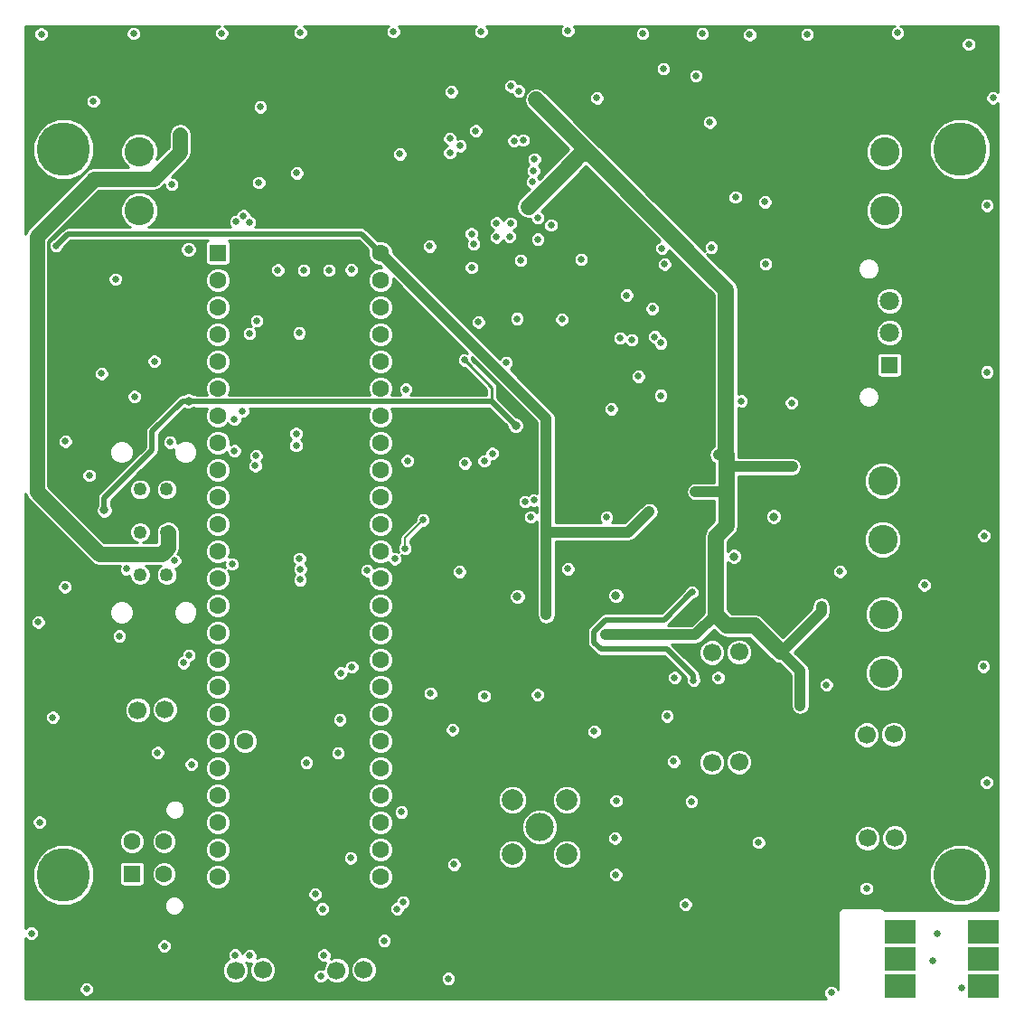
<source format=gbr>
G04 #@! TF.GenerationSoftware,KiCad,Pcbnew,(2017-07-31 revision 67ae5935d)-makepkg*
G04 #@! TF.CreationDate,2018-05-29T16:44:51-04:00*
G04 #@! TF.ProjectId,MainboardRev1,4D61696E626F617264526576312E6B69,rev?*
G04 #@! TF.SameCoordinates,Original*
G04 #@! TF.FileFunction,Copper,L3,Inr,Plane*
G04 #@! TF.FilePolarity,Positive*
%FSLAX46Y46*%
G04 Gerber Fmt 4.6, Leading zero omitted, Abs format (unit mm)*
G04 Created by KiCad (PCBNEW (2017-07-31 revision 67ae5935d)-makepkg) date 05/29/18 16:44:51*
%MOMM*%
%LPD*%
G01*
G04 APERTURE LIST*
%ADD10C,2.750000*%
%ADD11R,1.600000X1.600000*%
%ADD12C,1.800000*%
%ADD13C,1.600000*%
%ADD14R,3.000000X2.250000*%
%ADD15C,5.000000*%
%ADD16C,1.250000*%
%ADD17C,1.700000*%
%ADD18C,2.650000*%
%ADD19C,2.000000*%
%ADD20C,0.800000*%
%ADD21C,0.646100*%
%ADD22C,1.500000*%
%ADD23C,1.400000*%
%ADD24C,1.000000*%
%ADD25C,0.200000*%
%ADD26C,0.250000*%
%ADD27C,0.500000*%
%ADD28C,0.254000*%
G04 APERTURE END LIST*
D10*
X61100000Y-67750000D03*
X61100000Y-62250000D03*
X130900000Y-67750000D03*
X130900000Y-62250000D03*
D11*
X131370000Y-82200000D03*
D12*
X131370000Y-79200000D03*
X131370000Y-76200000D03*
D10*
X130730000Y-98560000D03*
X130730000Y-93060000D03*
X130830000Y-111070000D03*
X130830000Y-105570000D03*
D11*
X60410000Y-129870000D03*
D13*
X60410000Y-126870000D03*
X63410000Y-129870000D03*
X63410000Y-126870000D03*
X68460000Y-112350000D03*
X68460000Y-114890000D03*
X68460000Y-117430000D03*
X68460000Y-119970000D03*
X68460000Y-109810000D03*
X68460000Y-107270000D03*
X68460000Y-104730000D03*
X68460000Y-122510000D03*
X68460000Y-125050000D03*
X68460000Y-127590000D03*
X68460000Y-130130000D03*
X71000000Y-117430000D03*
X83700000Y-130130000D03*
X83700000Y-127590000D03*
X83700000Y-125050000D03*
X83700000Y-122510000D03*
X83700000Y-119970000D03*
X83700000Y-117430000D03*
X83700000Y-114890000D03*
X83700000Y-112350000D03*
X68460000Y-102190000D03*
X68460000Y-99650000D03*
X68460000Y-97110000D03*
X68460000Y-94570000D03*
X68460000Y-92030000D03*
X68460000Y-89490000D03*
X68460000Y-86950000D03*
X68460000Y-84410000D03*
X68460000Y-81870000D03*
X68460000Y-79330000D03*
X68460000Y-76790000D03*
X68460000Y-74250000D03*
D11*
X68460000Y-71710000D03*
D13*
X83700000Y-109810000D03*
X83700000Y-107270000D03*
X83700000Y-104730000D03*
X83700000Y-102190000D03*
X83700000Y-99650000D03*
X83700000Y-97110000D03*
X83700000Y-94570000D03*
X83700000Y-92030000D03*
X83700000Y-89490000D03*
X83700000Y-86950000D03*
X83700000Y-84410000D03*
X83700000Y-81870000D03*
X83700000Y-79330000D03*
X83700000Y-76790000D03*
X83700000Y-74250000D03*
X83700000Y-71710000D03*
D14*
X140149200Y-135337680D03*
X140149200Y-137877680D03*
X140149200Y-140417680D03*
X132349200Y-140417680D03*
X132349200Y-137877680D03*
X132349200Y-135337680D03*
D15*
X54000000Y-62000000D03*
X138000000Y-62000000D03*
X54000000Y-130000000D03*
X138000000Y-130000000D03*
D16*
X63661400Y-93872680D03*
X63661400Y-97872680D03*
X63661400Y-101872680D03*
X61161400Y-93872680D03*
X61161400Y-97872680D03*
X61161400Y-101872680D03*
D17*
X82110000Y-138870000D03*
X79570000Y-138920000D03*
X129310000Y-126540000D03*
X131850000Y-126490000D03*
D18*
X98600000Y-125500000D03*
D19*
X101140000Y-122960000D03*
X96060000Y-122960000D03*
X96060000Y-128040000D03*
X101140000Y-128040000D03*
D17*
X129220000Y-116860000D03*
X131760000Y-116810000D03*
X72660000Y-138870000D03*
X70120000Y-138920000D03*
X117280000Y-119410000D03*
X114740000Y-119460000D03*
X117280000Y-109110000D03*
X114740000Y-109160000D03*
X63490000Y-114490000D03*
X60950000Y-114540000D03*
D20*
X98250000Y-57370000D03*
D21*
X96634083Y-56542091D03*
X100680000Y-64270000D03*
D20*
X97560000Y-67390000D03*
X115340000Y-90630000D03*
X124980000Y-104800000D03*
X122990000Y-114130000D03*
X113180000Y-94090000D03*
X122260000Y-91730000D03*
D21*
X104790000Y-107490000D03*
X122177600Y-85751800D03*
X117483680Y-85599400D03*
X64138600Y-65299720D03*
X59900000Y-101325000D03*
X54125000Y-103000000D03*
X59225000Y-107600000D03*
X125450000Y-112175000D03*
X90326000Y-56618000D03*
X75848000Y-64238000D03*
X85500000Y-62460000D03*
X88294000Y-71096000D03*
X90580000Y-129008000D03*
X105312000Y-86336000D03*
X107852000Y-83288000D03*
X91596000Y-91416000D03*
X91088000Y-101576000D03*
X101248000Y-101322000D03*
X111154000Y-119356000D03*
X103710000Y-116550000D03*
X90440000Y-116390000D03*
X79710000Y-118570000D03*
X80880000Y-128410000D03*
X140460000Y-121320000D03*
X126730000Y-101570000D03*
X134630000Y-102840000D03*
X140500000Y-82870000D03*
X140500000Y-67270000D03*
X114529998Y-59475000D03*
X113225000Y-55125000D03*
X110200000Y-54475000D03*
X72425000Y-58050000D03*
X56800000Y-57500000D03*
X51900000Y-51225000D03*
X60550000Y-51175000D03*
X68825000Y-51125000D03*
X76175000Y-51075000D03*
X84900000Y-51000000D03*
X93125000Y-51000000D03*
X101250000Y-50900000D03*
X108250000Y-51175000D03*
X113825000Y-51175000D03*
X118275000Y-51275000D03*
X123650000Y-51250000D03*
X132125000Y-51100000D03*
X138775000Y-52175000D03*
X119700000Y-66950000D03*
X116925000Y-66475000D03*
X110300000Y-72775000D03*
X106750000Y-75675000D03*
X96475000Y-77875000D03*
X100675000Y-77950000D03*
X74075000Y-73325000D03*
X76500000Y-73350000D03*
X78850000Y-73350000D03*
X76075000Y-79225000D03*
X80950000Y-73300000D03*
X62500000Y-81875000D03*
X58850000Y-74175000D03*
X57550000Y-83025000D03*
X54175000Y-89375000D03*
X63425000Y-136650000D03*
X56150000Y-140675000D03*
X50975000Y-135450000D03*
X51750000Y-125050000D03*
X51625000Y-106300000D03*
X52975000Y-115225000D03*
X62800000Y-118525000D03*
X90050000Y-139700000D03*
X84025000Y-136150000D03*
X125900000Y-141000000D03*
X129200000Y-131250000D03*
X119100000Y-126950000D03*
X112250000Y-132750000D03*
X112800000Y-123100000D03*
X105750000Y-123050000D03*
X105650000Y-126550000D03*
X95460000Y-82010000D03*
X97783044Y-96446956D03*
X102480000Y-72320000D03*
X98020000Y-64030000D03*
X95770000Y-70190000D03*
X94560000Y-68920000D03*
X94560000Y-70230000D03*
X95860000Y-68930000D03*
X119770000Y-72760000D03*
X104870000Y-96480000D03*
X71450000Y-137550000D03*
X70070000Y-137500000D03*
X78070000Y-139470000D03*
X78380000Y-137500000D03*
X105740000Y-129950000D03*
D20*
X120520000Y-96420000D03*
D21*
X60640000Y-85180000D03*
X63950000Y-89460000D03*
X56410000Y-92560000D03*
X141070000Y-57200000D03*
X140220000Y-98200000D03*
X140160000Y-110460000D03*
X109150000Y-76940000D03*
X87680000Y-96739998D03*
X85980000Y-99425010D03*
D20*
X64930000Y-60630000D03*
D21*
X98410000Y-68430000D03*
X92400010Y-70900000D03*
X96190000Y-61220000D03*
X92200000Y-69925000D03*
X92225000Y-73100000D03*
X95903842Y-56089680D03*
D20*
X96510000Y-103900000D03*
X105740000Y-103800000D03*
D21*
X91570000Y-81750000D03*
D20*
X96360000Y-87880000D03*
X57810000Y-95810000D03*
X65710000Y-85590000D03*
D21*
X113010000Y-111740000D03*
X112860000Y-103510000D03*
D20*
X65710000Y-71390000D03*
D21*
X96810000Y-72400000D03*
X98430000Y-70440000D03*
X93386700Y-113221900D03*
X53300000Y-71030000D03*
X108850000Y-95949998D03*
D20*
X99220000Y-105640000D03*
D21*
X98390500Y-113107600D03*
X71410000Y-79270000D03*
X71393248Y-68839022D03*
X80999998Y-110520000D03*
X86200000Y-91190000D03*
X86050000Y-84500000D03*
X79930000Y-111070000D03*
D20*
X116810000Y-100150000D03*
D21*
X103960000Y-57210000D03*
X72290000Y-65130000D03*
X72078051Y-78081949D03*
X92860000Y-78200000D03*
X98110000Y-62940000D03*
X97050000Y-61160000D03*
X109930000Y-85070002D03*
X79890000Y-115440000D03*
X76740000Y-119470000D03*
X85650000Y-124100000D03*
X111230000Y-111510000D03*
X115310000Y-111510000D03*
X65960000Y-119630000D03*
X65750000Y-109420000D03*
X65230000Y-110110000D03*
X80244990Y-99410000D03*
X100760000Y-92470020D03*
X123200000Y-82020000D03*
X110830000Y-76250000D03*
X79940000Y-81900000D03*
X80040000Y-87830000D03*
X80160000Y-93500000D03*
X73150000Y-80650000D03*
X93550000Y-100290000D03*
X91270000Y-109790000D03*
X56890000Y-125500000D03*
X63890000Y-77710000D03*
D20*
X88460168Y-60100074D03*
X124290000Y-66100000D03*
X130290000Y-54270000D03*
X136000000Y-123120000D03*
X120990000Y-122850000D03*
D21*
X103150000Y-130790000D03*
D20*
X103040000Y-105540000D03*
D21*
X98042520Y-94890720D03*
X94150000Y-90510020D03*
X91140000Y-61690000D03*
X72027824Y-90730593D03*
X110050000Y-71275010D03*
X92600000Y-60280000D03*
X114679000Y-71210000D03*
X135840000Y-135490000D03*
X76100000Y-100360000D03*
X69770000Y-100860000D03*
X64410000Y-100550000D03*
X97231821Y-95021343D03*
X90180000Y-61020000D03*
X90180000Y-62340000D03*
X93410000Y-91200000D03*
X71960000Y-91660000D03*
X135435010Y-138020000D03*
X85817500Y-132538600D03*
X77562500Y-131790388D03*
X75774969Y-88650000D03*
X82450000Y-101470000D03*
X76157279Y-102339744D03*
X138110000Y-140590000D03*
X78250277Y-133160691D03*
X85233300Y-133163620D03*
X107219999Y-79853956D03*
X109939880Y-80158720D03*
X85019998Y-100380000D03*
X76180000Y-101340000D03*
X70143226Y-68786251D03*
X69990000Y-90260000D03*
X70010000Y-87310000D03*
X70840567Y-68235020D03*
X70756074Y-86543270D03*
X75774969Y-89777226D03*
X109370920Y-79569440D03*
X106130000Y-79700000D03*
X110540000Y-115120000D03*
X99650000Y-69104982D03*
X97910000Y-65070000D03*
X88382900Y-112980002D03*
D22*
X103320000Y-62440000D02*
X116063309Y-75183309D01*
X116063309Y-75183309D02*
X116063309Y-90623309D01*
X116063309Y-90623309D02*
X116090000Y-90650000D01*
X98250000Y-57370000D02*
X103320000Y-62440000D01*
X102510000Y-62440000D02*
X100680000Y-64270000D01*
X100680000Y-64270000D02*
X97560000Y-67390000D01*
D23*
X103320000Y-62440000D02*
X102510000Y-62440000D01*
D24*
X113180000Y-107490000D02*
X105214264Y-107490000D01*
X105214264Y-107490000D02*
X104790000Y-107490000D01*
X115090000Y-105580000D02*
X113180000Y-107490000D01*
D22*
X116090000Y-90650000D02*
X116090000Y-91730000D01*
D24*
X115340000Y-90630000D02*
X116070000Y-90630000D01*
X116070000Y-90630000D02*
X116090000Y-90650000D01*
X121694315Y-91730000D02*
X116090000Y-91730000D01*
D22*
X116090000Y-91730000D02*
X116090000Y-94080000D01*
D24*
X122260000Y-91730000D02*
X121694315Y-91730000D01*
D22*
X116090000Y-94080000D02*
X116090000Y-97300000D01*
D24*
X113180000Y-94090000D02*
X113745685Y-94090000D01*
X113755685Y-94080000D02*
X116090000Y-94080000D01*
X113745685Y-94090000D02*
X113755685Y-94080000D01*
D22*
X118730000Y-106630000D02*
X121200000Y-109100000D01*
D24*
X121200000Y-109100000D02*
X122990000Y-110890000D01*
X124980000Y-104800000D02*
X124980000Y-105365685D01*
X124980000Y-105365685D02*
X121245685Y-109100000D01*
X121245685Y-109100000D02*
X121200000Y-109100000D01*
D22*
X116140000Y-106630000D02*
X118730000Y-106630000D01*
X115090000Y-98300000D02*
X115090000Y-105580000D01*
X115090000Y-105580000D02*
X116140000Y-106630000D01*
X116090000Y-97300000D02*
X115090000Y-98300000D01*
D24*
X122990000Y-110890000D02*
X122990000Y-114130000D01*
D25*
X85980000Y-99425010D02*
X85980000Y-98439998D01*
X85980000Y-98439998D02*
X87680000Y-96739998D01*
D23*
X62400038Y-64800000D02*
X56860000Y-64800000D01*
X63800000Y-99310000D02*
X63800000Y-97880000D01*
X64930000Y-62270038D02*
X62400038Y-64800000D01*
X57370000Y-99930000D02*
X63180000Y-99930000D01*
X63180000Y-99930000D02*
X63800000Y-99310000D01*
X51490000Y-94050000D02*
X57370000Y-99930000D01*
X56860000Y-64800000D02*
X51490000Y-70170000D01*
X64930000Y-60630000D02*
X64930000Y-62270038D01*
X51490000Y-70170000D02*
X51490000Y-94050000D01*
D26*
X94140001Y-84320001D02*
X91869999Y-82049999D01*
X94140001Y-85660001D02*
X94140001Y-84320001D01*
X91869999Y-82049999D02*
X91570000Y-81750000D01*
D27*
X95960001Y-87480001D02*
X96360000Y-87880000D01*
X94140001Y-85660001D02*
X95960001Y-87480001D01*
X66345686Y-85660001D02*
X94140001Y-85660001D01*
X65710000Y-85590000D02*
X66275685Y-85590000D01*
X66275685Y-85590000D02*
X66345686Y-85660001D01*
X113010000Y-111740000D02*
X113010000Y-111315736D01*
X113010000Y-111315736D02*
X110534264Y-108840000D01*
X110534264Y-108840000D02*
X104330000Y-108840000D01*
X103690000Y-108200000D02*
X103690000Y-107190000D01*
X104330000Y-108840000D02*
X103690000Y-108200000D01*
X103690000Y-107190000D02*
X104800000Y-106080000D01*
X104800000Y-106080000D02*
X110280000Y-106080000D01*
X110280000Y-106080000D02*
X112850000Y-103510000D01*
X112850000Y-103510000D02*
X112860000Y-103510000D01*
X62300000Y-90160000D02*
X57810000Y-94650000D01*
X57810000Y-94650000D02*
X57810000Y-95810000D01*
X62300000Y-88434315D02*
X62300000Y-90160000D01*
X65710000Y-85590000D02*
X65144315Y-85590000D01*
X65144315Y-85590000D02*
X62300000Y-88434315D01*
X53599999Y-70730001D02*
X53300000Y-71030000D01*
X54390000Y-69940000D02*
X53599999Y-70730001D01*
X81930000Y-69940000D02*
X54390000Y-69940000D01*
X83700000Y-71710000D02*
X81930000Y-69940000D01*
D24*
X99220000Y-97870000D02*
X99220000Y-87230000D01*
X99220000Y-105640000D02*
X99220000Y-97870000D01*
X99220000Y-97870000D02*
X106929998Y-97870000D01*
X106929998Y-97870000D02*
X108850000Y-95949998D01*
X99220000Y-87230000D02*
X83700000Y-71710000D01*
D28*
G36*
X68426709Y-50527788D02*
X68228484Y-50725667D01*
X68121073Y-50984341D01*
X68120828Y-51264430D01*
X68227788Y-51523291D01*
X68425667Y-51721516D01*
X68684341Y-51828927D01*
X68964430Y-51829172D01*
X69223291Y-51722212D01*
X69421516Y-51524333D01*
X69528927Y-51265659D01*
X69529172Y-50985570D01*
X69422212Y-50726709D01*
X69224333Y-50528484D01*
X69049772Y-50456000D01*
X75829440Y-50456000D01*
X75776709Y-50477788D01*
X75578484Y-50675667D01*
X75471073Y-50934341D01*
X75470828Y-51214430D01*
X75577788Y-51473291D01*
X75775667Y-51671516D01*
X76034341Y-51778927D01*
X76314430Y-51779172D01*
X76573291Y-51672212D01*
X76771516Y-51474333D01*
X76878927Y-51215659D01*
X76879172Y-50935570D01*
X76772212Y-50676709D01*
X76574333Y-50478484D01*
X76520186Y-50456000D01*
X84448404Y-50456000D01*
X84303484Y-50600667D01*
X84196073Y-50859341D01*
X84195828Y-51139430D01*
X84302788Y-51398291D01*
X84500667Y-51596516D01*
X84759341Y-51703927D01*
X85039430Y-51704172D01*
X85298291Y-51597212D01*
X85496516Y-51399333D01*
X85603927Y-51140659D01*
X85604172Y-50860570D01*
X85497212Y-50601709D01*
X85351757Y-50456000D01*
X92673404Y-50456000D01*
X92528484Y-50600667D01*
X92421073Y-50859341D01*
X92420828Y-51139430D01*
X92527788Y-51398291D01*
X92725667Y-51596516D01*
X92984341Y-51703927D01*
X93264430Y-51704172D01*
X93523291Y-51597212D01*
X93721516Y-51399333D01*
X93828927Y-51140659D01*
X93829172Y-50860570D01*
X93722212Y-50601709D01*
X93576757Y-50456000D01*
X100698229Y-50456000D01*
X100653484Y-50500667D01*
X100546073Y-50759341D01*
X100545828Y-51039430D01*
X100652788Y-51298291D01*
X100850667Y-51496516D01*
X101109341Y-51603927D01*
X101389430Y-51604172D01*
X101648291Y-51497212D01*
X101831392Y-51314430D01*
X107545828Y-51314430D01*
X107652788Y-51573291D01*
X107850667Y-51771516D01*
X108109341Y-51878927D01*
X108389430Y-51879172D01*
X108648291Y-51772212D01*
X108846516Y-51574333D01*
X108953927Y-51315659D01*
X108953928Y-51314430D01*
X113120828Y-51314430D01*
X113227788Y-51573291D01*
X113425667Y-51771516D01*
X113684341Y-51878927D01*
X113964430Y-51879172D01*
X114223291Y-51772212D01*
X114421516Y-51574333D01*
X114487913Y-51414430D01*
X117570828Y-51414430D01*
X117677788Y-51673291D01*
X117875667Y-51871516D01*
X118134341Y-51978927D01*
X118414430Y-51979172D01*
X118673291Y-51872212D01*
X118871516Y-51674333D01*
X118978927Y-51415659D01*
X118978949Y-51389430D01*
X122945828Y-51389430D01*
X123052788Y-51648291D01*
X123250667Y-51846516D01*
X123509341Y-51953927D01*
X123789430Y-51954172D01*
X124048291Y-51847212D01*
X124246516Y-51649333D01*
X124353927Y-51390659D01*
X124354172Y-51110570D01*
X124247212Y-50851709D01*
X124049333Y-50653484D01*
X123790659Y-50546073D01*
X123510570Y-50545828D01*
X123251709Y-50652788D01*
X123053484Y-50850667D01*
X122946073Y-51109341D01*
X122945828Y-51389430D01*
X118978949Y-51389430D01*
X118979172Y-51135570D01*
X118872212Y-50876709D01*
X118674333Y-50678484D01*
X118415659Y-50571073D01*
X118135570Y-50570828D01*
X117876709Y-50677788D01*
X117678484Y-50875667D01*
X117571073Y-51134341D01*
X117570828Y-51414430D01*
X114487913Y-51414430D01*
X114528927Y-51315659D01*
X114529172Y-51035570D01*
X114422212Y-50776709D01*
X114224333Y-50578484D01*
X113965659Y-50471073D01*
X113685570Y-50470828D01*
X113426709Y-50577788D01*
X113228484Y-50775667D01*
X113121073Y-51034341D01*
X113120828Y-51314430D01*
X108953928Y-51314430D01*
X108954172Y-51035570D01*
X108847212Y-50776709D01*
X108649333Y-50578484D01*
X108390659Y-50471073D01*
X108110570Y-50470828D01*
X107851709Y-50577788D01*
X107653484Y-50775667D01*
X107546073Y-51034341D01*
X107545828Y-51314430D01*
X101831392Y-51314430D01*
X101846516Y-51299333D01*
X101953927Y-51040659D01*
X101954172Y-50760570D01*
X101847212Y-50501709D01*
X101801583Y-50456000D01*
X131839944Y-50456000D01*
X131726709Y-50502788D01*
X131528484Y-50700667D01*
X131421073Y-50959341D01*
X131420828Y-51239430D01*
X131527788Y-51498291D01*
X131725667Y-51696516D01*
X131984341Y-51803927D01*
X132264430Y-51804172D01*
X132523291Y-51697212D01*
X132721516Y-51499333D01*
X132828927Y-51240659D01*
X132829172Y-50960570D01*
X132722212Y-50701709D01*
X132524333Y-50503484D01*
X132409979Y-50456000D01*
X141544000Y-50456000D01*
X141544000Y-56678282D01*
X141469333Y-56603484D01*
X141210659Y-56496073D01*
X140930570Y-56495828D01*
X140671709Y-56602788D01*
X140473484Y-56800667D01*
X140366073Y-57059341D01*
X140365828Y-57339430D01*
X140472788Y-57598291D01*
X140670667Y-57796516D01*
X140929341Y-57903927D01*
X141209430Y-57904172D01*
X141468291Y-57797212D01*
X141544000Y-57721635D01*
X141544000Y-133293000D01*
X130899576Y-133293000D01*
X130822441Y-133177559D01*
X130674504Y-133078711D01*
X130500000Y-133044000D01*
X127000000Y-133044000D01*
X126825496Y-133078711D01*
X126677559Y-133177559D01*
X126578711Y-133325496D01*
X126544000Y-133500000D01*
X126544000Y-140714944D01*
X126497212Y-140601709D01*
X126299333Y-140403484D01*
X126040659Y-140296073D01*
X125760570Y-140295828D01*
X125501709Y-140402788D01*
X125303484Y-140600667D01*
X125196073Y-140859341D01*
X125195828Y-141139430D01*
X125302788Y-141398291D01*
X125448243Y-141544000D01*
X50456000Y-141544000D01*
X50456000Y-140814430D01*
X55445828Y-140814430D01*
X55552788Y-141073291D01*
X55750667Y-141271516D01*
X56009341Y-141378927D01*
X56289430Y-141379172D01*
X56548291Y-141272212D01*
X56746516Y-141074333D01*
X56853927Y-140815659D01*
X56854172Y-140535570D01*
X56747212Y-140276709D01*
X56549333Y-140078484D01*
X56290659Y-139971073D01*
X56010570Y-139970828D01*
X55751709Y-140077788D01*
X55553484Y-140275667D01*
X55446073Y-140534341D01*
X55445828Y-140814430D01*
X50456000Y-140814430D01*
X50456000Y-139163787D01*
X68888787Y-139163787D01*
X69075800Y-139616395D01*
X69421784Y-139962983D01*
X69874065Y-140150786D01*
X70363787Y-140151213D01*
X70816395Y-139964200D01*
X71162983Y-139618216D01*
X71350786Y-139165935D01*
X71351213Y-138676213D01*
X71164200Y-138223605D01*
X71113142Y-138172458D01*
X71309341Y-138253927D01*
X71582809Y-138254166D01*
X71429214Y-138624065D01*
X71428787Y-139113787D01*
X71615800Y-139566395D01*
X71961784Y-139912983D01*
X72414065Y-140100786D01*
X72903787Y-140101213D01*
X73356395Y-139914200D01*
X73661697Y-139609430D01*
X77365828Y-139609430D01*
X77472788Y-139868291D01*
X77670667Y-140066516D01*
X77929341Y-140173927D01*
X78209430Y-140174172D01*
X78468291Y-140067212D01*
X78666516Y-139869333D01*
X78699354Y-139790252D01*
X78871784Y-139962983D01*
X79324065Y-140150786D01*
X79813787Y-140151213D01*
X80266395Y-139964200D01*
X80612983Y-139618216D01*
X80800786Y-139165935D01*
X80800831Y-139113787D01*
X80878787Y-139113787D01*
X81065800Y-139566395D01*
X81411784Y-139912983D01*
X81864065Y-140100786D01*
X82353787Y-140101213D01*
X82806395Y-139914200D01*
X82881295Y-139839430D01*
X89345828Y-139839430D01*
X89452788Y-140098291D01*
X89650667Y-140296516D01*
X89909341Y-140403927D01*
X90189430Y-140404172D01*
X90448291Y-140297212D01*
X90646516Y-140099333D01*
X90753927Y-139840659D01*
X90754172Y-139560570D01*
X90647212Y-139301709D01*
X90449333Y-139103484D01*
X90190659Y-138996073D01*
X89910570Y-138995828D01*
X89651709Y-139102788D01*
X89453484Y-139300667D01*
X89346073Y-139559341D01*
X89345828Y-139839430D01*
X82881295Y-139839430D01*
X83152983Y-139568216D01*
X83340786Y-139115935D01*
X83341213Y-138626213D01*
X83154200Y-138173605D01*
X82808216Y-137827017D01*
X82355935Y-137639214D01*
X81866213Y-137638787D01*
X81413605Y-137825800D01*
X81067017Y-138171784D01*
X80879214Y-138624065D01*
X80878787Y-139113787D01*
X80800831Y-139113787D01*
X80801213Y-138676213D01*
X80614200Y-138223605D01*
X80268216Y-137877017D01*
X79815935Y-137689214D01*
X79326213Y-137688787D01*
X79009625Y-137819598D01*
X79083927Y-137640659D01*
X79084172Y-137360570D01*
X78977212Y-137101709D01*
X78779333Y-136903484D01*
X78520659Y-136796073D01*
X78240570Y-136795828D01*
X77981709Y-136902788D01*
X77783484Y-137100667D01*
X77676073Y-137359341D01*
X77675828Y-137639430D01*
X77782788Y-137898291D01*
X77980667Y-138096516D01*
X78239341Y-138203927D01*
X78519430Y-138204172D01*
X78562478Y-138186385D01*
X78527017Y-138221784D01*
X78339214Y-138674065D01*
X78339087Y-138819401D01*
X78210659Y-138766073D01*
X77930570Y-138765828D01*
X77671709Y-138872788D01*
X77473484Y-139070667D01*
X77366073Y-139329341D01*
X77365828Y-139609430D01*
X73661697Y-139609430D01*
X73702983Y-139568216D01*
X73890786Y-139115935D01*
X73891213Y-138626213D01*
X73704200Y-138173605D01*
X73358216Y-137827017D01*
X72905935Y-137639214D01*
X72416213Y-137638787D01*
X72125606Y-137758863D01*
X72153927Y-137690659D01*
X72154172Y-137410570D01*
X72047212Y-137151709D01*
X71849333Y-136953484D01*
X71590659Y-136846073D01*
X71310570Y-136845828D01*
X71051709Y-136952788D01*
X70853484Y-137150667D01*
X70770258Y-137351097D01*
X70667212Y-137101709D01*
X70469333Y-136903484D01*
X70210659Y-136796073D01*
X69930570Y-136795828D01*
X69671709Y-136902788D01*
X69473484Y-137100667D01*
X69366073Y-137359341D01*
X69365828Y-137639430D01*
X69457678Y-137861722D01*
X69423605Y-137875800D01*
X69077017Y-138221784D01*
X68889214Y-138674065D01*
X68888787Y-139163787D01*
X50456000Y-139163787D01*
X50456000Y-136789430D01*
X62720828Y-136789430D01*
X62827788Y-137048291D01*
X63025667Y-137246516D01*
X63284341Y-137353927D01*
X63564430Y-137354172D01*
X63823291Y-137247212D01*
X64021516Y-137049333D01*
X64128927Y-136790659D01*
X64129172Y-136510570D01*
X64037799Y-136289430D01*
X83320828Y-136289430D01*
X83427788Y-136548291D01*
X83625667Y-136746516D01*
X83884341Y-136853927D01*
X84164430Y-136854172D01*
X84423291Y-136747212D01*
X84621516Y-136549333D01*
X84728927Y-136290659D01*
X84729172Y-136010570D01*
X84622212Y-135751709D01*
X84424333Y-135553484D01*
X84165659Y-135446073D01*
X83885570Y-135445828D01*
X83626709Y-135552788D01*
X83428484Y-135750667D01*
X83321073Y-136009341D01*
X83320828Y-136289430D01*
X64037799Y-136289430D01*
X64022212Y-136251709D01*
X63824333Y-136053484D01*
X63565659Y-135946073D01*
X63285570Y-135945828D01*
X63026709Y-136052788D01*
X62828484Y-136250667D01*
X62721073Y-136509341D01*
X62720828Y-136789430D01*
X50456000Y-136789430D01*
X50456000Y-135926640D01*
X50575667Y-136046516D01*
X50834341Y-136153927D01*
X51114430Y-136154172D01*
X51373291Y-136047212D01*
X51571516Y-135849333D01*
X51678927Y-135590659D01*
X51679172Y-135310570D01*
X51572212Y-135051709D01*
X51374333Y-134853484D01*
X51115659Y-134746073D01*
X50835570Y-134745828D01*
X50576709Y-134852788D01*
X50456000Y-134973286D01*
X50456000Y-133054375D01*
X63418839Y-133054375D01*
X63560277Y-133396680D01*
X63821943Y-133658803D01*
X64164000Y-133800838D01*
X64534375Y-133801161D01*
X64876680Y-133659723D01*
X65138803Y-133398057D01*
X65179469Y-133300121D01*
X77546105Y-133300121D01*
X77653065Y-133558982D01*
X77850944Y-133757207D01*
X78109618Y-133864618D01*
X78389707Y-133864863D01*
X78648568Y-133757903D01*
X78846793Y-133560024D01*
X78953498Y-133303050D01*
X84529128Y-133303050D01*
X84636088Y-133561911D01*
X84833967Y-133760136D01*
X85092641Y-133867547D01*
X85372730Y-133867792D01*
X85631591Y-133760832D01*
X85829816Y-133562953D01*
X85937227Y-133304279D01*
X85937281Y-133242755D01*
X85956930Y-133242772D01*
X86215791Y-133135812D01*
X86414016Y-132937933D01*
X86434156Y-132889430D01*
X111545828Y-132889430D01*
X111652788Y-133148291D01*
X111850667Y-133346516D01*
X112109341Y-133453927D01*
X112389430Y-133454172D01*
X112648291Y-133347212D01*
X112846516Y-133149333D01*
X112953927Y-132890659D01*
X112954172Y-132610570D01*
X112847212Y-132351709D01*
X112649333Y-132153484D01*
X112390659Y-132046073D01*
X112110570Y-132045828D01*
X111851709Y-132152788D01*
X111653484Y-132350667D01*
X111546073Y-132609341D01*
X111545828Y-132889430D01*
X86434156Y-132889430D01*
X86521427Y-132679259D01*
X86521672Y-132399170D01*
X86414712Y-132140309D01*
X86216833Y-131942084D01*
X85958159Y-131834673D01*
X85678070Y-131834428D01*
X85419209Y-131941388D01*
X85220984Y-132139267D01*
X85113573Y-132397941D01*
X85113519Y-132459465D01*
X85093870Y-132459448D01*
X84835009Y-132566408D01*
X84636784Y-132764287D01*
X84529373Y-133022961D01*
X84529128Y-133303050D01*
X78953498Y-133303050D01*
X78954204Y-133301350D01*
X78954449Y-133021261D01*
X78847489Y-132762400D01*
X78649610Y-132564175D01*
X78390936Y-132456764D01*
X78110847Y-132456519D01*
X77851986Y-132563479D01*
X77653761Y-132761358D01*
X77546350Y-133020032D01*
X77546105Y-133300121D01*
X65179469Y-133300121D01*
X65280838Y-133056000D01*
X65281161Y-132685625D01*
X65139723Y-132343320D01*
X64878057Y-132081197D01*
X64536000Y-131939162D01*
X64165625Y-131938839D01*
X63823320Y-132080277D01*
X63561197Y-132341943D01*
X63419162Y-132684000D01*
X63418839Y-133054375D01*
X50456000Y-133054375D01*
X50456000Y-130570552D01*
X51118501Y-130570552D01*
X51556183Y-131629823D01*
X52365914Y-132440969D01*
X53424420Y-132880499D01*
X54570552Y-132881499D01*
X55629823Y-132443817D01*
X56144720Y-131929818D01*
X76858328Y-131929818D01*
X76965288Y-132188679D01*
X77163167Y-132386904D01*
X77421841Y-132494315D01*
X77701930Y-132494560D01*
X77960791Y-132387600D01*
X78159016Y-132189721D01*
X78266427Y-131931047D01*
X78266672Y-131650958D01*
X78159712Y-131392097D01*
X78157050Y-131389430D01*
X128495828Y-131389430D01*
X128602788Y-131648291D01*
X128800667Y-131846516D01*
X129059341Y-131953927D01*
X129339430Y-131954172D01*
X129598291Y-131847212D01*
X129796516Y-131649333D01*
X129903927Y-131390659D01*
X129904172Y-131110570D01*
X129797212Y-130851709D01*
X129599333Y-130653484D01*
X129399611Y-130570552D01*
X135118501Y-130570552D01*
X135556183Y-131629823D01*
X136365914Y-132440969D01*
X137424420Y-132880499D01*
X138570552Y-132881499D01*
X139629823Y-132443817D01*
X140440969Y-131634086D01*
X140880499Y-130575580D01*
X140881499Y-129429448D01*
X140443817Y-128370177D01*
X139634086Y-127559031D01*
X138575580Y-127119501D01*
X137429448Y-127118501D01*
X136370177Y-127556183D01*
X135559031Y-128365914D01*
X135119501Y-129424420D01*
X135118501Y-130570552D01*
X129399611Y-130570552D01*
X129340659Y-130546073D01*
X129060570Y-130545828D01*
X128801709Y-130652788D01*
X128603484Y-130850667D01*
X128496073Y-131109341D01*
X128495828Y-131389430D01*
X78157050Y-131389430D01*
X77961833Y-131193872D01*
X77703159Y-131086461D01*
X77423070Y-131086216D01*
X77164209Y-131193176D01*
X76965984Y-131391055D01*
X76858573Y-131649729D01*
X76858328Y-131929818D01*
X56144720Y-131929818D01*
X56440969Y-131634086D01*
X56880499Y-130575580D01*
X56881499Y-129429448D01*
X56732979Y-129070000D01*
X59221536Y-129070000D01*
X59221536Y-130670000D01*
X59251106Y-130818659D01*
X59335314Y-130944686D01*
X59461341Y-131028894D01*
X59610000Y-131058464D01*
X61210000Y-131058464D01*
X61358659Y-131028894D01*
X61484686Y-130944686D01*
X61568894Y-130818659D01*
X61598464Y-130670000D01*
X61598464Y-130103885D01*
X62228796Y-130103885D01*
X62408213Y-130538109D01*
X62740144Y-130870619D01*
X63174054Y-131050794D01*
X63643885Y-131051204D01*
X64078109Y-130871787D01*
X64410619Y-130539856D01*
X64483688Y-130363885D01*
X67278796Y-130363885D01*
X67458213Y-130798109D01*
X67790144Y-131130619D01*
X68224054Y-131310794D01*
X68693885Y-131311204D01*
X69128109Y-131131787D01*
X69460619Y-130799856D01*
X69640794Y-130365946D01*
X69640795Y-130363885D01*
X82518796Y-130363885D01*
X82698213Y-130798109D01*
X83030144Y-131130619D01*
X83464054Y-131310794D01*
X83933885Y-131311204D01*
X84368109Y-131131787D01*
X84700619Y-130799856D01*
X84880794Y-130365946D01*
X84881035Y-130089430D01*
X105035828Y-130089430D01*
X105142788Y-130348291D01*
X105340667Y-130546516D01*
X105599341Y-130653927D01*
X105879430Y-130654172D01*
X106138291Y-130547212D01*
X106336516Y-130349333D01*
X106443927Y-130090659D01*
X106444172Y-129810570D01*
X106337212Y-129551709D01*
X106139333Y-129353484D01*
X105880659Y-129246073D01*
X105600570Y-129245828D01*
X105341709Y-129352788D01*
X105143484Y-129550667D01*
X105036073Y-129809341D01*
X105035828Y-130089430D01*
X84881035Y-130089430D01*
X84881204Y-129896115D01*
X84701787Y-129461891D01*
X84387874Y-129147430D01*
X89875828Y-129147430D01*
X89982788Y-129406291D01*
X90180667Y-129604516D01*
X90439341Y-129711927D01*
X90719430Y-129712172D01*
X90978291Y-129605212D01*
X91176516Y-129407333D01*
X91283927Y-129148659D01*
X91284172Y-128868570D01*
X91177212Y-128609709D01*
X90979333Y-128411484D01*
X90743345Y-128313493D01*
X94678761Y-128313493D01*
X94888563Y-128821251D01*
X95276705Y-129210072D01*
X95784097Y-129420759D01*
X96333493Y-129421239D01*
X96841251Y-129211437D01*
X97230072Y-128823295D01*
X97440759Y-128315903D01*
X97440761Y-128313493D01*
X99758761Y-128313493D01*
X99968563Y-128821251D01*
X100356705Y-129210072D01*
X100864097Y-129420759D01*
X101413493Y-129421239D01*
X101921251Y-129211437D01*
X102310072Y-128823295D01*
X102520759Y-128315903D01*
X102521239Y-127766507D01*
X102311437Y-127258749D01*
X101923295Y-126869928D01*
X101488607Y-126689430D01*
X104945828Y-126689430D01*
X105052788Y-126948291D01*
X105250667Y-127146516D01*
X105509341Y-127253927D01*
X105789430Y-127254172D01*
X106048291Y-127147212D01*
X106106174Y-127089430D01*
X118395828Y-127089430D01*
X118502788Y-127348291D01*
X118700667Y-127546516D01*
X118959341Y-127653927D01*
X119239430Y-127654172D01*
X119498291Y-127547212D01*
X119696516Y-127349333D01*
X119803927Y-127090659D01*
X119804172Y-126810570D01*
X119793106Y-126783787D01*
X128078787Y-126783787D01*
X128265800Y-127236395D01*
X128611784Y-127582983D01*
X129064065Y-127770786D01*
X129553787Y-127771213D01*
X130006395Y-127584200D01*
X130352983Y-127238216D01*
X130540786Y-126785935D01*
X130540831Y-126733787D01*
X130618787Y-126733787D01*
X130805800Y-127186395D01*
X131151784Y-127532983D01*
X131604065Y-127720786D01*
X132093787Y-127721213D01*
X132546395Y-127534200D01*
X132892983Y-127188216D01*
X133080786Y-126735935D01*
X133081213Y-126246213D01*
X132894200Y-125793605D01*
X132548216Y-125447017D01*
X132095935Y-125259214D01*
X131606213Y-125258787D01*
X131153605Y-125445800D01*
X130807017Y-125791784D01*
X130619214Y-126244065D01*
X130618787Y-126733787D01*
X130540831Y-126733787D01*
X130541213Y-126296213D01*
X130354200Y-125843605D01*
X130008216Y-125497017D01*
X129555935Y-125309214D01*
X129066213Y-125308787D01*
X128613605Y-125495800D01*
X128267017Y-125841784D01*
X128079214Y-126294065D01*
X128078787Y-126783787D01*
X119793106Y-126783787D01*
X119697212Y-126551709D01*
X119499333Y-126353484D01*
X119240659Y-126246073D01*
X118960570Y-126245828D01*
X118701709Y-126352788D01*
X118503484Y-126550667D01*
X118396073Y-126809341D01*
X118395828Y-127089430D01*
X106106174Y-127089430D01*
X106246516Y-126949333D01*
X106353927Y-126690659D01*
X106354172Y-126410570D01*
X106247212Y-126151709D01*
X106049333Y-125953484D01*
X105790659Y-125846073D01*
X105510570Y-125845828D01*
X105251709Y-125952788D01*
X105053484Y-126150667D01*
X104946073Y-126409341D01*
X104945828Y-126689430D01*
X101488607Y-126689430D01*
X101415903Y-126659241D01*
X100866507Y-126658761D01*
X100358749Y-126868563D01*
X99969928Y-127256705D01*
X99759241Y-127764097D01*
X99758761Y-128313493D01*
X97440761Y-128313493D01*
X97441239Y-127766507D01*
X97231437Y-127258749D01*
X96843295Y-126869928D01*
X96335903Y-126659241D01*
X95786507Y-126658761D01*
X95278749Y-126868563D01*
X94889928Y-127256705D01*
X94679241Y-127764097D01*
X94678761Y-128313493D01*
X90743345Y-128313493D01*
X90720659Y-128304073D01*
X90440570Y-128303828D01*
X90181709Y-128410788D01*
X89983484Y-128608667D01*
X89876073Y-128867341D01*
X89875828Y-129147430D01*
X84387874Y-129147430D01*
X84369856Y-129129381D01*
X83935946Y-128949206D01*
X83466115Y-128948796D01*
X83031891Y-129128213D01*
X82699381Y-129460144D01*
X82519206Y-129894054D01*
X82518796Y-130363885D01*
X69640795Y-130363885D01*
X69641204Y-129896115D01*
X69461787Y-129461891D01*
X69129856Y-129129381D01*
X68695946Y-128949206D01*
X68226115Y-128948796D01*
X67791891Y-129128213D01*
X67459381Y-129460144D01*
X67279206Y-129894054D01*
X67278796Y-130363885D01*
X64483688Y-130363885D01*
X64590794Y-130105946D01*
X64591204Y-129636115D01*
X64411787Y-129201891D01*
X64079856Y-128869381D01*
X63645946Y-128689206D01*
X63176115Y-128688796D01*
X62741891Y-128868213D01*
X62409381Y-129200144D01*
X62229206Y-129634054D01*
X62228796Y-130103885D01*
X61598464Y-130103885D01*
X61598464Y-129070000D01*
X61568894Y-128921341D01*
X61484686Y-128795314D01*
X61358659Y-128711106D01*
X61210000Y-128681536D01*
X59610000Y-128681536D01*
X59461341Y-128711106D01*
X59335314Y-128795314D01*
X59251106Y-128921341D01*
X59221536Y-129070000D01*
X56732979Y-129070000D01*
X56443817Y-128370177D01*
X55634086Y-127559031D01*
X54575580Y-127119501D01*
X53429448Y-127118501D01*
X52370177Y-127556183D01*
X51559031Y-128365914D01*
X51119501Y-129424420D01*
X51118501Y-130570552D01*
X50456000Y-130570552D01*
X50456000Y-127103885D01*
X59228796Y-127103885D01*
X59408213Y-127538109D01*
X59740144Y-127870619D01*
X60174054Y-128050794D01*
X60643885Y-128051204D01*
X61078109Y-127871787D01*
X61410619Y-127539856D01*
X61590794Y-127105946D01*
X61590795Y-127103885D01*
X62228796Y-127103885D01*
X62408213Y-127538109D01*
X62740144Y-127870619D01*
X63174054Y-128050794D01*
X63643885Y-128051204D01*
X64078109Y-127871787D01*
X64126094Y-127823885D01*
X67278796Y-127823885D01*
X67458213Y-128258109D01*
X67790144Y-128590619D01*
X68224054Y-128770794D01*
X68693885Y-128771204D01*
X69128109Y-128591787D01*
X69170539Y-128549430D01*
X80175828Y-128549430D01*
X80282788Y-128808291D01*
X80480667Y-129006516D01*
X80739341Y-129113927D01*
X81019430Y-129114172D01*
X81278291Y-129007212D01*
X81476516Y-128809333D01*
X81583927Y-128550659D01*
X81584172Y-128270570D01*
X81477212Y-128011709D01*
X81289716Y-127823885D01*
X82518796Y-127823885D01*
X82698213Y-128258109D01*
X83030144Y-128590619D01*
X83464054Y-128770794D01*
X83933885Y-128771204D01*
X84368109Y-128591787D01*
X84700619Y-128259856D01*
X84880794Y-127825946D01*
X84881204Y-127356115D01*
X84701787Y-126921891D01*
X84369856Y-126589381D01*
X83935946Y-126409206D01*
X83466115Y-126408796D01*
X83031891Y-126588213D01*
X82699381Y-126920144D01*
X82519206Y-127354054D01*
X82518796Y-127823885D01*
X81289716Y-127823885D01*
X81279333Y-127813484D01*
X81020659Y-127706073D01*
X80740570Y-127705828D01*
X80481709Y-127812788D01*
X80283484Y-128010667D01*
X80176073Y-128269341D01*
X80175828Y-128549430D01*
X69170539Y-128549430D01*
X69460619Y-128259856D01*
X69640794Y-127825946D01*
X69641204Y-127356115D01*
X69461787Y-126921891D01*
X69129856Y-126589381D01*
X68695946Y-126409206D01*
X68226115Y-126408796D01*
X67791891Y-126588213D01*
X67459381Y-126920144D01*
X67279206Y-127354054D01*
X67278796Y-127823885D01*
X64126094Y-127823885D01*
X64410619Y-127539856D01*
X64590794Y-127105946D01*
X64591204Y-126636115D01*
X64411787Y-126201891D01*
X64079856Y-125869381D01*
X63645946Y-125689206D01*
X63176115Y-125688796D01*
X62741891Y-125868213D01*
X62409381Y-126200144D01*
X62229206Y-126634054D01*
X62228796Y-127103885D01*
X61590795Y-127103885D01*
X61591204Y-126636115D01*
X61411787Y-126201891D01*
X61079856Y-125869381D01*
X60645946Y-125689206D01*
X60176115Y-125688796D01*
X59741891Y-125868213D01*
X59409381Y-126200144D01*
X59229206Y-126634054D01*
X59228796Y-127103885D01*
X50456000Y-127103885D01*
X50456000Y-125189430D01*
X51045828Y-125189430D01*
X51152788Y-125448291D01*
X51350667Y-125646516D01*
X51609341Y-125753927D01*
X51889430Y-125754172D01*
X52148291Y-125647212D01*
X52346516Y-125449333D01*
X52415216Y-125283885D01*
X67278796Y-125283885D01*
X67458213Y-125718109D01*
X67790144Y-126050619D01*
X68224054Y-126230794D01*
X68693885Y-126231204D01*
X69128109Y-126051787D01*
X69460619Y-125719856D01*
X69640794Y-125285946D01*
X69640795Y-125283885D01*
X82518796Y-125283885D01*
X82698213Y-125718109D01*
X83030144Y-126050619D01*
X83464054Y-126230794D01*
X83933885Y-126231204D01*
X84368109Y-126051787D01*
X84582413Y-125837856D01*
X96893704Y-125837856D01*
X97152880Y-126465109D01*
X97632367Y-126945433D01*
X98259167Y-127205704D01*
X98937856Y-127206296D01*
X99565109Y-126947120D01*
X100045433Y-126467633D01*
X100305704Y-125840833D01*
X100306296Y-125162144D01*
X100047120Y-124534891D01*
X99567633Y-124054567D01*
X98940833Y-123794296D01*
X98262144Y-123793704D01*
X97634891Y-124052880D01*
X97154567Y-124532367D01*
X96894296Y-125159167D01*
X96893704Y-125837856D01*
X84582413Y-125837856D01*
X84700619Y-125719856D01*
X84880794Y-125285946D01*
X84881204Y-124816115D01*
X84701787Y-124381891D01*
X84559575Y-124239430D01*
X84945828Y-124239430D01*
X85052788Y-124498291D01*
X85250667Y-124696516D01*
X85509341Y-124803927D01*
X85789430Y-124804172D01*
X86048291Y-124697212D01*
X86246516Y-124499333D01*
X86353927Y-124240659D01*
X86354172Y-123960570D01*
X86247212Y-123701709D01*
X86049333Y-123503484D01*
X85790659Y-123396073D01*
X85510570Y-123395828D01*
X85251709Y-123502788D01*
X85053484Y-123700667D01*
X84946073Y-123959341D01*
X84945828Y-124239430D01*
X84559575Y-124239430D01*
X84369856Y-124049381D01*
X83935946Y-123869206D01*
X83466115Y-123868796D01*
X83031891Y-124048213D01*
X82699381Y-124380144D01*
X82519206Y-124814054D01*
X82518796Y-125283885D01*
X69640795Y-125283885D01*
X69641204Y-124816115D01*
X69461787Y-124381891D01*
X69129856Y-124049381D01*
X68695946Y-123869206D01*
X68226115Y-123868796D01*
X67791891Y-124048213D01*
X67459381Y-124380144D01*
X67279206Y-124814054D01*
X67278796Y-125283885D01*
X52415216Y-125283885D01*
X52453927Y-125190659D01*
X52454172Y-124910570D01*
X52347212Y-124651709D01*
X52149333Y-124453484D01*
X51890659Y-124346073D01*
X51610570Y-124345828D01*
X51351709Y-124452788D01*
X51153484Y-124650667D01*
X51046073Y-124909341D01*
X51045828Y-125189430D01*
X50456000Y-125189430D01*
X50456000Y-124054375D01*
X63478839Y-124054375D01*
X63620277Y-124396680D01*
X63881943Y-124658803D01*
X64224000Y-124800838D01*
X64594375Y-124801161D01*
X64936680Y-124659723D01*
X65198803Y-124398057D01*
X65340838Y-124056000D01*
X65341161Y-123685625D01*
X65199723Y-123343320D01*
X64938057Y-123081197D01*
X64596000Y-122939162D01*
X64225625Y-122938839D01*
X63883320Y-123080277D01*
X63621197Y-123341943D01*
X63479162Y-123684000D01*
X63478839Y-124054375D01*
X50456000Y-124054375D01*
X50456000Y-122743885D01*
X67278796Y-122743885D01*
X67458213Y-123178109D01*
X67790144Y-123510619D01*
X68224054Y-123690794D01*
X68693885Y-123691204D01*
X69128109Y-123511787D01*
X69460619Y-123179856D01*
X69640794Y-122745946D01*
X69640795Y-122743885D01*
X82518796Y-122743885D01*
X82698213Y-123178109D01*
X83030144Y-123510619D01*
X83464054Y-123690794D01*
X83933885Y-123691204D01*
X84368109Y-123511787D01*
X84646888Y-123233493D01*
X94678761Y-123233493D01*
X94888563Y-123741251D01*
X95276705Y-124130072D01*
X95784097Y-124340759D01*
X96333493Y-124341239D01*
X96841251Y-124131437D01*
X97230072Y-123743295D01*
X97440759Y-123235903D01*
X97440761Y-123233493D01*
X99758761Y-123233493D01*
X99968563Y-123741251D01*
X100356705Y-124130072D01*
X100864097Y-124340759D01*
X101413493Y-124341239D01*
X101921251Y-124131437D01*
X102310072Y-123743295D01*
X102520759Y-123235903D01*
X102520799Y-123189430D01*
X105045828Y-123189430D01*
X105152788Y-123448291D01*
X105350667Y-123646516D01*
X105609341Y-123753927D01*
X105889430Y-123754172D01*
X106148291Y-123647212D01*
X106346516Y-123449333D01*
X106433675Y-123239430D01*
X112095828Y-123239430D01*
X112202788Y-123498291D01*
X112400667Y-123696516D01*
X112659341Y-123803927D01*
X112939430Y-123804172D01*
X113198291Y-123697212D01*
X113396516Y-123499333D01*
X113503927Y-123240659D01*
X113504172Y-122960570D01*
X113397212Y-122701709D01*
X113199333Y-122503484D01*
X112940659Y-122396073D01*
X112660570Y-122395828D01*
X112401709Y-122502788D01*
X112203484Y-122700667D01*
X112096073Y-122959341D01*
X112095828Y-123239430D01*
X106433675Y-123239430D01*
X106453927Y-123190659D01*
X106454172Y-122910570D01*
X106347212Y-122651709D01*
X106149333Y-122453484D01*
X105890659Y-122346073D01*
X105610570Y-122345828D01*
X105351709Y-122452788D01*
X105153484Y-122650667D01*
X105046073Y-122909341D01*
X105045828Y-123189430D01*
X102520799Y-123189430D01*
X102521239Y-122686507D01*
X102311437Y-122178749D01*
X101923295Y-121789928D01*
X101415903Y-121579241D01*
X100866507Y-121578761D01*
X100358749Y-121788563D01*
X99969928Y-122176705D01*
X99759241Y-122684097D01*
X99758761Y-123233493D01*
X97440761Y-123233493D01*
X97441239Y-122686507D01*
X97231437Y-122178749D01*
X96843295Y-121789928D01*
X96335903Y-121579241D01*
X95786507Y-121578761D01*
X95278749Y-121788563D01*
X94889928Y-122176705D01*
X94679241Y-122684097D01*
X94678761Y-123233493D01*
X84646888Y-123233493D01*
X84700619Y-123179856D01*
X84880794Y-122745946D01*
X84881204Y-122276115D01*
X84701787Y-121841891D01*
X84369856Y-121509381D01*
X84249561Y-121459430D01*
X139755828Y-121459430D01*
X139862788Y-121718291D01*
X140060667Y-121916516D01*
X140319341Y-122023927D01*
X140599430Y-122024172D01*
X140858291Y-121917212D01*
X141056516Y-121719333D01*
X141163927Y-121460659D01*
X141164172Y-121180570D01*
X141057212Y-120921709D01*
X140859333Y-120723484D01*
X140600659Y-120616073D01*
X140320570Y-120615828D01*
X140061709Y-120722788D01*
X139863484Y-120920667D01*
X139756073Y-121179341D01*
X139755828Y-121459430D01*
X84249561Y-121459430D01*
X83935946Y-121329206D01*
X83466115Y-121328796D01*
X83031891Y-121508213D01*
X82699381Y-121840144D01*
X82519206Y-122274054D01*
X82518796Y-122743885D01*
X69640795Y-122743885D01*
X69641204Y-122276115D01*
X69461787Y-121841891D01*
X69129856Y-121509381D01*
X68695946Y-121329206D01*
X68226115Y-121328796D01*
X67791891Y-121508213D01*
X67459381Y-121840144D01*
X67279206Y-122274054D01*
X67278796Y-122743885D01*
X50456000Y-122743885D01*
X50456000Y-119769430D01*
X65255828Y-119769430D01*
X65362788Y-120028291D01*
X65560667Y-120226516D01*
X65819341Y-120333927D01*
X66099430Y-120334172D01*
X66358291Y-120227212D01*
X66381658Y-120203885D01*
X67278796Y-120203885D01*
X67458213Y-120638109D01*
X67790144Y-120970619D01*
X68224054Y-121150794D01*
X68693885Y-121151204D01*
X69128109Y-120971787D01*
X69460619Y-120639856D01*
X69640794Y-120205946D01*
X69640795Y-120203885D01*
X82518796Y-120203885D01*
X82698213Y-120638109D01*
X83030144Y-120970619D01*
X83464054Y-121150794D01*
X83933885Y-121151204D01*
X84368109Y-120971787D01*
X84700619Y-120639856D01*
X84880794Y-120205946D01*
X84881204Y-119736115D01*
X84781756Y-119495430D01*
X110449828Y-119495430D01*
X110556788Y-119754291D01*
X110754667Y-119952516D01*
X111013341Y-120059927D01*
X111293430Y-120060172D01*
X111552291Y-119953212D01*
X111750516Y-119755333D01*
X111771919Y-119703787D01*
X113508787Y-119703787D01*
X113695800Y-120156395D01*
X114041784Y-120502983D01*
X114494065Y-120690786D01*
X114983787Y-120691213D01*
X115436395Y-120504200D01*
X115782983Y-120158216D01*
X115970786Y-119705935D01*
X115970831Y-119653787D01*
X116048787Y-119653787D01*
X116235800Y-120106395D01*
X116581784Y-120452983D01*
X117034065Y-120640786D01*
X117523787Y-120641213D01*
X117976395Y-120454200D01*
X118322983Y-120108216D01*
X118510786Y-119655935D01*
X118511213Y-119166213D01*
X118324200Y-118713605D01*
X117978216Y-118367017D01*
X117525935Y-118179214D01*
X117036213Y-118178787D01*
X116583605Y-118365800D01*
X116237017Y-118711784D01*
X116049214Y-119164065D01*
X116048787Y-119653787D01*
X115970831Y-119653787D01*
X115971213Y-119216213D01*
X115784200Y-118763605D01*
X115438216Y-118417017D01*
X114985935Y-118229214D01*
X114496213Y-118228787D01*
X114043605Y-118415800D01*
X113697017Y-118761784D01*
X113509214Y-119214065D01*
X113508787Y-119703787D01*
X111771919Y-119703787D01*
X111857927Y-119496659D01*
X111858172Y-119216570D01*
X111751212Y-118957709D01*
X111553333Y-118759484D01*
X111294659Y-118652073D01*
X111014570Y-118651828D01*
X110755709Y-118758788D01*
X110557484Y-118956667D01*
X110450073Y-119215341D01*
X110449828Y-119495430D01*
X84781756Y-119495430D01*
X84701787Y-119301891D01*
X84369856Y-118969381D01*
X83935946Y-118789206D01*
X83466115Y-118788796D01*
X83031891Y-118968213D01*
X82699381Y-119300144D01*
X82519206Y-119734054D01*
X82518796Y-120203885D01*
X69640795Y-120203885D01*
X69641204Y-119736115D01*
X69588860Y-119609430D01*
X76035828Y-119609430D01*
X76142788Y-119868291D01*
X76340667Y-120066516D01*
X76599341Y-120173927D01*
X76879430Y-120174172D01*
X77138291Y-120067212D01*
X77336516Y-119869333D01*
X77443927Y-119610659D01*
X77444172Y-119330570D01*
X77337212Y-119071709D01*
X77139333Y-118873484D01*
X76880659Y-118766073D01*
X76600570Y-118765828D01*
X76341709Y-118872788D01*
X76143484Y-119070667D01*
X76036073Y-119329341D01*
X76035828Y-119609430D01*
X69588860Y-119609430D01*
X69461787Y-119301891D01*
X69129856Y-118969381D01*
X68695946Y-118789206D01*
X68226115Y-118788796D01*
X67791891Y-118968213D01*
X67459381Y-119300144D01*
X67279206Y-119734054D01*
X67278796Y-120203885D01*
X66381658Y-120203885D01*
X66556516Y-120029333D01*
X66663927Y-119770659D01*
X66664172Y-119490570D01*
X66557212Y-119231709D01*
X66359333Y-119033484D01*
X66100659Y-118926073D01*
X65820570Y-118925828D01*
X65561709Y-119032788D01*
X65363484Y-119230667D01*
X65256073Y-119489341D01*
X65255828Y-119769430D01*
X50456000Y-119769430D01*
X50456000Y-118664430D01*
X62095828Y-118664430D01*
X62202788Y-118923291D01*
X62400667Y-119121516D01*
X62659341Y-119228927D01*
X62939430Y-119229172D01*
X63198291Y-119122212D01*
X63396516Y-118924333D01*
X63485751Y-118709430D01*
X79005828Y-118709430D01*
X79112788Y-118968291D01*
X79310667Y-119166516D01*
X79569341Y-119273927D01*
X79849430Y-119274172D01*
X80108291Y-119167212D01*
X80306516Y-118969333D01*
X80413927Y-118710659D01*
X80414172Y-118430570D01*
X80307212Y-118171709D01*
X80109333Y-117973484D01*
X79850659Y-117866073D01*
X79570570Y-117865828D01*
X79311709Y-117972788D01*
X79113484Y-118170667D01*
X79006073Y-118429341D01*
X79005828Y-118709430D01*
X63485751Y-118709430D01*
X63503927Y-118665659D01*
X63504172Y-118385570D01*
X63397212Y-118126709D01*
X63199333Y-117928484D01*
X62940659Y-117821073D01*
X62660570Y-117820828D01*
X62401709Y-117927788D01*
X62203484Y-118125667D01*
X62096073Y-118384341D01*
X62095828Y-118664430D01*
X50456000Y-118664430D01*
X50456000Y-117663885D01*
X67278796Y-117663885D01*
X67458213Y-118098109D01*
X67790144Y-118430619D01*
X68224054Y-118610794D01*
X68693885Y-118611204D01*
X69128109Y-118431787D01*
X69460619Y-118099856D01*
X69640794Y-117665946D01*
X69640795Y-117663885D01*
X69818796Y-117663885D01*
X69998213Y-118098109D01*
X70330144Y-118430619D01*
X70764054Y-118610794D01*
X71233885Y-118611204D01*
X71668109Y-118431787D01*
X72000619Y-118099856D01*
X72180794Y-117665946D01*
X72180795Y-117663885D01*
X82518796Y-117663885D01*
X82698213Y-118098109D01*
X83030144Y-118430619D01*
X83464054Y-118610794D01*
X83933885Y-118611204D01*
X84368109Y-118431787D01*
X84700619Y-118099856D01*
X84880794Y-117665946D01*
X84881204Y-117196115D01*
X84701787Y-116761891D01*
X84469731Y-116529430D01*
X89735828Y-116529430D01*
X89842788Y-116788291D01*
X90040667Y-116986516D01*
X90299341Y-117093927D01*
X90579430Y-117094172D01*
X90838291Y-116987212D01*
X91036516Y-116789333D01*
X91077999Y-116689430D01*
X103005828Y-116689430D01*
X103112788Y-116948291D01*
X103310667Y-117146516D01*
X103569341Y-117253927D01*
X103849430Y-117254172D01*
X104108291Y-117147212D01*
X104151791Y-117103787D01*
X127988787Y-117103787D01*
X128175800Y-117556395D01*
X128521784Y-117902983D01*
X128974065Y-118090786D01*
X129463787Y-118091213D01*
X129916395Y-117904200D01*
X130262983Y-117558216D01*
X130450786Y-117105935D01*
X130450831Y-117053787D01*
X130528787Y-117053787D01*
X130715800Y-117506395D01*
X131061784Y-117852983D01*
X131514065Y-118040786D01*
X132003787Y-118041213D01*
X132456395Y-117854200D01*
X132802983Y-117508216D01*
X132990786Y-117055935D01*
X132991213Y-116566213D01*
X132804200Y-116113605D01*
X132458216Y-115767017D01*
X132005935Y-115579214D01*
X131516213Y-115578787D01*
X131063605Y-115765800D01*
X130717017Y-116111784D01*
X130529214Y-116564065D01*
X130528787Y-117053787D01*
X130450831Y-117053787D01*
X130451213Y-116616213D01*
X130264200Y-116163605D01*
X129918216Y-115817017D01*
X129465935Y-115629214D01*
X128976213Y-115628787D01*
X128523605Y-115815800D01*
X128177017Y-116161784D01*
X127989214Y-116614065D01*
X127988787Y-117103787D01*
X104151791Y-117103787D01*
X104306516Y-116949333D01*
X104413927Y-116690659D01*
X104414172Y-116410570D01*
X104307212Y-116151709D01*
X104109333Y-115953484D01*
X103850659Y-115846073D01*
X103570570Y-115845828D01*
X103311709Y-115952788D01*
X103113484Y-116150667D01*
X103006073Y-116409341D01*
X103005828Y-116689430D01*
X91077999Y-116689430D01*
X91143927Y-116530659D01*
X91144172Y-116250570D01*
X91037212Y-115991709D01*
X90839333Y-115793484D01*
X90580659Y-115686073D01*
X90300570Y-115685828D01*
X90041709Y-115792788D01*
X89843484Y-115990667D01*
X89736073Y-116249341D01*
X89735828Y-116529430D01*
X84469731Y-116529430D01*
X84369856Y-116429381D01*
X83935946Y-116249206D01*
X83466115Y-116248796D01*
X83031891Y-116428213D01*
X82699381Y-116760144D01*
X82519206Y-117194054D01*
X82518796Y-117663885D01*
X72180795Y-117663885D01*
X72181204Y-117196115D01*
X72001787Y-116761891D01*
X71669856Y-116429381D01*
X71235946Y-116249206D01*
X70766115Y-116248796D01*
X70331891Y-116428213D01*
X69999381Y-116760144D01*
X69819206Y-117194054D01*
X69818796Y-117663885D01*
X69640795Y-117663885D01*
X69641204Y-117196115D01*
X69461787Y-116761891D01*
X69129856Y-116429381D01*
X68695946Y-116249206D01*
X68226115Y-116248796D01*
X67791891Y-116428213D01*
X67459381Y-116760144D01*
X67279206Y-117194054D01*
X67278796Y-117663885D01*
X50456000Y-117663885D01*
X50456000Y-115364430D01*
X52270828Y-115364430D01*
X52377788Y-115623291D01*
X52575667Y-115821516D01*
X52834341Y-115928927D01*
X53114430Y-115929172D01*
X53373291Y-115822212D01*
X53571516Y-115624333D01*
X53678927Y-115365659D01*
X53679172Y-115085570D01*
X53572212Y-114826709D01*
X53529365Y-114783787D01*
X59718787Y-114783787D01*
X59905800Y-115236395D01*
X60251784Y-115582983D01*
X60704065Y-115770786D01*
X61193787Y-115771213D01*
X61646395Y-115584200D01*
X61992983Y-115238216D01*
X62180786Y-114785935D01*
X62180831Y-114733787D01*
X62258787Y-114733787D01*
X62445800Y-115186395D01*
X62791784Y-115532983D01*
X63244065Y-115720786D01*
X63733787Y-115721213D01*
X64186395Y-115534200D01*
X64532983Y-115188216D01*
X64559695Y-115123885D01*
X67278796Y-115123885D01*
X67458213Y-115558109D01*
X67790144Y-115890619D01*
X68224054Y-116070794D01*
X68693885Y-116071204D01*
X69128109Y-115891787D01*
X69441010Y-115579430D01*
X79185828Y-115579430D01*
X79292788Y-115838291D01*
X79490667Y-116036516D01*
X79749341Y-116143927D01*
X80029430Y-116144172D01*
X80288291Y-116037212D01*
X80486516Y-115839333D01*
X80593927Y-115580659D01*
X80594172Y-115300570D01*
X80521167Y-115123885D01*
X82518796Y-115123885D01*
X82698213Y-115558109D01*
X83030144Y-115890619D01*
X83464054Y-116070794D01*
X83933885Y-116071204D01*
X84368109Y-115891787D01*
X84700619Y-115559856D01*
X84825366Y-115259430D01*
X109835828Y-115259430D01*
X109942788Y-115518291D01*
X110140667Y-115716516D01*
X110399341Y-115823927D01*
X110679430Y-115824172D01*
X110938291Y-115717212D01*
X111136516Y-115519333D01*
X111243927Y-115260659D01*
X111244172Y-114980570D01*
X111137212Y-114721709D01*
X110939333Y-114523484D01*
X110680659Y-114416073D01*
X110400570Y-114415828D01*
X110141709Y-114522788D01*
X109943484Y-114720667D01*
X109836073Y-114979341D01*
X109835828Y-115259430D01*
X84825366Y-115259430D01*
X84880794Y-115125946D01*
X84881204Y-114656115D01*
X84701787Y-114221891D01*
X84369856Y-113889381D01*
X83935946Y-113709206D01*
X83466115Y-113708796D01*
X83031891Y-113888213D01*
X82699381Y-114220144D01*
X82519206Y-114654054D01*
X82518796Y-115123885D01*
X80521167Y-115123885D01*
X80487212Y-115041709D01*
X80289333Y-114843484D01*
X80030659Y-114736073D01*
X79750570Y-114735828D01*
X79491709Y-114842788D01*
X79293484Y-115040667D01*
X79186073Y-115299341D01*
X79185828Y-115579430D01*
X69441010Y-115579430D01*
X69460619Y-115559856D01*
X69640794Y-115125946D01*
X69641204Y-114656115D01*
X69461787Y-114221891D01*
X69129856Y-113889381D01*
X68695946Y-113709206D01*
X68226115Y-113708796D01*
X67791891Y-113888213D01*
X67459381Y-114220144D01*
X67279206Y-114654054D01*
X67278796Y-115123885D01*
X64559695Y-115123885D01*
X64720786Y-114735935D01*
X64721213Y-114246213D01*
X64534200Y-113793605D01*
X64188216Y-113447017D01*
X63735935Y-113259214D01*
X63246213Y-113258787D01*
X62793605Y-113445800D01*
X62447017Y-113791784D01*
X62259214Y-114244065D01*
X62258787Y-114733787D01*
X62180831Y-114733787D01*
X62181213Y-114296213D01*
X61994200Y-113843605D01*
X61648216Y-113497017D01*
X61195935Y-113309214D01*
X60706213Y-113308787D01*
X60253605Y-113495800D01*
X59907017Y-113841784D01*
X59719214Y-114294065D01*
X59718787Y-114783787D01*
X53529365Y-114783787D01*
X53374333Y-114628484D01*
X53115659Y-114521073D01*
X52835570Y-114520828D01*
X52576709Y-114627788D01*
X52378484Y-114825667D01*
X52271073Y-115084341D01*
X52270828Y-115364430D01*
X50456000Y-115364430D01*
X50456000Y-112583885D01*
X67278796Y-112583885D01*
X67458213Y-113018109D01*
X67790144Y-113350619D01*
X68224054Y-113530794D01*
X68693885Y-113531204D01*
X69128109Y-113351787D01*
X69460619Y-113019856D01*
X69640794Y-112585946D01*
X69640795Y-112583885D01*
X82518796Y-112583885D01*
X82698213Y-113018109D01*
X83030144Y-113350619D01*
X83464054Y-113530794D01*
X83933885Y-113531204D01*
X84368109Y-113351787D01*
X84600869Y-113119432D01*
X87678728Y-113119432D01*
X87785688Y-113378293D01*
X87983567Y-113576518D01*
X88242241Y-113683929D01*
X88522330Y-113684174D01*
X88781191Y-113577214D01*
X88979416Y-113379335D01*
X88986892Y-113361330D01*
X92682528Y-113361330D01*
X92789488Y-113620191D01*
X92987367Y-113818416D01*
X93246041Y-113925827D01*
X93526130Y-113926072D01*
X93784991Y-113819112D01*
X93983216Y-113621233D01*
X94090627Y-113362559D01*
X94090728Y-113247030D01*
X97686328Y-113247030D01*
X97793288Y-113505891D01*
X97991167Y-113704116D01*
X98249841Y-113811527D01*
X98529930Y-113811772D01*
X98788791Y-113704812D01*
X98987016Y-113506933D01*
X99094427Y-113248259D01*
X99094672Y-112968170D01*
X98987712Y-112709309D01*
X98789833Y-112511084D01*
X98531159Y-112403673D01*
X98251070Y-112403428D01*
X97992209Y-112510388D01*
X97793984Y-112708267D01*
X97686573Y-112966941D01*
X97686328Y-113247030D01*
X94090728Y-113247030D01*
X94090872Y-113082470D01*
X93983912Y-112823609D01*
X93786033Y-112625384D01*
X93527359Y-112517973D01*
X93247270Y-112517728D01*
X92988409Y-112624688D01*
X92790184Y-112822567D01*
X92682773Y-113081241D01*
X92682528Y-113361330D01*
X88986892Y-113361330D01*
X89086827Y-113120661D01*
X89087072Y-112840572D01*
X88980112Y-112581711D01*
X88782233Y-112383486D01*
X88523559Y-112276075D01*
X88243470Y-112275830D01*
X87984609Y-112382790D01*
X87786384Y-112580669D01*
X87678973Y-112839343D01*
X87678728Y-113119432D01*
X84600869Y-113119432D01*
X84700619Y-113019856D01*
X84880794Y-112585946D01*
X84881204Y-112116115D01*
X84701787Y-111681891D01*
X84669383Y-111649430D01*
X110525828Y-111649430D01*
X110632788Y-111908291D01*
X110830667Y-112106516D01*
X111089341Y-112213927D01*
X111369430Y-112214172D01*
X111628291Y-112107212D01*
X111826516Y-111909333D01*
X111933927Y-111650659D01*
X111934172Y-111370570D01*
X111827212Y-111111709D01*
X111629333Y-110913484D01*
X111370659Y-110806073D01*
X111090570Y-110805828D01*
X110831709Y-110912788D01*
X110633484Y-111110667D01*
X110526073Y-111369341D01*
X110525828Y-111649430D01*
X84669383Y-111649430D01*
X84369856Y-111349381D01*
X83935946Y-111169206D01*
X83466115Y-111168796D01*
X83031891Y-111348213D01*
X82699381Y-111680144D01*
X82519206Y-112114054D01*
X82518796Y-112583885D01*
X69640795Y-112583885D01*
X69641204Y-112116115D01*
X69461787Y-111681891D01*
X69129856Y-111349381D01*
X68792817Y-111209430D01*
X79225828Y-111209430D01*
X79332788Y-111468291D01*
X79530667Y-111666516D01*
X79789341Y-111773927D01*
X80069430Y-111774172D01*
X80328291Y-111667212D01*
X80526516Y-111469333D01*
X80633927Y-111210659D01*
X80633997Y-111130357D01*
X80859339Y-111223927D01*
X81139428Y-111224172D01*
X81398289Y-111117212D01*
X81596514Y-110919333D01*
X81703925Y-110660659D01*
X81704170Y-110380570D01*
X81597210Y-110121709D01*
X81519522Y-110043885D01*
X82518796Y-110043885D01*
X82698213Y-110478109D01*
X83030144Y-110810619D01*
X83464054Y-110990794D01*
X83933885Y-110991204D01*
X84368109Y-110811787D01*
X84700619Y-110479856D01*
X84880794Y-110045946D01*
X84881204Y-109576115D01*
X84701787Y-109141891D01*
X84369856Y-108809381D01*
X83935946Y-108629206D01*
X83466115Y-108628796D01*
X83031891Y-108808213D01*
X82699381Y-109140144D01*
X82519206Y-109574054D01*
X82518796Y-110043885D01*
X81519522Y-110043885D01*
X81399331Y-109923484D01*
X81140657Y-109816073D01*
X80860568Y-109815828D01*
X80601707Y-109922788D01*
X80403482Y-110120667D01*
X80296071Y-110379341D01*
X80296001Y-110459643D01*
X80070659Y-110366073D01*
X79790570Y-110365828D01*
X79531709Y-110472788D01*
X79333484Y-110670667D01*
X79226073Y-110929341D01*
X79225828Y-111209430D01*
X68792817Y-111209430D01*
X68695946Y-111169206D01*
X68226115Y-111168796D01*
X67791891Y-111348213D01*
X67459381Y-111680144D01*
X67279206Y-112114054D01*
X67278796Y-112583885D01*
X50456000Y-112583885D01*
X50456000Y-110249430D01*
X64525828Y-110249430D01*
X64632788Y-110508291D01*
X64830667Y-110706516D01*
X65089341Y-110813927D01*
X65369430Y-110814172D01*
X65628291Y-110707212D01*
X65826516Y-110509333D01*
X65933927Y-110250659D01*
X65934054Y-110105734D01*
X66083738Y-110043885D01*
X67278796Y-110043885D01*
X67458213Y-110478109D01*
X67790144Y-110810619D01*
X68224054Y-110990794D01*
X68693885Y-110991204D01*
X69128109Y-110811787D01*
X69460619Y-110479856D01*
X69640794Y-110045946D01*
X69641204Y-109576115D01*
X69461787Y-109141891D01*
X69129856Y-108809381D01*
X68695946Y-108629206D01*
X68226115Y-108628796D01*
X67791891Y-108808213D01*
X67459381Y-109140144D01*
X67279206Y-109574054D01*
X67278796Y-110043885D01*
X66083738Y-110043885D01*
X66148291Y-110017212D01*
X66346516Y-109819333D01*
X66453927Y-109560659D01*
X66454172Y-109280570D01*
X66347212Y-109021709D01*
X66149333Y-108823484D01*
X65890659Y-108716073D01*
X65610570Y-108715828D01*
X65351709Y-108822788D01*
X65153484Y-109020667D01*
X65046073Y-109279341D01*
X65045946Y-109424266D01*
X64831709Y-109512788D01*
X64633484Y-109710667D01*
X64526073Y-109969341D01*
X64525828Y-110249430D01*
X50456000Y-110249430D01*
X50456000Y-107739430D01*
X58520828Y-107739430D01*
X58627788Y-107998291D01*
X58825667Y-108196516D01*
X59084341Y-108303927D01*
X59364430Y-108304172D01*
X59623291Y-108197212D01*
X59821516Y-107999333D01*
X59928927Y-107740659D01*
X59929134Y-107503885D01*
X67278796Y-107503885D01*
X67458213Y-107938109D01*
X67790144Y-108270619D01*
X68224054Y-108450794D01*
X68693885Y-108451204D01*
X69128109Y-108271787D01*
X69460619Y-107939856D01*
X69640794Y-107505946D01*
X69640795Y-107503885D01*
X82518796Y-107503885D01*
X82698213Y-107938109D01*
X83030144Y-108270619D01*
X83464054Y-108450794D01*
X83933885Y-108451204D01*
X84368109Y-108271787D01*
X84700619Y-107939856D01*
X84880794Y-107505946D01*
X84881204Y-107036115D01*
X84701787Y-106601891D01*
X84369856Y-106269381D01*
X83935946Y-106089206D01*
X83466115Y-106088796D01*
X83031891Y-106268213D01*
X82699381Y-106600144D01*
X82519206Y-107034054D01*
X82518796Y-107503885D01*
X69640795Y-107503885D01*
X69641204Y-107036115D01*
X69461787Y-106601891D01*
X69129856Y-106269381D01*
X68695946Y-106089206D01*
X68226115Y-106088796D01*
X67791891Y-106268213D01*
X67459381Y-106600144D01*
X67279206Y-107034054D01*
X67278796Y-107503885D01*
X59929134Y-107503885D01*
X59929172Y-107460570D01*
X59822212Y-107201709D01*
X59624333Y-107003484D01*
X59365659Y-106896073D01*
X59085570Y-106895828D01*
X58826709Y-107002788D01*
X58628484Y-107200667D01*
X58521073Y-107459341D01*
X58520828Y-107739430D01*
X50456000Y-107739430D01*
X50456000Y-106439430D01*
X50920828Y-106439430D01*
X51027788Y-106698291D01*
X51225667Y-106896516D01*
X51484341Y-107003927D01*
X51764430Y-107004172D01*
X52023291Y-106897212D01*
X52221516Y-106699333D01*
X52328927Y-106440659D01*
X52329172Y-106160570D01*
X52222212Y-105901709D01*
X52024333Y-105703484D01*
X51767080Y-105596663D01*
X58280204Y-105596663D01*
X58452025Y-106012503D01*
X58769903Y-106330936D01*
X59185443Y-106503484D01*
X59635383Y-106503876D01*
X60051223Y-106332055D01*
X60369656Y-106014177D01*
X60542204Y-105598637D01*
X60542205Y-105596663D01*
X64280204Y-105596663D01*
X64452025Y-106012503D01*
X64769903Y-106330936D01*
X65185443Y-106503484D01*
X65635383Y-106503876D01*
X66051223Y-106332055D01*
X66369656Y-106014177D01*
X66542204Y-105598637D01*
X66542596Y-105148697D01*
X66466234Y-104963885D01*
X67278796Y-104963885D01*
X67458213Y-105398109D01*
X67790144Y-105730619D01*
X68224054Y-105910794D01*
X68693885Y-105911204D01*
X69128109Y-105731787D01*
X69460619Y-105399856D01*
X69640794Y-104965946D01*
X69640795Y-104963885D01*
X82518796Y-104963885D01*
X82698213Y-105398109D01*
X83030144Y-105730619D01*
X83464054Y-105910794D01*
X83933885Y-105911204D01*
X84368109Y-105731787D01*
X84700619Y-105399856D01*
X84880794Y-104965946D01*
X84881204Y-104496115D01*
X84701787Y-104061891D01*
X84694578Y-104054669D01*
X95728864Y-104054669D01*
X95847514Y-104341823D01*
X96067021Y-104561714D01*
X96353968Y-104680864D01*
X96664669Y-104681136D01*
X96951823Y-104562486D01*
X97171714Y-104342979D01*
X97290864Y-104056032D01*
X97291136Y-103745331D01*
X97172486Y-103458177D01*
X96952979Y-103238286D01*
X96666032Y-103119136D01*
X96355331Y-103118864D01*
X96068177Y-103237514D01*
X95848286Y-103457021D01*
X95729136Y-103743968D01*
X95728864Y-104054669D01*
X84694578Y-104054669D01*
X84369856Y-103729381D01*
X83935946Y-103549206D01*
X83466115Y-103548796D01*
X83031891Y-103728213D01*
X82699381Y-104060144D01*
X82519206Y-104494054D01*
X82518796Y-104963885D01*
X69640795Y-104963885D01*
X69641204Y-104496115D01*
X69461787Y-104061891D01*
X69129856Y-103729381D01*
X68695946Y-103549206D01*
X68226115Y-103548796D01*
X67791891Y-103728213D01*
X67459381Y-104060144D01*
X67279206Y-104494054D01*
X67278796Y-104963885D01*
X66466234Y-104963885D01*
X66370775Y-104732857D01*
X66052897Y-104414424D01*
X65637357Y-104241876D01*
X65187417Y-104241484D01*
X64771577Y-104413305D01*
X64453144Y-104731183D01*
X64280596Y-105146723D01*
X64280204Y-105596663D01*
X60542205Y-105596663D01*
X60542596Y-105148697D01*
X60370775Y-104732857D01*
X60052897Y-104414424D01*
X59637357Y-104241876D01*
X59187417Y-104241484D01*
X58771577Y-104413305D01*
X58453144Y-104731183D01*
X58280596Y-105146723D01*
X58280204Y-105596663D01*
X51767080Y-105596663D01*
X51765659Y-105596073D01*
X51485570Y-105595828D01*
X51226709Y-105702788D01*
X51028484Y-105900667D01*
X50921073Y-106159341D01*
X50920828Y-106439430D01*
X50456000Y-106439430D01*
X50456000Y-103139430D01*
X53420828Y-103139430D01*
X53527788Y-103398291D01*
X53725667Y-103596516D01*
X53984341Y-103703927D01*
X54264430Y-103704172D01*
X54523291Y-103597212D01*
X54721516Y-103399333D01*
X54828927Y-103140659D01*
X54829172Y-102860570D01*
X54722212Y-102601709D01*
X54524333Y-102403484D01*
X54265659Y-102296073D01*
X53985570Y-102295828D01*
X53726709Y-102402788D01*
X53528484Y-102600667D01*
X53421073Y-102859341D01*
X53420828Y-103139430D01*
X50456000Y-103139430D01*
X50456000Y-94286286D01*
X50484018Y-94427144D01*
X50491286Y-94463681D01*
X50725618Y-94814382D01*
X56605618Y-100694383D01*
X56956319Y-100928714D01*
X57370000Y-101011000D01*
X59268051Y-101011000D01*
X59196073Y-101184341D01*
X59195828Y-101464430D01*
X59302788Y-101723291D01*
X59500667Y-101921516D01*
X59759341Y-102028927D01*
X60039430Y-102029172D01*
X60155304Y-101981293D01*
X60155225Y-102071908D01*
X60308057Y-102441789D01*
X60590803Y-102725028D01*
X60960416Y-102878505D01*
X61360628Y-102878855D01*
X61730509Y-102726023D01*
X62013748Y-102443277D01*
X62167225Y-102073664D01*
X62167575Y-101673452D01*
X62014743Y-101303571D01*
X61731997Y-101020332D01*
X61709523Y-101011000D01*
X63112468Y-101011000D01*
X63092291Y-101019337D01*
X62809052Y-101302083D01*
X62655575Y-101671696D01*
X62655225Y-102071908D01*
X62808057Y-102441789D01*
X63090803Y-102725028D01*
X63460416Y-102878505D01*
X63860628Y-102878855D01*
X64230509Y-102726023D01*
X64513748Y-102443277D01*
X64667225Y-102073664D01*
X64667575Y-101673452D01*
X64514743Y-101303571D01*
X64465357Y-101254098D01*
X64549430Y-101254172D01*
X64808291Y-101147212D01*
X65006516Y-100949333D01*
X65113927Y-100690659D01*
X65114172Y-100410570D01*
X65007212Y-100151709D01*
X64809333Y-99953484D01*
X64680820Y-99900121D01*
X64691668Y-99883885D01*
X67278796Y-99883885D01*
X67458213Y-100318109D01*
X67790144Y-100650619D01*
X68224054Y-100830794D01*
X68693885Y-100831204D01*
X69087085Y-100668738D01*
X69066073Y-100719341D01*
X69065828Y-100999430D01*
X69154526Y-101214094D01*
X69129856Y-101189381D01*
X68695946Y-101009206D01*
X68226115Y-101008796D01*
X67791891Y-101188213D01*
X67459381Y-101520144D01*
X67279206Y-101954054D01*
X67278796Y-102423885D01*
X67458213Y-102858109D01*
X67790144Y-103190619D01*
X68224054Y-103370794D01*
X68693885Y-103371204D01*
X69128109Y-103191787D01*
X69460619Y-102859856D01*
X69640794Y-102425946D01*
X69641204Y-101956115D01*
X69461787Y-101521891D01*
X69414833Y-101474856D01*
X69629341Y-101563927D01*
X69909430Y-101564172D01*
X70168291Y-101457212D01*
X70366516Y-101259333D01*
X70473927Y-101000659D01*
X70474172Y-100720570D01*
X70382799Y-100499430D01*
X75395828Y-100499430D01*
X75502788Y-100758291D01*
X75634253Y-100889986D01*
X75583484Y-100940667D01*
X75476073Y-101199341D01*
X75475828Y-101479430D01*
X75582788Y-101738291D01*
X75672855Y-101828515D01*
X75560763Y-101940411D01*
X75453352Y-102199085D01*
X75453107Y-102479174D01*
X75560067Y-102738035D01*
X75757946Y-102936260D01*
X76016620Y-103043671D01*
X76296709Y-103043916D01*
X76555570Y-102936956D01*
X76753795Y-102739077D01*
X76861206Y-102480403D01*
X76861451Y-102200314D01*
X76754491Y-101941453D01*
X76664424Y-101851229D01*
X76776516Y-101739333D01*
X76830456Y-101609430D01*
X81745828Y-101609430D01*
X81852788Y-101868291D01*
X82050667Y-102066516D01*
X82309341Y-102173927D01*
X82519014Y-102174110D01*
X82518796Y-102423885D01*
X82698213Y-102858109D01*
X83030144Y-103190619D01*
X83464054Y-103370794D01*
X83933885Y-103371204D01*
X84368109Y-103191787D01*
X84700619Y-102859856D01*
X84880794Y-102425946D01*
X84881204Y-101956115D01*
X84781756Y-101715430D01*
X90383828Y-101715430D01*
X90490788Y-101974291D01*
X90688667Y-102172516D01*
X90947341Y-102279927D01*
X91227430Y-102280172D01*
X91486291Y-102173212D01*
X91684516Y-101975333D01*
X91791927Y-101716659D01*
X91792172Y-101436570D01*
X91685212Y-101177709D01*
X91487333Y-100979484D01*
X91228659Y-100872073D01*
X90948570Y-100871828D01*
X90689709Y-100978788D01*
X90491484Y-101176667D01*
X90384073Y-101435341D01*
X90383828Y-101715430D01*
X84781756Y-101715430D01*
X84701787Y-101521891D01*
X84369856Y-101189381D01*
X83935946Y-101009206D01*
X83466115Y-101008796D01*
X83086096Y-101165816D01*
X83047212Y-101071709D01*
X82849333Y-100873484D01*
X82590659Y-100766073D01*
X82310570Y-100765828D01*
X82051709Y-100872788D01*
X81853484Y-101070667D01*
X81746073Y-101329341D01*
X81745828Y-101609430D01*
X76830456Y-101609430D01*
X76883927Y-101480659D01*
X76884172Y-101200570D01*
X76777212Y-100941709D01*
X76645747Y-100810014D01*
X76696516Y-100759333D01*
X76803927Y-100500659D01*
X76804172Y-100220570D01*
X76697212Y-99961709D01*
X76619524Y-99883885D01*
X82518796Y-99883885D01*
X82698213Y-100318109D01*
X83030144Y-100650619D01*
X83464054Y-100830794D01*
X83933885Y-100831204D01*
X84368109Y-100651787D01*
X84369813Y-100650086D01*
X84422786Y-100778291D01*
X84620665Y-100976516D01*
X84879339Y-101083927D01*
X85159428Y-101084172D01*
X85418289Y-100977212D01*
X85616514Y-100779333D01*
X85723925Y-100520659D01*
X85724170Y-100240570D01*
X85644638Y-100048089D01*
X85839341Y-100128937D01*
X86119430Y-100129182D01*
X86378291Y-100022222D01*
X86576516Y-99824343D01*
X86683927Y-99565669D01*
X86684172Y-99285580D01*
X86577212Y-99026719D01*
X86461000Y-98910304D01*
X86461000Y-98639234D01*
X87656207Y-97444027D01*
X87819430Y-97444170D01*
X88078291Y-97337210D01*
X88276516Y-97139331D01*
X88383927Y-96880657D01*
X88384172Y-96600568D01*
X88277212Y-96341707D01*
X88079333Y-96143482D01*
X87820659Y-96036071D01*
X87540570Y-96035826D01*
X87281709Y-96142786D01*
X87083484Y-96340665D01*
X86976073Y-96599339D01*
X86975929Y-96763833D01*
X85639882Y-98099880D01*
X85535614Y-98255927D01*
X85499000Y-98439998D01*
X85499000Y-98910363D01*
X85383484Y-99025677D01*
X85276073Y-99284351D01*
X85275828Y-99564440D01*
X85355360Y-99756921D01*
X85160657Y-99676073D01*
X84880977Y-99675828D01*
X84881204Y-99416115D01*
X84701787Y-98981891D01*
X84369856Y-98649381D01*
X83935946Y-98469206D01*
X83466115Y-98468796D01*
X83031891Y-98648213D01*
X82699381Y-98980144D01*
X82519206Y-99414054D01*
X82518796Y-99883885D01*
X76619524Y-99883885D01*
X76499333Y-99763484D01*
X76240659Y-99656073D01*
X75960570Y-99655828D01*
X75701709Y-99762788D01*
X75503484Y-99960667D01*
X75396073Y-100219341D01*
X75395828Y-100499430D01*
X70382799Y-100499430D01*
X70367212Y-100461709D01*
X70169333Y-100263484D01*
X69910659Y-100156073D01*
X69630570Y-100155828D01*
X69507637Y-100206623D01*
X69640794Y-99885946D01*
X69641204Y-99416115D01*
X69461787Y-98981891D01*
X69129856Y-98649381D01*
X68695946Y-98469206D01*
X68226115Y-98468796D01*
X67791891Y-98648213D01*
X67459381Y-98980144D01*
X67279206Y-99414054D01*
X67278796Y-99883885D01*
X64691668Y-99883885D01*
X64798714Y-99723681D01*
X64808184Y-99676073D01*
X64881000Y-99310000D01*
X64881000Y-97880000D01*
X64798714Y-97466319D01*
X64716906Y-97343885D01*
X67278796Y-97343885D01*
X67458213Y-97778109D01*
X67790144Y-98110619D01*
X68224054Y-98290794D01*
X68693885Y-98291204D01*
X69128109Y-98111787D01*
X69460619Y-97779856D01*
X69640794Y-97345946D01*
X69640795Y-97343885D01*
X82518796Y-97343885D01*
X82698213Y-97778109D01*
X83030144Y-98110619D01*
X83464054Y-98290794D01*
X83933885Y-98291204D01*
X84368109Y-98111787D01*
X84700619Y-97779856D01*
X84880794Y-97345946D01*
X84881204Y-96876115D01*
X84701787Y-96441891D01*
X84369856Y-96109381D01*
X83935946Y-95929206D01*
X83466115Y-95928796D01*
X83031891Y-96108213D01*
X82699381Y-96440144D01*
X82519206Y-96874054D01*
X82518796Y-97343885D01*
X69640795Y-97343885D01*
X69641204Y-96876115D01*
X69461787Y-96441891D01*
X69129856Y-96109381D01*
X68695946Y-95929206D01*
X68226115Y-95928796D01*
X67791891Y-96108213D01*
X67459381Y-96440144D01*
X67279206Y-96874054D01*
X67278796Y-97343885D01*
X64716906Y-97343885D01*
X64564382Y-97115618D01*
X64213681Y-96881286D01*
X63800000Y-96799000D01*
X63386319Y-96881286D01*
X63321372Y-96924683D01*
X63092291Y-97019337D01*
X62809052Y-97302083D01*
X62655575Y-97671696D01*
X62655225Y-98071908D01*
X62719000Y-98226255D01*
X62719000Y-98849000D01*
X61432882Y-98849000D01*
X61730509Y-98726023D01*
X62013748Y-98443277D01*
X62167225Y-98073664D01*
X62167575Y-97673452D01*
X62014743Y-97303571D01*
X61731997Y-97020332D01*
X61362384Y-96866855D01*
X60962172Y-96866505D01*
X60592291Y-97019337D01*
X60309052Y-97302083D01*
X60155575Y-97671696D01*
X60155225Y-98071908D01*
X60308057Y-98441789D01*
X60590803Y-98725028D01*
X60889360Y-98849000D01*
X57817765Y-98849000D01*
X52571000Y-93602236D01*
X52571000Y-92699430D01*
X55705828Y-92699430D01*
X55812788Y-92958291D01*
X56010667Y-93156516D01*
X56269341Y-93263927D01*
X56549430Y-93264172D01*
X56808291Y-93157212D01*
X57006516Y-92959333D01*
X57113927Y-92700659D01*
X57114172Y-92420570D01*
X57007212Y-92161709D01*
X56809333Y-91963484D01*
X56550659Y-91856073D01*
X56270570Y-91855828D01*
X56011709Y-91962788D01*
X55813484Y-92160667D01*
X55706073Y-92419341D01*
X55705828Y-92699430D01*
X52571000Y-92699430D01*
X52571000Y-90596663D01*
X58280204Y-90596663D01*
X58452025Y-91012503D01*
X58769903Y-91330936D01*
X59185443Y-91503484D01*
X59635383Y-91503876D01*
X60051223Y-91332055D01*
X60369656Y-91014177D01*
X60542204Y-90598637D01*
X60542596Y-90148697D01*
X60370775Y-89732857D01*
X60052897Y-89414424D01*
X59637357Y-89241876D01*
X59187417Y-89241484D01*
X58771577Y-89413305D01*
X58453144Y-89731183D01*
X58280596Y-90146723D01*
X58280204Y-90596663D01*
X52571000Y-90596663D01*
X52571000Y-89514430D01*
X53470828Y-89514430D01*
X53577788Y-89773291D01*
X53775667Y-89971516D01*
X54034341Y-90078927D01*
X54314430Y-90079172D01*
X54573291Y-89972212D01*
X54771516Y-89774333D01*
X54878927Y-89515659D01*
X54879172Y-89235570D01*
X54772212Y-88976709D01*
X54574333Y-88778484D01*
X54315659Y-88671073D01*
X54035570Y-88670828D01*
X53776709Y-88777788D01*
X53578484Y-88975667D01*
X53471073Y-89234341D01*
X53470828Y-89514430D01*
X52571000Y-89514430D01*
X52571000Y-85319430D01*
X59935828Y-85319430D01*
X60042788Y-85578291D01*
X60240667Y-85776516D01*
X60499341Y-85883927D01*
X60779430Y-85884172D01*
X61038291Y-85777212D01*
X61236516Y-85579333D01*
X61343927Y-85320659D01*
X61344172Y-85040570D01*
X61237212Y-84781709D01*
X61039333Y-84583484D01*
X60780659Y-84476073D01*
X60500570Y-84475828D01*
X60241709Y-84582788D01*
X60043484Y-84780667D01*
X59936073Y-85039341D01*
X59935828Y-85319430D01*
X52571000Y-85319430D01*
X52571000Y-83164430D01*
X56845828Y-83164430D01*
X56952788Y-83423291D01*
X57150667Y-83621516D01*
X57409341Y-83728927D01*
X57689430Y-83729172D01*
X57948291Y-83622212D01*
X58146516Y-83424333D01*
X58253927Y-83165659D01*
X58254172Y-82885570D01*
X58147212Y-82626709D01*
X57949333Y-82428484D01*
X57690659Y-82321073D01*
X57410570Y-82320828D01*
X57151709Y-82427788D01*
X56953484Y-82625667D01*
X56846073Y-82884341D01*
X56845828Y-83164430D01*
X52571000Y-83164430D01*
X52571000Y-82014430D01*
X61795828Y-82014430D01*
X61902788Y-82273291D01*
X62100667Y-82471516D01*
X62359341Y-82578927D01*
X62639430Y-82579172D01*
X62898291Y-82472212D01*
X63096516Y-82274333D01*
X63167292Y-82103885D01*
X67278796Y-82103885D01*
X67458213Y-82538109D01*
X67790144Y-82870619D01*
X68224054Y-83050794D01*
X68693885Y-83051204D01*
X69128109Y-82871787D01*
X69460619Y-82539856D01*
X69640794Y-82105946D01*
X69640795Y-82103885D01*
X82518796Y-82103885D01*
X82698213Y-82538109D01*
X83030144Y-82870619D01*
X83464054Y-83050794D01*
X83933885Y-83051204D01*
X84368109Y-82871787D01*
X84700619Y-82539856D01*
X84880794Y-82105946D01*
X84881204Y-81636115D01*
X84701787Y-81201891D01*
X84369856Y-80869381D01*
X83935946Y-80689206D01*
X83466115Y-80688796D01*
X83031891Y-80868213D01*
X82699381Y-81200144D01*
X82519206Y-81634054D01*
X82518796Y-82103885D01*
X69640795Y-82103885D01*
X69641204Y-81636115D01*
X69461787Y-81201891D01*
X69129856Y-80869381D01*
X68695946Y-80689206D01*
X68226115Y-80688796D01*
X67791891Y-80868213D01*
X67459381Y-81200144D01*
X67279206Y-81634054D01*
X67278796Y-82103885D01*
X63167292Y-82103885D01*
X63203927Y-82015659D01*
X63204172Y-81735570D01*
X63097212Y-81476709D01*
X62899333Y-81278484D01*
X62640659Y-81171073D01*
X62360570Y-81170828D01*
X62101709Y-81277788D01*
X61903484Y-81475667D01*
X61796073Y-81734341D01*
X61795828Y-82014430D01*
X52571000Y-82014430D01*
X52571000Y-79563885D01*
X67278796Y-79563885D01*
X67458213Y-79998109D01*
X67790144Y-80330619D01*
X68224054Y-80510794D01*
X68693885Y-80511204D01*
X69128109Y-80331787D01*
X69460619Y-79999856D01*
X69640794Y-79565946D01*
X69640930Y-79409430D01*
X70705828Y-79409430D01*
X70812788Y-79668291D01*
X71010667Y-79866516D01*
X71269341Y-79973927D01*
X71549430Y-79974172D01*
X71808291Y-79867212D01*
X72006516Y-79669333D01*
X72113927Y-79410659D01*
X72113967Y-79364430D01*
X75370828Y-79364430D01*
X75477788Y-79623291D01*
X75675667Y-79821516D01*
X75934341Y-79928927D01*
X76214430Y-79929172D01*
X76473291Y-79822212D01*
X76671516Y-79624333D01*
X76696616Y-79563885D01*
X82518796Y-79563885D01*
X82698213Y-79998109D01*
X83030144Y-80330619D01*
X83464054Y-80510794D01*
X83933885Y-80511204D01*
X84368109Y-80331787D01*
X84700619Y-79999856D01*
X84880794Y-79565946D01*
X84881204Y-79096115D01*
X84701787Y-78661891D01*
X84369856Y-78329381D01*
X83935946Y-78149206D01*
X83466115Y-78148796D01*
X83031891Y-78328213D01*
X82699381Y-78660144D01*
X82519206Y-79094054D01*
X82518796Y-79563885D01*
X76696616Y-79563885D01*
X76778927Y-79365659D01*
X76779172Y-79085570D01*
X76672212Y-78826709D01*
X76474333Y-78628484D01*
X76215659Y-78521073D01*
X75935570Y-78520828D01*
X75676709Y-78627788D01*
X75478484Y-78825667D01*
X75371073Y-79084341D01*
X75370828Y-79364430D01*
X72113967Y-79364430D01*
X72114172Y-79130570D01*
X72007212Y-78871709D01*
X71910298Y-78774626D01*
X71937392Y-78785876D01*
X72217481Y-78786121D01*
X72476342Y-78679161D01*
X72674567Y-78481282D01*
X72781978Y-78222608D01*
X72782223Y-77942519D01*
X72675263Y-77683658D01*
X72477384Y-77485433D01*
X72218710Y-77378022D01*
X71938621Y-77377777D01*
X71679760Y-77484737D01*
X71481535Y-77682616D01*
X71374124Y-77941290D01*
X71373879Y-78221379D01*
X71480839Y-78480240D01*
X71577753Y-78577323D01*
X71550659Y-78566073D01*
X71270570Y-78565828D01*
X71011709Y-78672788D01*
X70813484Y-78870667D01*
X70706073Y-79129341D01*
X70705828Y-79409430D01*
X69640930Y-79409430D01*
X69641204Y-79096115D01*
X69461787Y-78661891D01*
X69129856Y-78329381D01*
X68695946Y-78149206D01*
X68226115Y-78148796D01*
X67791891Y-78328213D01*
X67459381Y-78660144D01*
X67279206Y-79094054D01*
X67278796Y-79563885D01*
X52571000Y-79563885D01*
X52571000Y-77023885D01*
X67278796Y-77023885D01*
X67458213Y-77458109D01*
X67790144Y-77790619D01*
X68224054Y-77970794D01*
X68693885Y-77971204D01*
X69128109Y-77791787D01*
X69460619Y-77459856D01*
X69640794Y-77025946D01*
X69640795Y-77023885D01*
X82518796Y-77023885D01*
X82698213Y-77458109D01*
X83030144Y-77790619D01*
X83464054Y-77970794D01*
X83933885Y-77971204D01*
X84368109Y-77791787D01*
X84700619Y-77459856D01*
X84880794Y-77025946D01*
X84881204Y-76556115D01*
X84701787Y-76121891D01*
X84369856Y-75789381D01*
X83935946Y-75609206D01*
X83466115Y-75608796D01*
X83031891Y-75788213D01*
X82699381Y-76120144D01*
X82519206Y-76554054D01*
X82518796Y-77023885D01*
X69640795Y-77023885D01*
X69641204Y-76556115D01*
X69461787Y-76121891D01*
X69129856Y-75789381D01*
X68695946Y-75609206D01*
X68226115Y-75608796D01*
X67791891Y-75788213D01*
X67459381Y-76120144D01*
X67279206Y-76554054D01*
X67278796Y-77023885D01*
X52571000Y-77023885D01*
X52571000Y-74314430D01*
X58145828Y-74314430D01*
X58252788Y-74573291D01*
X58450667Y-74771516D01*
X58709341Y-74878927D01*
X58989430Y-74879172D01*
X59248291Y-74772212D01*
X59446516Y-74574333D01*
X59484073Y-74483885D01*
X67278796Y-74483885D01*
X67458213Y-74918109D01*
X67790144Y-75250619D01*
X68224054Y-75430794D01*
X68693885Y-75431204D01*
X69128109Y-75251787D01*
X69460619Y-74919856D01*
X69640794Y-74485946D01*
X69641204Y-74016115D01*
X69461787Y-73581891D01*
X69344531Y-73464430D01*
X73370828Y-73464430D01*
X73477788Y-73723291D01*
X73675667Y-73921516D01*
X73934341Y-74028927D01*
X74214430Y-74029172D01*
X74473291Y-73922212D01*
X74671516Y-73724333D01*
X74769056Y-73489430D01*
X75795828Y-73489430D01*
X75902788Y-73748291D01*
X76100667Y-73946516D01*
X76359341Y-74053927D01*
X76639430Y-74054172D01*
X76898291Y-73947212D01*
X77096516Y-73749333D01*
X77203927Y-73490659D01*
X77203928Y-73489430D01*
X78145828Y-73489430D01*
X78252788Y-73748291D01*
X78450667Y-73946516D01*
X78709341Y-74053927D01*
X78989430Y-74054172D01*
X79248291Y-73947212D01*
X79446516Y-73749333D01*
X79553927Y-73490659D01*
X79553971Y-73439430D01*
X80245828Y-73439430D01*
X80352788Y-73698291D01*
X80550667Y-73896516D01*
X80809341Y-74003927D01*
X81089430Y-74004172D01*
X81348291Y-73897212D01*
X81546516Y-73699333D01*
X81653927Y-73440659D01*
X81654172Y-73160570D01*
X81547212Y-72901709D01*
X81349333Y-72703484D01*
X81090659Y-72596073D01*
X80810570Y-72595828D01*
X80551709Y-72702788D01*
X80353484Y-72900667D01*
X80246073Y-73159341D01*
X80245828Y-73439430D01*
X79553971Y-73439430D01*
X79554172Y-73210570D01*
X79447212Y-72951709D01*
X79249333Y-72753484D01*
X78990659Y-72646073D01*
X78710570Y-72645828D01*
X78451709Y-72752788D01*
X78253484Y-72950667D01*
X78146073Y-73209341D01*
X78145828Y-73489430D01*
X77203928Y-73489430D01*
X77204172Y-73210570D01*
X77097212Y-72951709D01*
X76899333Y-72753484D01*
X76640659Y-72646073D01*
X76360570Y-72645828D01*
X76101709Y-72752788D01*
X75903484Y-72950667D01*
X75796073Y-73209341D01*
X75795828Y-73489430D01*
X74769056Y-73489430D01*
X74778927Y-73465659D01*
X74779172Y-73185570D01*
X74672212Y-72926709D01*
X74474333Y-72728484D01*
X74215659Y-72621073D01*
X73935570Y-72620828D01*
X73676709Y-72727788D01*
X73478484Y-72925667D01*
X73371073Y-73184341D01*
X73370828Y-73464430D01*
X69344531Y-73464430D01*
X69129856Y-73249381D01*
X68695946Y-73069206D01*
X68226115Y-73068796D01*
X67791891Y-73248213D01*
X67459381Y-73580144D01*
X67279206Y-74014054D01*
X67278796Y-74483885D01*
X59484073Y-74483885D01*
X59553927Y-74315659D01*
X59554172Y-74035570D01*
X59447212Y-73776709D01*
X59249333Y-73578484D01*
X58990659Y-73471073D01*
X58710570Y-73470828D01*
X58451709Y-73577788D01*
X58253484Y-73775667D01*
X58146073Y-74034341D01*
X58145828Y-74314430D01*
X52571000Y-74314430D01*
X52571000Y-71169430D01*
X52595828Y-71169430D01*
X52702788Y-71428291D01*
X52900667Y-71626516D01*
X53159341Y-71733927D01*
X53439430Y-71734172D01*
X53698291Y-71627212D01*
X53780978Y-71544669D01*
X64928864Y-71544669D01*
X65047514Y-71831823D01*
X65267021Y-72051714D01*
X65553968Y-72170864D01*
X65864669Y-72171136D01*
X66151823Y-72052486D01*
X66371714Y-71832979D01*
X66490864Y-71546032D01*
X66491136Y-71235331D01*
X66372486Y-70948177D01*
X66152979Y-70728286D01*
X65866032Y-70609136D01*
X65555331Y-70608864D01*
X65268177Y-70727514D01*
X65048286Y-70947021D01*
X64929136Y-71233968D01*
X64928864Y-71544669D01*
X53780978Y-71544669D01*
X53896516Y-71429333D01*
X53969997Y-71252372D01*
X54046184Y-71176185D01*
X54046186Y-71176182D01*
X54651368Y-70571000D01*
X67481567Y-70571000D01*
X67385314Y-70635314D01*
X67301106Y-70761341D01*
X67271536Y-70910000D01*
X67271536Y-72510000D01*
X67301106Y-72658659D01*
X67385314Y-72784686D01*
X67511341Y-72868894D01*
X67660000Y-72898464D01*
X69260000Y-72898464D01*
X69408659Y-72868894D01*
X69534686Y-72784686D01*
X69618894Y-72658659D01*
X69648464Y-72510000D01*
X69648464Y-70910000D01*
X69618894Y-70761341D01*
X69534686Y-70635314D01*
X69438433Y-70571000D01*
X81668632Y-70571000D01*
X82534604Y-71436972D01*
X82519206Y-71474054D01*
X82518796Y-71943885D01*
X82698213Y-72378109D01*
X83030144Y-72710619D01*
X83464054Y-72890794D01*
X83635021Y-72890943D01*
X83813177Y-73069099D01*
X83466115Y-73068796D01*
X83031891Y-73248213D01*
X82699381Y-73580144D01*
X82519206Y-74014054D01*
X82518796Y-74483885D01*
X82698213Y-74918109D01*
X83030144Y-75250619D01*
X83464054Y-75430794D01*
X83933885Y-75431204D01*
X84368109Y-75251787D01*
X84700619Y-74919856D01*
X84880794Y-74485946D01*
X84881098Y-74137020D01*
X91846598Y-81102520D01*
X91710659Y-81046073D01*
X91430570Y-81045828D01*
X91171709Y-81152788D01*
X90973484Y-81350667D01*
X90866073Y-81609341D01*
X90865828Y-81889430D01*
X90972788Y-82148291D01*
X91170667Y-82346516D01*
X91429341Y-82453927D01*
X91558448Y-82454040D01*
X93634001Y-84529593D01*
X93634001Y-85029001D01*
X86516621Y-85029001D01*
X86646516Y-84899333D01*
X86753927Y-84640659D01*
X86754172Y-84360570D01*
X86647212Y-84101709D01*
X86449333Y-83903484D01*
X86190659Y-83796073D01*
X85910570Y-83795828D01*
X85651709Y-83902788D01*
X85453484Y-84100667D01*
X85346073Y-84359341D01*
X85345828Y-84639430D01*
X85452788Y-84898291D01*
X85583270Y-85029001D01*
X84721736Y-85029001D01*
X84880794Y-84645946D01*
X84881204Y-84176115D01*
X84701787Y-83741891D01*
X84369856Y-83409381D01*
X83935946Y-83229206D01*
X83466115Y-83228796D01*
X83031891Y-83408213D01*
X82699381Y-83740144D01*
X82519206Y-84174054D01*
X82518796Y-84643885D01*
X82677922Y-85029001D01*
X69481736Y-85029001D01*
X69640794Y-84645946D01*
X69641204Y-84176115D01*
X69461787Y-83741891D01*
X69129856Y-83409381D01*
X68695946Y-83229206D01*
X68226115Y-83228796D01*
X67791891Y-83408213D01*
X67459381Y-83740144D01*
X67279206Y-84174054D01*
X67278796Y-84643885D01*
X67437922Y-85029001D01*
X66550037Y-85029001D01*
X66517158Y-85007032D01*
X66275685Y-84959000D01*
X66183639Y-84959000D01*
X66152979Y-84928286D01*
X65866032Y-84809136D01*
X65555331Y-84808864D01*
X65268177Y-84927514D01*
X65236636Y-84959000D01*
X65144315Y-84959000D01*
X64902842Y-85007032D01*
X64698131Y-85143816D01*
X61853816Y-87988131D01*
X61717032Y-88192842D01*
X61669000Y-88434315D01*
X61669000Y-89898632D01*
X57363816Y-94203816D01*
X57227032Y-94408527D01*
X57179000Y-94650000D01*
X57179000Y-95336361D01*
X57148286Y-95367021D01*
X57029136Y-95653968D01*
X57028864Y-95964669D01*
X57147514Y-96251823D01*
X57367021Y-96471714D01*
X57653968Y-96590864D01*
X57964669Y-96591136D01*
X58251823Y-96472486D01*
X58471714Y-96252979D01*
X58590864Y-95966032D01*
X58591136Y-95655331D01*
X58472486Y-95368177D01*
X58441000Y-95336636D01*
X58441000Y-94911368D01*
X59280460Y-94071908D01*
X60155225Y-94071908D01*
X60308057Y-94441789D01*
X60590803Y-94725028D01*
X60960416Y-94878505D01*
X61360628Y-94878855D01*
X61730509Y-94726023D01*
X62013748Y-94443277D01*
X62167225Y-94073664D01*
X62167226Y-94071908D01*
X62655225Y-94071908D01*
X62808057Y-94441789D01*
X63090803Y-94725028D01*
X63460416Y-94878505D01*
X63860628Y-94878855D01*
X64042068Y-94803885D01*
X67278796Y-94803885D01*
X67458213Y-95238109D01*
X67790144Y-95570619D01*
X68224054Y-95750794D01*
X68693885Y-95751204D01*
X69128109Y-95571787D01*
X69460619Y-95239856D01*
X69640794Y-94805946D01*
X69640795Y-94803885D01*
X82518796Y-94803885D01*
X82698213Y-95238109D01*
X83030144Y-95570619D01*
X83464054Y-95750794D01*
X83933885Y-95751204D01*
X84368109Y-95571787D01*
X84700619Y-95239856D01*
X84880794Y-94805946D01*
X84881204Y-94336115D01*
X84701787Y-93901891D01*
X84369856Y-93569381D01*
X83935946Y-93389206D01*
X83466115Y-93388796D01*
X83031891Y-93568213D01*
X82699381Y-93900144D01*
X82519206Y-94334054D01*
X82518796Y-94803885D01*
X69640795Y-94803885D01*
X69641204Y-94336115D01*
X69461787Y-93901891D01*
X69129856Y-93569381D01*
X68695946Y-93389206D01*
X68226115Y-93388796D01*
X67791891Y-93568213D01*
X67459381Y-93900144D01*
X67279206Y-94334054D01*
X67278796Y-94803885D01*
X64042068Y-94803885D01*
X64230509Y-94726023D01*
X64513748Y-94443277D01*
X64667225Y-94073664D01*
X64667575Y-93673452D01*
X64514743Y-93303571D01*
X64231997Y-93020332D01*
X63862384Y-92866855D01*
X63462172Y-92866505D01*
X63092291Y-93019337D01*
X62809052Y-93302083D01*
X62655575Y-93671696D01*
X62655225Y-94071908D01*
X62167226Y-94071908D01*
X62167575Y-93673452D01*
X62014743Y-93303571D01*
X61731997Y-93020332D01*
X61362384Y-92866855D01*
X60962172Y-92866505D01*
X60592291Y-93019337D01*
X60309052Y-93302083D01*
X60155575Y-93671696D01*
X60155225Y-94071908D01*
X59280460Y-94071908D01*
X61088483Y-92263885D01*
X67278796Y-92263885D01*
X67458213Y-92698109D01*
X67790144Y-93030619D01*
X68224054Y-93210794D01*
X68693885Y-93211204D01*
X69128109Y-93031787D01*
X69460619Y-92699856D01*
X69640794Y-92265946D01*
X69641201Y-91799430D01*
X71255828Y-91799430D01*
X71362788Y-92058291D01*
X71560667Y-92256516D01*
X71819341Y-92363927D01*
X72099430Y-92364172D01*
X72342141Y-92263885D01*
X82518796Y-92263885D01*
X82698213Y-92698109D01*
X83030144Y-93030619D01*
X83464054Y-93210794D01*
X83933885Y-93211204D01*
X84368109Y-93031787D01*
X84700619Y-92699856D01*
X84880794Y-92265946D01*
X84881204Y-91796115D01*
X84701787Y-91361891D01*
X84669383Y-91329430D01*
X85495828Y-91329430D01*
X85602788Y-91588291D01*
X85800667Y-91786516D01*
X86059341Y-91893927D01*
X86339430Y-91894172D01*
X86598291Y-91787212D01*
X86796516Y-91589333D01*
X86810593Y-91555430D01*
X90891828Y-91555430D01*
X90998788Y-91814291D01*
X91196667Y-92012516D01*
X91455341Y-92119927D01*
X91735430Y-92120172D01*
X91994291Y-92013212D01*
X92192516Y-91815333D01*
X92299927Y-91556659D01*
X92300117Y-91339430D01*
X92705828Y-91339430D01*
X92812788Y-91598291D01*
X93010667Y-91796516D01*
X93269341Y-91903927D01*
X93549430Y-91904172D01*
X93808291Y-91797212D01*
X94006516Y-91599333D01*
X94113927Y-91340659D01*
X94114038Y-91214039D01*
X94289430Y-91214192D01*
X94548291Y-91107232D01*
X94746516Y-90909353D01*
X94853927Y-90650679D01*
X94854172Y-90370590D01*
X94747212Y-90111729D01*
X94549333Y-89913504D01*
X94290659Y-89806093D01*
X94010570Y-89805848D01*
X93751709Y-89912808D01*
X93553484Y-90110687D01*
X93446073Y-90369361D01*
X93445962Y-90495981D01*
X93270570Y-90495828D01*
X93011709Y-90602788D01*
X92813484Y-90800667D01*
X92706073Y-91059341D01*
X92705828Y-91339430D01*
X92300117Y-91339430D01*
X92300172Y-91276570D01*
X92193212Y-91017709D01*
X91995333Y-90819484D01*
X91736659Y-90712073D01*
X91456570Y-90711828D01*
X91197709Y-90818788D01*
X90999484Y-91016667D01*
X90892073Y-91275341D01*
X90891828Y-91555430D01*
X86810593Y-91555430D01*
X86903927Y-91330659D01*
X86904172Y-91050570D01*
X86797212Y-90791709D01*
X86599333Y-90593484D01*
X86340659Y-90486073D01*
X86060570Y-90485828D01*
X85801709Y-90592788D01*
X85603484Y-90790667D01*
X85496073Y-91049341D01*
X85495828Y-91329430D01*
X84669383Y-91329430D01*
X84369856Y-91029381D01*
X83935946Y-90849206D01*
X83466115Y-90848796D01*
X83031891Y-91028213D01*
X82699381Y-91360144D01*
X82519206Y-91794054D01*
X82518796Y-92263885D01*
X72342141Y-92263885D01*
X72358291Y-92257212D01*
X72556516Y-92059333D01*
X72663927Y-91800659D01*
X72664172Y-91520570D01*
X72557212Y-91261709D01*
X72524826Y-91229266D01*
X72624340Y-91129926D01*
X72731751Y-90871252D01*
X72731996Y-90591163D01*
X72625036Y-90332302D01*
X72427157Y-90134077D01*
X72168483Y-90026666D01*
X71888394Y-90026421D01*
X71629533Y-90133381D01*
X71431308Y-90331260D01*
X71323897Y-90589934D01*
X71323652Y-90870023D01*
X71430612Y-91128884D01*
X71462998Y-91161327D01*
X71363484Y-91260667D01*
X71256073Y-91519341D01*
X71255828Y-91799430D01*
X69641201Y-91799430D01*
X69641204Y-91796115D01*
X69461787Y-91361891D01*
X69129856Y-91029381D01*
X68695946Y-90849206D01*
X68226115Y-90848796D01*
X67791891Y-91028213D01*
X67459381Y-91360144D01*
X67279206Y-91794054D01*
X67278796Y-92263885D01*
X61088483Y-92263885D01*
X62746184Y-90606184D01*
X62882968Y-90401473D01*
X62931000Y-90160000D01*
X62931000Y-89599430D01*
X63245828Y-89599430D01*
X63352788Y-89858291D01*
X63550667Y-90056516D01*
X63809341Y-90163927D01*
X64089430Y-90164172D01*
X64311442Y-90072438D01*
X64280596Y-90146723D01*
X64280204Y-90596663D01*
X64452025Y-91012503D01*
X64769903Y-91330936D01*
X65185443Y-91503484D01*
X65635383Y-91503876D01*
X66051223Y-91332055D01*
X66369656Y-91014177D01*
X66542204Y-90598637D01*
X66542596Y-90148697D01*
X66370775Y-89732857D01*
X66361819Y-89723885D01*
X67278796Y-89723885D01*
X67458213Y-90158109D01*
X67790144Y-90490619D01*
X68224054Y-90670794D01*
X68693885Y-90671204D01*
X69128109Y-90491787D01*
X69285885Y-90334286D01*
X69285828Y-90399430D01*
X69392788Y-90658291D01*
X69590667Y-90856516D01*
X69849341Y-90963927D01*
X70129430Y-90964172D01*
X70388291Y-90857212D01*
X70586516Y-90659333D01*
X70693927Y-90400659D01*
X70694172Y-90120570D01*
X70587212Y-89861709D01*
X70389333Y-89663484D01*
X70130659Y-89556073D01*
X69850570Y-89555828D01*
X69640867Y-89642476D01*
X69641204Y-89256115D01*
X69461787Y-88821891D01*
X69429383Y-88789430D01*
X75070797Y-88789430D01*
X75177757Y-89048291D01*
X75342905Y-89213728D01*
X75178453Y-89377893D01*
X75071042Y-89636567D01*
X75070797Y-89916656D01*
X75177757Y-90175517D01*
X75375636Y-90373742D01*
X75634310Y-90481153D01*
X75914399Y-90481398D01*
X76173260Y-90374438D01*
X76371485Y-90176559D01*
X76478896Y-89917885D01*
X76479065Y-89723885D01*
X82518796Y-89723885D01*
X82698213Y-90158109D01*
X83030144Y-90490619D01*
X83464054Y-90670794D01*
X83933885Y-90671204D01*
X84368109Y-90491787D01*
X84700619Y-90159856D01*
X84880794Y-89725946D01*
X84881204Y-89256115D01*
X84701787Y-88821891D01*
X84369856Y-88489381D01*
X83935946Y-88309206D01*
X83466115Y-88308796D01*
X83031891Y-88488213D01*
X82699381Y-88820144D01*
X82519206Y-89254054D01*
X82518796Y-89723885D01*
X76479065Y-89723885D01*
X76479141Y-89637796D01*
X76372181Y-89378935D01*
X76207033Y-89213498D01*
X76371485Y-89049333D01*
X76478896Y-88790659D01*
X76479141Y-88510570D01*
X76372181Y-88251709D01*
X76174302Y-88053484D01*
X75915628Y-87946073D01*
X75635539Y-87945828D01*
X75376678Y-88052788D01*
X75178453Y-88250667D01*
X75071042Y-88509341D01*
X75070797Y-88789430D01*
X69429383Y-88789430D01*
X69129856Y-88489381D01*
X68695946Y-88309206D01*
X68226115Y-88308796D01*
X67791891Y-88488213D01*
X67459381Y-88820144D01*
X67279206Y-89254054D01*
X67278796Y-89723885D01*
X66361819Y-89723885D01*
X66052897Y-89414424D01*
X65637357Y-89241876D01*
X65187417Y-89241484D01*
X64771577Y-89413305D01*
X64653988Y-89530689D01*
X64654172Y-89320570D01*
X64547212Y-89061709D01*
X64349333Y-88863484D01*
X64090659Y-88756073D01*
X63810570Y-88755828D01*
X63551709Y-88862788D01*
X63353484Y-89060667D01*
X63246073Y-89319341D01*
X63245828Y-89599430D01*
X62931000Y-89599430D01*
X62931000Y-88695683D01*
X65343297Y-86283386D01*
X65553968Y-86370864D01*
X65864669Y-86371136D01*
X66151823Y-86252486D01*
X66151862Y-86252447D01*
X66345686Y-86291001D01*
X67454873Y-86291001D01*
X67279206Y-86714054D01*
X67278796Y-87183885D01*
X67458213Y-87618109D01*
X67790144Y-87950619D01*
X68224054Y-88130794D01*
X68693885Y-88131204D01*
X69128109Y-87951787D01*
X69400886Y-87679485D01*
X69412788Y-87708291D01*
X69610667Y-87906516D01*
X69869341Y-88013927D01*
X70149430Y-88014172D01*
X70408291Y-87907212D01*
X70606516Y-87709333D01*
X70713927Y-87450659D01*
X70714105Y-87247283D01*
X70895504Y-87247442D01*
X71154365Y-87140482D01*
X71352590Y-86942603D01*
X71460001Y-86683929D01*
X71460246Y-86403840D01*
X71413622Y-86291001D01*
X82694873Y-86291001D01*
X82519206Y-86714054D01*
X82518796Y-87183885D01*
X82698213Y-87618109D01*
X83030144Y-87950619D01*
X83464054Y-88130794D01*
X83933885Y-88131204D01*
X84368109Y-87951787D01*
X84700619Y-87619856D01*
X84880794Y-87185946D01*
X84881204Y-86716115D01*
X84705551Y-86291001D01*
X93878633Y-86291001D01*
X95513817Y-87926186D01*
X95513820Y-87926188D01*
X95578902Y-87991270D01*
X95578864Y-88034669D01*
X95697514Y-88321823D01*
X95917021Y-88541714D01*
X96203968Y-88660864D01*
X96514669Y-88661136D01*
X96801823Y-88542486D01*
X97021714Y-88322979D01*
X97140864Y-88036032D01*
X97141136Y-87725331D01*
X97022486Y-87438177D01*
X96802979Y-87218286D01*
X96516032Y-87099136D01*
X96471465Y-87099097D01*
X96406188Y-87033820D01*
X96406186Y-87033817D01*
X94646001Y-85273633D01*
X94646001Y-84320001D01*
X94607484Y-84126363D01*
X94497797Y-83962205D01*
X92274060Y-81738468D01*
X92274172Y-81610570D01*
X92217505Y-81473427D01*
X98339000Y-87594922D01*
X98339000Y-94251496D01*
X98183179Y-94186793D01*
X97903090Y-94186548D01*
X97644229Y-94293508D01*
X97547484Y-94390084D01*
X97372480Y-94317416D01*
X97092391Y-94317171D01*
X96833530Y-94424131D01*
X96635305Y-94622010D01*
X96527894Y-94880684D01*
X96527649Y-95160773D01*
X96634609Y-95419634D01*
X96832488Y-95617859D01*
X97091162Y-95725270D01*
X97371251Y-95725515D01*
X97630112Y-95618555D01*
X97726857Y-95521979D01*
X97901861Y-95594647D01*
X98181950Y-95594892D01*
X98339000Y-95530000D01*
X98339000Y-96007337D01*
X98182377Y-95850440D01*
X97923703Y-95743029D01*
X97643614Y-95742784D01*
X97384753Y-95849744D01*
X97186528Y-96047623D01*
X97079117Y-96306297D01*
X97078872Y-96586386D01*
X97185832Y-96845247D01*
X97383711Y-97043472D01*
X97642385Y-97150883D01*
X97922474Y-97151128D01*
X98181335Y-97044168D01*
X98339000Y-96886778D01*
X98339000Y-105640000D01*
X98406062Y-105977144D01*
X98597039Y-106262961D01*
X98882856Y-106453938D01*
X99220000Y-106521000D01*
X99557144Y-106453938D01*
X99842961Y-106262961D01*
X100033938Y-105977144D01*
X100101000Y-105640000D01*
X100101000Y-103954669D01*
X104958864Y-103954669D01*
X105077514Y-104241823D01*
X105297021Y-104461714D01*
X105583968Y-104580864D01*
X105894669Y-104581136D01*
X106181823Y-104462486D01*
X106401714Y-104242979D01*
X106520864Y-103956032D01*
X106521136Y-103645331D01*
X106402486Y-103358177D01*
X106182979Y-103138286D01*
X105896032Y-103019136D01*
X105585331Y-103018864D01*
X105298177Y-103137514D01*
X105078286Y-103357021D01*
X104959136Y-103643968D01*
X104958864Y-103954669D01*
X100101000Y-103954669D01*
X100101000Y-101461430D01*
X100543828Y-101461430D01*
X100650788Y-101720291D01*
X100848667Y-101918516D01*
X101107341Y-102025927D01*
X101387430Y-102026172D01*
X101646291Y-101919212D01*
X101844516Y-101721333D01*
X101951927Y-101462659D01*
X101952172Y-101182570D01*
X101845212Y-100923709D01*
X101647333Y-100725484D01*
X101388659Y-100618073D01*
X101108570Y-100617828D01*
X100849709Y-100724788D01*
X100651484Y-100922667D01*
X100544073Y-101181341D01*
X100543828Y-101461430D01*
X100101000Y-101461430D01*
X100101000Y-98751000D01*
X106929998Y-98751000D01*
X107267142Y-98683938D01*
X107552959Y-98492961D01*
X109472961Y-96572959D01*
X109663938Y-96287142D01*
X109731000Y-95949998D01*
X109663938Y-95612854D01*
X109472961Y-95327037D01*
X109187144Y-95136060D01*
X108850000Y-95068998D01*
X108512856Y-95136060D01*
X108227039Y-95327037D01*
X106565076Y-96989000D01*
X105356657Y-96989000D01*
X105466516Y-96879333D01*
X105573927Y-96620659D01*
X105574172Y-96340570D01*
X105467212Y-96081709D01*
X105269333Y-95883484D01*
X105010659Y-95776073D01*
X104730570Y-95775828D01*
X104471709Y-95882788D01*
X104273484Y-96080667D01*
X104166073Y-96339341D01*
X104165828Y-96619430D01*
X104272788Y-96878291D01*
X104383304Y-96989000D01*
X100101000Y-96989000D01*
X100101000Y-87230000D01*
X100074970Y-87099136D01*
X100033938Y-86892855D01*
X99842961Y-86607039D01*
X99711352Y-86475430D01*
X104607828Y-86475430D01*
X104714788Y-86734291D01*
X104912667Y-86932516D01*
X105171341Y-87039927D01*
X105451430Y-87040172D01*
X105710291Y-86933212D01*
X105908516Y-86735333D01*
X106015927Y-86476659D01*
X106016172Y-86196570D01*
X105909212Y-85937709D01*
X105711333Y-85739484D01*
X105452659Y-85632073D01*
X105172570Y-85631828D01*
X104913709Y-85738788D01*
X104715484Y-85936667D01*
X104608073Y-86195341D01*
X104607828Y-86475430D01*
X99711352Y-86475430D01*
X98445354Y-85209432D01*
X109225828Y-85209432D01*
X109332788Y-85468293D01*
X109530667Y-85666518D01*
X109789341Y-85773929D01*
X110069430Y-85774174D01*
X110328291Y-85667214D01*
X110526516Y-85469335D01*
X110633927Y-85210661D01*
X110634172Y-84930572D01*
X110527212Y-84671711D01*
X110329333Y-84473486D01*
X110070659Y-84366075D01*
X109790570Y-84365830D01*
X109531709Y-84472790D01*
X109333484Y-84670669D01*
X109226073Y-84929343D01*
X109225828Y-85209432D01*
X98445354Y-85209432D01*
X96663352Y-83427430D01*
X107147828Y-83427430D01*
X107254788Y-83686291D01*
X107452667Y-83884516D01*
X107711341Y-83991927D01*
X107991430Y-83992172D01*
X108250291Y-83885212D01*
X108448516Y-83687333D01*
X108555927Y-83428659D01*
X108556172Y-83148570D01*
X108449212Y-82889709D01*
X108251333Y-82691484D01*
X107992659Y-82584073D01*
X107712570Y-82583828D01*
X107453709Y-82690788D01*
X107255484Y-82888667D01*
X107148073Y-83147341D01*
X107147828Y-83427430D01*
X96663352Y-83427430D01*
X95847566Y-82611644D01*
X95858291Y-82607212D01*
X96056516Y-82409333D01*
X96163927Y-82150659D01*
X96164172Y-81870570D01*
X96057212Y-81611709D01*
X95859333Y-81413484D01*
X95600659Y-81306073D01*
X95320570Y-81305828D01*
X95061709Y-81412788D01*
X94863484Y-81610667D01*
X94858527Y-81622605D01*
X93075352Y-79839430D01*
X105425828Y-79839430D01*
X105532788Y-80098291D01*
X105730667Y-80296516D01*
X105989341Y-80403927D01*
X106269430Y-80404172D01*
X106528291Y-80297212D01*
X106608346Y-80217297D01*
X106622787Y-80252247D01*
X106820666Y-80450472D01*
X107079340Y-80557883D01*
X107359429Y-80558128D01*
X107618290Y-80451168D01*
X107816515Y-80253289D01*
X107923926Y-79994615D01*
X107924171Y-79714526D01*
X107921834Y-79708870D01*
X108666748Y-79708870D01*
X108773708Y-79967731D01*
X108971587Y-80165956D01*
X109230261Y-80273367D01*
X109235730Y-80273372D01*
X109235708Y-80298150D01*
X109342668Y-80557011D01*
X109540547Y-80755236D01*
X109799221Y-80862647D01*
X110079310Y-80862892D01*
X110338171Y-80755932D01*
X110536396Y-80558053D01*
X110643807Y-80299379D01*
X110644052Y-80019290D01*
X110537092Y-79760429D01*
X110339213Y-79562204D01*
X110080539Y-79454793D01*
X110075070Y-79454788D01*
X110075092Y-79430010D01*
X109968132Y-79171149D01*
X109770253Y-78972924D01*
X109511579Y-78865513D01*
X109231490Y-78865268D01*
X108972629Y-78972228D01*
X108774404Y-79170107D01*
X108666993Y-79428781D01*
X108666748Y-79708870D01*
X107921834Y-79708870D01*
X107817211Y-79455665D01*
X107619332Y-79257440D01*
X107360658Y-79150029D01*
X107080569Y-79149784D01*
X106821708Y-79256744D01*
X106741653Y-79336659D01*
X106727212Y-79301709D01*
X106529333Y-79103484D01*
X106270659Y-78996073D01*
X105990570Y-78995828D01*
X105731709Y-79102788D01*
X105533484Y-79300667D01*
X105426073Y-79559341D01*
X105425828Y-79839430D01*
X93075352Y-79839430D01*
X91575352Y-78339430D01*
X92155828Y-78339430D01*
X92262788Y-78598291D01*
X92460667Y-78796516D01*
X92719341Y-78903927D01*
X92999430Y-78904172D01*
X93258291Y-78797212D01*
X93456516Y-78599333D01*
X93563927Y-78340659D01*
X93564172Y-78060570D01*
X93545108Y-78014430D01*
X95770828Y-78014430D01*
X95877788Y-78273291D01*
X96075667Y-78471516D01*
X96334341Y-78578927D01*
X96614430Y-78579172D01*
X96873291Y-78472212D01*
X97071516Y-78274333D01*
X97148294Y-78089430D01*
X99970828Y-78089430D01*
X100077788Y-78348291D01*
X100275667Y-78546516D01*
X100534341Y-78653927D01*
X100814430Y-78654172D01*
X101073291Y-78547212D01*
X101271516Y-78349333D01*
X101378927Y-78090659D01*
X101379172Y-77810570D01*
X101272212Y-77551709D01*
X101074333Y-77353484D01*
X100815659Y-77246073D01*
X100535570Y-77245828D01*
X100276709Y-77352788D01*
X100078484Y-77550667D01*
X99971073Y-77809341D01*
X99970828Y-78089430D01*
X97148294Y-78089430D01*
X97178927Y-78015659D01*
X97179172Y-77735570D01*
X97072212Y-77476709D01*
X96874333Y-77278484D01*
X96615659Y-77171073D01*
X96335570Y-77170828D01*
X96076709Y-77277788D01*
X95878484Y-77475667D01*
X95771073Y-77734341D01*
X95770828Y-78014430D01*
X93545108Y-78014430D01*
X93457212Y-77801709D01*
X93259333Y-77603484D01*
X93000659Y-77496073D01*
X92720570Y-77495828D01*
X92461709Y-77602788D01*
X92263484Y-77800667D01*
X92156073Y-78059341D01*
X92155828Y-78339430D01*
X91575352Y-78339430D01*
X90315352Y-77079430D01*
X108445828Y-77079430D01*
X108552788Y-77338291D01*
X108750667Y-77536516D01*
X109009341Y-77643927D01*
X109289430Y-77644172D01*
X109548291Y-77537212D01*
X109746516Y-77339333D01*
X109853927Y-77080659D01*
X109854172Y-76800570D01*
X109747212Y-76541709D01*
X109549333Y-76343484D01*
X109290659Y-76236073D01*
X109010570Y-76235828D01*
X108751709Y-76342788D01*
X108553484Y-76540667D01*
X108446073Y-76799341D01*
X108445828Y-77079430D01*
X90315352Y-77079430D01*
X89050352Y-75814430D01*
X106045828Y-75814430D01*
X106152788Y-76073291D01*
X106350667Y-76271516D01*
X106609341Y-76378927D01*
X106889430Y-76379172D01*
X107148291Y-76272212D01*
X107346516Y-76074333D01*
X107453927Y-75815659D01*
X107454172Y-75535570D01*
X107347212Y-75276709D01*
X107149333Y-75078484D01*
X106890659Y-74971073D01*
X106610570Y-74970828D01*
X106351709Y-75077788D01*
X106153484Y-75275667D01*
X106046073Y-75534341D01*
X106045828Y-75814430D01*
X89050352Y-75814430D01*
X86475352Y-73239430D01*
X91520828Y-73239430D01*
X91627788Y-73498291D01*
X91825667Y-73696516D01*
X92084341Y-73803927D01*
X92364430Y-73804172D01*
X92623291Y-73697212D01*
X92821516Y-73499333D01*
X92928927Y-73240659D01*
X92929172Y-72960570D01*
X92822212Y-72701709D01*
X92660217Y-72539430D01*
X96105828Y-72539430D01*
X96212788Y-72798291D01*
X96410667Y-72996516D01*
X96669341Y-73103927D01*
X96949430Y-73104172D01*
X97208291Y-72997212D01*
X97406516Y-72799333D01*
X97513927Y-72540659D01*
X97513998Y-72459430D01*
X101775828Y-72459430D01*
X101882788Y-72718291D01*
X102080667Y-72916516D01*
X102339341Y-73023927D01*
X102619430Y-73024172D01*
X102878291Y-72917212D01*
X102881077Y-72914430D01*
X109595828Y-72914430D01*
X109702788Y-73173291D01*
X109900667Y-73371516D01*
X110159341Y-73478927D01*
X110439430Y-73479172D01*
X110698291Y-73372212D01*
X110896516Y-73174333D01*
X111003927Y-72915659D01*
X111004172Y-72635570D01*
X110897212Y-72376709D01*
X110699333Y-72178484D01*
X110440659Y-72071073D01*
X110160570Y-72070828D01*
X109901709Y-72177788D01*
X109703484Y-72375667D01*
X109596073Y-72634341D01*
X109595828Y-72914430D01*
X102881077Y-72914430D01*
X103076516Y-72719333D01*
X103183927Y-72460659D01*
X103184172Y-72180570D01*
X103077212Y-71921709D01*
X102879333Y-71723484D01*
X102620659Y-71616073D01*
X102340570Y-71615828D01*
X102081709Y-71722788D01*
X101883484Y-71920667D01*
X101776073Y-72179341D01*
X101775828Y-72459430D01*
X97513998Y-72459430D01*
X97514172Y-72260570D01*
X97407212Y-72001709D01*
X97209333Y-71803484D01*
X96950659Y-71696073D01*
X96670570Y-71695828D01*
X96411709Y-71802788D01*
X96213484Y-72000667D01*
X96106073Y-72259341D01*
X96105828Y-72539430D01*
X92660217Y-72539430D01*
X92624333Y-72503484D01*
X92365659Y-72396073D01*
X92085570Y-72395828D01*
X91826709Y-72502788D01*
X91628484Y-72700667D01*
X91521073Y-72959341D01*
X91520828Y-73239430D01*
X86475352Y-73239430D01*
X84881057Y-71645135D01*
X84881204Y-71476115D01*
X84781756Y-71235430D01*
X87589828Y-71235430D01*
X87696788Y-71494291D01*
X87894667Y-71692516D01*
X88153341Y-71799927D01*
X88433430Y-71800172D01*
X88692291Y-71693212D01*
X88890516Y-71495333D01*
X88997927Y-71236659D01*
X88998172Y-70956570D01*
X88891212Y-70697709D01*
X88693333Y-70499484D01*
X88434659Y-70392073D01*
X88154570Y-70391828D01*
X87895709Y-70498788D01*
X87697484Y-70696667D01*
X87590073Y-70955341D01*
X87589828Y-71235430D01*
X84781756Y-71235430D01*
X84701787Y-71041891D01*
X84369856Y-70709381D01*
X83935946Y-70529206D01*
X83466115Y-70528796D01*
X83427231Y-70544863D01*
X82946798Y-70064430D01*
X91495828Y-70064430D01*
X91602788Y-70323291D01*
X91796549Y-70517391D01*
X91696083Y-70759341D01*
X91695838Y-71039430D01*
X91802798Y-71298291D01*
X92000677Y-71496516D01*
X92259351Y-71603927D01*
X92539440Y-71604172D01*
X92798301Y-71497212D01*
X92996526Y-71299333D01*
X93103937Y-71040659D01*
X93104182Y-70760570D01*
X92997222Y-70501709D01*
X92803461Y-70307609D01*
X92903927Y-70065659D01*
X92904172Y-69785570D01*
X92797212Y-69526709D01*
X92599333Y-69328484D01*
X92340659Y-69221073D01*
X92060570Y-69220828D01*
X91801709Y-69327788D01*
X91603484Y-69525667D01*
X91496073Y-69784341D01*
X91495828Y-70064430D01*
X82946798Y-70064430D01*
X82376184Y-69493816D01*
X82171473Y-69357032D01*
X81930000Y-69309000D01*
X71918995Y-69309000D01*
X71989764Y-69238355D01*
X72064060Y-69059430D01*
X93855828Y-69059430D01*
X93962788Y-69318291D01*
X94160667Y-69516516D01*
X94301539Y-69575011D01*
X94161709Y-69632788D01*
X93963484Y-69830667D01*
X93856073Y-70089341D01*
X93855828Y-70369430D01*
X93962788Y-70628291D01*
X94160667Y-70826516D01*
X94419341Y-70933927D01*
X94699430Y-70934172D01*
X94958291Y-70827212D01*
X95156516Y-70629333D01*
X95173332Y-70588836D01*
X95370667Y-70786516D01*
X95629341Y-70893927D01*
X95909430Y-70894172D01*
X96168291Y-70787212D01*
X96366516Y-70589333D01*
X96370628Y-70579430D01*
X97725828Y-70579430D01*
X97832788Y-70838291D01*
X98030667Y-71036516D01*
X98289341Y-71143927D01*
X98569430Y-71144172D01*
X98828291Y-71037212D01*
X99026516Y-70839333D01*
X99133927Y-70580659D01*
X99134172Y-70300570D01*
X99027212Y-70041709D01*
X98829333Y-69843484D01*
X98570659Y-69736073D01*
X98290570Y-69735828D01*
X98031709Y-69842788D01*
X97833484Y-70040667D01*
X97726073Y-70299341D01*
X97725828Y-70579430D01*
X96370628Y-70579430D01*
X96473927Y-70330659D01*
X96474172Y-70050570D01*
X96367212Y-69791709D01*
X96169333Y-69593484D01*
X96133705Y-69578690D01*
X96258291Y-69527212D01*
X96456516Y-69329333D01*
X96563927Y-69070659D01*
X96564172Y-68790570D01*
X96457212Y-68531709D01*
X96259333Y-68333484D01*
X96000659Y-68226073D01*
X95720570Y-68225828D01*
X95461709Y-68332788D01*
X95263484Y-68530667D01*
X95212072Y-68654480D01*
X95157212Y-68521709D01*
X94959333Y-68323484D01*
X94700659Y-68216073D01*
X94420570Y-68215828D01*
X94161709Y-68322788D01*
X93963484Y-68520667D01*
X93856073Y-68779341D01*
X93855828Y-69059430D01*
X72064060Y-69059430D01*
X72097175Y-68979681D01*
X72097420Y-68699592D01*
X71990460Y-68440731D01*
X71792581Y-68242506D01*
X71544701Y-68139577D01*
X71544739Y-68095590D01*
X71437779Y-67836729D01*
X71239900Y-67638504D01*
X70981226Y-67531093D01*
X70701137Y-67530848D01*
X70442276Y-67637808D01*
X70244051Y-67835687D01*
X70141690Y-68082200D01*
X70003796Y-68082079D01*
X69744935Y-68189039D01*
X69546710Y-68386918D01*
X69439299Y-68645592D01*
X69439054Y-68925681D01*
X69546014Y-69184542D01*
X69670255Y-69309000D01*
X61925270Y-69309000D01*
X62093395Y-69239532D01*
X62587796Y-68745993D01*
X62855694Y-68100822D01*
X62856304Y-67402242D01*
X62589532Y-66756605D01*
X62095993Y-66262204D01*
X61450822Y-65994306D01*
X60752242Y-65993696D01*
X60106605Y-66260468D01*
X59612204Y-66754007D01*
X59344306Y-67399178D01*
X59343696Y-68097758D01*
X59610468Y-68743395D01*
X60104007Y-69237796D01*
X60275486Y-69309000D01*
X54390000Y-69309000D01*
X54188589Y-69349063D01*
X54148526Y-69357032D01*
X53943816Y-69493816D01*
X53153818Y-70283814D01*
X53153815Y-70283816D01*
X53077465Y-70360167D01*
X52901709Y-70432788D01*
X52703484Y-70630667D01*
X52596073Y-70889341D01*
X52595828Y-71169430D01*
X52571000Y-71169430D01*
X52571000Y-70617764D01*
X57307765Y-65881000D01*
X62400038Y-65881000D01*
X62813719Y-65798714D01*
X63164420Y-65564382D01*
X63434555Y-65294247D01*
X63434428Y-65439150D01*
X63541388Y-65698011D01*
X63739267Y-65896236D01*
X63997941Y-66003647D01*
X64278030Y-66003892D01*
X64536891Y-65896932D01*
X64735116Y-65699053D01*
X64842527Y-65440379D01*
X64842676Y-65269430D01*
X71585828Y-65269430D01*
X71692788Y-65528291D01*
X71890667Y-65726516D01*
X72149341Y-65833927D01*
X72429430Y-65834172D01*
X72688291Y-65727212D01*
X72886516Y-65529333D01*
X72993927Y-65270659D01*
X72994172Y-64990570D01*
X72887212Y-64731709D01*
X72689333Y-64533484D01*
X72430659Y-64426073D01*
X72150570Y-64425828D01*
X71891709Y-64532788D01*
X71693484Y-64730667D01*
X71586073Y-64989341D01*
X71585828Y-65269430D01*
X64842676Y-65269430D01*
X64842772Y-65160290D01*
X64735812Y-64901429D01*
X64537933Y-64703204D01*
X64279259Y-64595793D01*
X64133137Y-64595665D01*
X64351372Y-64377430D01*
X75143828Y-64377430D01*
X75250788Y-64636291D01*
X75448667Y-64834516D01*
X75707341Y-64941927D01*
X75987430Y-64942172D01*
X76246291Y-64835212D01*
X76444516Y-64637333D01*
X76551927Y-64378659D01*
X76552172Y-64098570D01*
X76445212Y-63839709D01*
X76247333Y-63641484D01*
X75988659Y-63534073D01*
X75708570Y-63533828D01*
X75449709Y-63640788D01*
X75251484Y-63838667D01*
X75144073Y-64097341D01*
X75143828Y-64377430D01*
X64351372Y-64377430D01*
X65694383Y-63034420D01*
X65851457Y-62799341D01*
X65928714Y-62683719D01*
X65945480Y-62599430D01*
X84795828Y-62599430D01*
X84902788Y-62858291D01*
X85100667Y-63056516D01*
X85359341Y-63163927D01*
X85639430Y-63164172D01*
X85898291Y-63057212D01*
X86096516Y-62859333D01*
X86203927Y-62600659D01*
X86204172Y-62320570D01*
X86097212Y-62061709D01*
X85899333Y-61863484D01*
X85640659Y-61756073D01*
X85360570Y-61755828D01*
X85101709Y-61862788D01*
X84903484Y-62060667D01*
X84796073Y-62319341D01*
X84795828Y-62599430D01*
X65945480Y-62599430D01*
X66011000Y-62270038D01*
X66011000Y-61159430D01*
X89475828Y-61159430D01*
X89582788Y-61418291D01*
X89780667Y-61616516D01*
X89933610Y-61680023D01*
X89781709Y-61742788D01*
X89583484Y-61940667D01*
X89476073Y-62199341D01*
X89475828Y-62479430D01*
X89582788Y-62738291D01*
X89780667Y-62936516D01*
X90039341Y-63043927D01*
X90319430Y-63044172D01*
X90578291Y-62937212D01*
X90776516Y-62739333D01*
X90883927Y-62480659D01*
X90884045Y-62346052D01*
X90999341Y-62393927D01*
X91279430Y-62394172D01*
X91538291Y-62287212D01*
X91736516Y-62089333D01*
X91843927Y-61830659D01*
X91844172Y-61550570D01*
X91765194Y-61359430D01*
X95485828Y-61359430D01*
X95592788Y-61618291D01*
X95790667Y-61816516D01*
X96049341Y-61923927D01*
X96329430Y-61924172D01*
X96588291Y-61817212D01*
X96649881Y-61755729D01*
X96650667Y-61756516D01*
X96909341Y-61863927D01*
X97189430Y-61864172D01*
X97448291Y-61757212D01*
X97646516Y-61559333D01*
X97753927Y-61300659D01*
X97754172Y-61020570D01*
X97647212Y-60761709D01*
X97449333Y-60563484D01*
X97190659Y-60456073D01*
X96910570Y-60455828D01*
X96651709Y-60562788D01*
X96590119Y-60624271D01*
X96589333Y-60623484D01*
X96330659Y-60516073D01*
X96050570Y-60515828D01*
X95791709Y-60622788D01*
X95593484Y-60820667D01*
X95486073Y-61079341D01*
X95485828Y-61359430D01*
X91765194Y-61359430D01*
X91737212Y-61291709D01*
X91539333Y-61093484D01*
X91280659Y-60986073D01*
X91000570Y-60985828D01*
X90884038Y-61033978D01*
X90884172Y-60880570D01*
X90777212Y-60621709D01*
X90579333Y-60423484D01*
X90569570Y-60419430D01*
X91895828Y-60419430D01*
X92002788Y-60678291D01*
X92200667Y-60876516D01*
X92459341Y-60983927D01*
X92739430Y-60984172D01*
X92998291Y-60877212D01*
X93196516Y-60679333D01*
X93303927Y-60420659D01*
X93304172Y-60140570D01*
X93197212Y-59881709D01*
X92999333Y-59683484D01*
X92740659Y-59576073D01*
X92460570Y-59575828D01*
X92201709Y-59682788D01*
X92003484Y-59880667D01*
X91896073Y-60139341D01*
X91895828Y-60419430D01*
X90569570Y-60419430D01*
X90320659Y-60316073D01*
X90040570Y-60315828D01*
X89781709Y-60422788D01*
X89583484Y-60620667D01*
X89476073Y-60879341D01*
X89475828Y-61159430D01*
X66011000Y-61159430D01*
X66011000Y-60630000D01*
X65928714Y-60216319D01*
X65694382Y-59865618D01*
X65343681Y-59631286D01*
X64930000Y-59549000D01*
X64516319Y-59631286D01*
X64165618Y-59865618D01*
X63931286Y-60216319D01*
X63849000Y-60630000D01*
X63849000Y-61822273D01*
X62703197Y-62968077D01*
X62855694Y-62600822D01*
X62856304Y-61902242D01*
X62589532Y-61256605D01*
X62095993Y-60762204D01*
X61450822Y-60494306D01*
X60752242Y-60493696D01*
X60106605Y-60760468D01*
X59612204Y-61254007D01*
X59344306Y-61899178D01*
X59343696Y-62597758D01*
X59610468Y-63243395D01*
X60085244Y-63719000D01*
X56860000Y-63719000D01*
X56446319Y-63801286D01*
X56095618Y-64035617D01*
X50725618Y-69405618D01*
X50491286Y-69756319D01*
X50456000Y-69933714D01*
X50456000Y-62570552D01*
X51118501Y-62570552D01*
X51556183Y-63629823D01*
X52365914Y-64440969D01*
X53424420Y-64880499D01*
X54570552Y-64881499D01*
X55629823Y-64443817D01*
X56440969Y-63634086D01*
X56880499Y-62575580D01*
X56881499Y-61429448D01*
X56443817Y-60370177D01*
X55634086Y-59559031D01*
X54575580Y-59119501D01*
X53429448Y-59118501D01*
X52370177Y-59556183D01*
X51559031Y-60365914D01*
X51119501Y-61424420D01*
X51118501Y-62570552D01*
X50456000Y-62570552D01*
X50456000Y-57639430D01*
X56095828Y-57639430D01*
X56202788Y-57898291D01*
X56400667Y-58096516D01*
X56659341Y-58203927D01*
X56939430Y-58204172D01*
X56975108Y-58189430D01*
X71720828Y-58189430D01*
X71827788Y-58448291D01*
X72025667Y-58646516D01*
X72284341Y-58753927D01*
X72564430Y-58754172D01*
X72823291Y-58647212D01*
X73021516Y-58449333D01*
X73128927Y-58190659D01*
X73129172Y-57910570D01*
X73022212Y-57651709D01*
X72824333Y-57453484D01*
X72565659Y-57346073D01*
X72285570Y-57345828D01*
X72026709Y-57452788D01*
X71828484Y-57650667D01*
X71721073Y-57909341D01*
X71720828Y-58189430D01*
X56975108Y-58189430D01*
X57198291Y-58097212D01*
X57396516Y-57899333D01*
X57503927Y-57640659D01*
X57504172Y-57360570D01*
X57397212Y-57101709D01*
X57199333Y-56903484D01*
X56940659Y-56796073D01*
X56660570Y-56795828D01*
X56401709Y-56902788D01*
X56203484Y-57100667D01*
X56096073Y-57359341D01*
X56095828Y-57639430D01*
X50456000Y-57639430D01*
X50456000Y-56757430D01*
X89621828Y-56757430D01*
X89728788Y-57016291D01*
X89926667Y-57214516D01*
X90185341Y-57321927D01*
X90465430Y-57322172D01*
X90724291Y-57215212D01*
X90922516Y-57017333D01*
X91029927Y-56758659D01*
X91030172Y-56478570D01*
X90927097Y-56229110D01*
X95199670Y-56229110D01*
X95306630Y-56487971D01*
X95504509Y-56686196D01*
X95763183Y-56793607D01*
X95976301Y-56793793D01*
X96036871Y-56940382D01*
X96234750Y-57138607D01*
X96493424Y-57246018D01*
X96773513Y-57246263D01*
X97032374Y-57139303D01*
X97197720Y-56974245D01*
X97119000Y-57370000D01*
X97205092Y-57802815D01*
X97450262Y-58169738D01*
X101315524Y-62035000D01*
X98557386Y-64793138D01*
X98507212Y-64671709D01*
X98440581Y-64604961D01*
X98616516Y-64429333D01*
X98723927Y-64170659D01*
X98724172Y-63890570D01*
X98617212Y-63631709D01*
X98515598Y-63529918D01*
X98706516Y-63339333D01*
X98813927Y-63080659D01*
X98814172Y-62800570D01*
X98707212Y-62541709D01*
X98509333Y-62343484D01*
X98250659Y-62236073D01*
X97970570Y-62235828D01*
X97711709Y-62342788D01*
X97513484Y-62540667D01*
X97406073Y-62799341D01*
X97405828Y-63079430D01*
X97512788Y-63338291D01*
X97614402Y-63440082D01*
X97423484Y-63630667D01*
X97316073Y-63889341D01*
X97315828Y-64169430D01*
X97422788Y-64428291D01*
X97489419Y-64495039D01*
X97313484Y-64670667D01*
X97206073Y-64929341D01*
X97205828Y-65209430D01*
X97312788Y-65468291D01*
X97510667Y-65666516D01*
X97633149Y-65717375D01*
X96760262Y-66590262D01*
X96515092Y-66957185D01*
X96429000Y-67390000D01*
X96515092Y-67822815D01*
X96760262Y-68189738D01*
X97127185Y-68434908D01*
X97560000Y-68521000D01*
X97705896Y-68491980D01*
X97705828Y-68569430D01*
X97812788Y-68828291D01*
X98010667Y-69026516D01*
X98269341Y-69133927D01*
X98549430Y-69134172D01*
X98808291Y-69027212D01*
X98999018Y-68836818D01*
X98946073Y-68964323D01*
X98945828Y-69244412D01*
X99052788Y-69503273D01*
X99250667Y-69701498D01*
X99509341Y-69808909D01*
X99789430Y-69809154D01*
X100048291Y-69702194D01*
X100246516Y-69504315D01*
X100353927Y-69245641D01*
X100354172Y-68965552D01*
X100247212Y-68706691D01*
X100049333Y-68508466D01*
X99790659Y-68401055D01*
X99510570Y-68400810D01*
X99251709Y-68507770D01*
X99060982Y-68698164D01*
X99113927Y-68570659D01*
X99114172Y-68290570D01*
X99007212Y-68031709D01*
X98809333Y-67833484D01*
X98743379Y-67806097D01*
X102915000Y-63634476D01*
X109868674Y-70588149D01*
X109651709Y-70677798D01*
X109453484Y-70875677D01*
X109346073Y-71134351D01*
X109345828Y-71414440D01*
X109452788Y-71673301D01*
X109650667Y-71871526D01*
X109909341Y-71978937D01*
X110189430Y-71979182D01*
X110448291Y-71872222D01*
X110646516Y-71674343D01*
X110736988Y-71456463D01*
X114932309Y-75651784D01*
X114932309Y-89863200D01*
X114717039Y-90007039D01*
X114526062Y-90292856D01*
X114459000Y-90630000D01*
X114526062Y-90967144D01*
X114717039Y-91252961D01*
X114959000Y-91414634D01*
X114959000Y-93199000D01*
X113755685Y-93199000D01*
X113705412Y-93209000D01*
X113180000Y-93209000D01*
X112842856Y-93276062D01*
X112557039Y-93467039D01*
X112366062Y-93752856D01*
X112299000Y-94090000D01*
X112366062Y-94427144D01*
X112557039Y-94712961D01*
X112842856Y-94903938D01*
X113180000Y-94971000D01*
X113745685Y-94971000D01*
X113795958Y-94961000D01*
X114959000Y-94961000D01*
X114959000Y-96831525D01*
X114290262Y-97500262D01*
X114045092Y-97867185D01*
X113959000Y-98300000D01*
X113959000Y-105465078D01*
X112815078Y-106609000D01*
X110602242Y-106609000D01*
X110726184Y-106526184D01*
X113065493Y-104186875D01*
X113258291Y-104107212D01*
X113456516Y-103909333D01*
X113563927Y-103650659D01*
X113564172Y-103370570D01*
X113457212Y-103111709D01*
X113259333Y-102913484D01*
X113000659Y-102806073D01*
X112720570Y-102805828D01*
X112461709Y-102912788D01*
X112263484Y-103110667D01*
X112197104Y-103270528D01*
X110018632Y-105449000D01*
X104800000Y-105449000D01*
X104558527Y-105497032D01*
X104353816Y-105633816D01*
X103243816Y-106743816D01*
X103107032Y-106948527D01*
X103059000Y-107190000D01*
X103059000Y-108200000D01*
X103101489Y-108413605D01*
X103107032Y-108441473D01*
X103243816Y-108646184D01*
X103883816Y-109286185D01*
X104088527Y-109422968D01*
X104330000Y-109471000D01*
X110272896Y-109471000D01*
X112333994Y-111532099D01*
X112306073Y-111599341D01*
X112305828Y-111879430D01*
X112412788Y-112138291D01*
X112610667Y-112336516D01*
X112869341Y-112443927D01*
X113149430Y-112444172D01*
X113408291Y-112337212D01*
X113606516Y-112139333D01*
X113713927Y-111880659D01*
X113714129Y-111649430D01*
X114605828Y-111649430D01*
X114712788Y-111908291D01*
X114910667Y-112106516D01*
X115169341Y-112213927D01*
X115449430Y-112214172D01*
X115708291Y-112107212D01*
X115906516Y-111909333D01*
X116013927Y-111650659D01*
X116014172Y-111370570D01*
X115907212Y-111111709D01*
X115709333Y-110913484D01*
X115450659Y-110806073D01*
X115170570Y-110805828D01*
X114911709Y-110912788D01*
X114713484Y-111110667D01*
X114606073Y-111369341D01*
X114605828Y-111649430D01*
X113714129Y-111649430D01*
X113714172Y-111600570D01*
X113641000Y-111423482D01*
X113641000Y-111315736D01*
X113592968Y-111074263D01*
X113592968Y-111074262D01*
X113456184Y-110869551D01*
X111990420Y-109403787D01*
X113508787Y-109403787D01*
X113695800Y-109856395D01*
X114041784Y-110202983D01*
X114494065Y-110390786D01*
X114983787Y-110391213D01*
X115436395Y-110204200D01*
X115782983Y-109858216D01*
X115970786Y-109405935D01*
X115970831Y-109353787D01*
X116048787Y-109353787D01*
X116235800Y-109806395D01*
X116581784Y-110152983D01*
X117034065Y-110340786D01*
X117523787Y-110341213D01*
X117976395Y-110154200D01*
X118322983Y-109808216D01*
X118510786Y-109355935D01*
X118511213Y-108866213D01*
X118324200Y-108413605D01*
X117978216Y-108067017D01*
X117525935Y-107879214D01*
X117036213Y-107878787D01*
X116583605Y-108065800D01*
X116237017Y-108411784D01*
X116049214Y-108864065D01*
X116048787Y-109353787D01*
X115970831Y-109353787D01*
X115971213Y-108916213D01*
X115784200Y-108463605D01*
X115438216Y-108117017D01*
X114985935Y-107929214D01*
X114496213Y-107928787D01*
X114043605Y-108115800D01*
X113697017Y-108461784D01*
X113509214Y-108914065D01*
X113508787Y-109403787D01*
X111990420Y-109403787D01*
X110980448Y-108393816D01*
X110946302Y-108371000D01*
X113180000Y-108371000D01*
X113517144Y-108303938D01*
X113802961Y-108112961D01*
X114913223Y-107002699D01*
X115340262Y-107429738D01*
X115707185Y-107674908D01*
X116140000Y-107761000D01*
X118261524Y-107761000D01*
X120400262Y-109899737D01*
X120767185Y-110144908D01*
X121056543Y-110202465D01*
X122109000Y-111254922D01*
X122109000Y-114130000D01*
X122176062Y-114467144D01*
X122367039Y-114752961D01*
X122652856Y-114943938D01*
X122990000Y-115011000D01*
X123327144Y-114943938D01*
X123612961Y-114752961D01*
X123803938Y-114467144D01*
X123871000Y-114130000D01*
X123871000Y-112314430D01*
X124745828Y-112314430D01*
X124852788Y-112573291D01*
X125050667Y-112771516D01*
X125309341Y-112878927D01*
X125589430Y-112879172D01*
X125848291Y-112772212D01*
X126046516Y-112574333D01*
X126153927Y-112315659D01*
X126154172Y-112035570D01*
X126047212Y-111776709D01*
X125849333Y-111578484D01*
X125590659Y-111471073D01*
X125310570Y-111470828D01*
X125051709Y-111577788D01*
X124853484Y-111775667D01*
X124746073Y-112034341D01*
X124745828Y-112314430D01*
X123871000Y-112314430D01*
X123871000Y-111417758D01*
X129073696Y-111417758D01*
X129340468Y-112063395D01*
X129834007Y-112557796D01*
X130479178Y-112825694D01*
X131177758Y-112826304D01*
X131823395Y-112559532D01*
X132317796Y-112065993D01*
X132585694Y-111420822D01*
X132586304Y-110722242D01*
X132535560Y-110599430D01*
X139455828Y-110599430D01*
X139562788Y-110858291D01*
X139760667Y-111056516D01*
X140019341Y-111163927D01*
X140299430Y-111164172D01*
X140558291Y-111057212D01*
X140756516Y-110859333D01*
X140863927Y-110600659D01*
X140864172Y-110320570D01*
X140757212Y-110061709D01*
X140559333Y-109863484D01*
X140300659Y-109756073D01*
X140020570Y-109755828D01*
X139761709Y-109862788D01*
X139563484Y-110060667D01*
X139456073Y-110319341D01*
X139455828Y-110599430D01*
X132535560Y-110599430D01*
X132319532Y-110076605D01*
X131825993Y-109582204D01*
X131180822Y-109314306D01*
X130482242Y-109313696D01*
X129836605Y-109580468D01*
X129342204Y-110074007D01*
X129074306Y-110719178D01*
X129073696Y-111417758D01*
X123871000Y-111417758D01*
X123871000Y-110890000D01*
X123803938Y-110552856D01*
X123612961Y-110267039D01*
X122468765Y-109122843D01*
X125602961Y-105988646D01*
X125650326Y-105917758D01*
X129073696Y-105917758D01*
X129340468Y-106563395D01*
X129834007Y-107057796D01*
X130479178Y-107325694D01*
X131177758Y-107326304D01*
X131823395Y-107059532D01*
X132317796Y-106565993D01*
X132585694Y-105920822D01*
X132586304Y-105222242D01*
X132319532Y-104576605D01*
X131825993Y-104082204D01*
X131180822Y-103814306D01*
X130482242Y-103813696D01*
X129836605Y-104080468D01*
X129342204Y-104574007D01*
X129074306Y-105219178D01*
X129073696Y-105917758D01*
X125650326Y-105917758D01*
X125793938Y-105702829D01*
X125861000Y-105365685D01*
X125861000Y-104800000D01*
X125793938Y-104462856D01*
X125602961Y-104177039D01*
X125317144Y-103986062D01*
X124980000Y-103919000D01*
X124642856Y-103986062D01*
X124357039Y-104177039D01*
X124166062Y-104462856D01*
X124099000Y-104800000D01*
X124099000Y-105000763D01*
X121399619Y-107700144D01*
X119529738Y-105830262D01*
X119162815Y-105585092D01*
X118730000Y-105499000D01*
X116608476Y-105499000D01*
X116221000Y-105111524D01*
X116221000Y-102979430D01*
X133925828Y-102979430D01*
X134032788Y-103238291D01*
X134230667Y-103436516D01*
X134489341Y-103543927D01*
X134769430Y-103544172D01*
X135028291Y-103437212D01*
X135226516Y-103239333D01*
X135333927Y-102980659D01*
X135334172Y-102700570D01*
X135227212Y-102441709D01*
X135029333Y-102243484D01*
X134770659Y-102136073D01*
X134490570Y-102135828D01*
X134231709Y-102242788D01*
X134033484Y-102440667D01*
X133926073Y-102699341D01*
X133925828Y-102979430D01*
X116221000Y-102979430D01*
X116221000Y-101709430D01*
X126025828Y-101709430D01*
X126132788Y-101968291D01*
X126330667Y-102166516D01*
X126589341Y-102273927D01*
X126869430Y-102274172D01*
X127128291Y-102167212D01*
X127326516Y-101969333D01*
X127433927Y-101710659D01*
X127434172Y-101430570D01*
X127327212Y-101171709D01*
X127129333Y-100973484D01*
X126870659Y-100866073D01*
X126590570Y-100865828D01*
X126331709Y-100972788D01*
X126133484Y-101170667D01*
X126026073Y-101429341D01*
X126025828Y-101709430D01*
X116221000Y-101709430D01*
X116221000Y-100665438D01*
X116367021Y-100811714D01*
X116653968Y-100930864D01*
X116964669Y-100931136D01*
X117251823Y-100812486D01*
X117471714Y-100592979D01*
X117590864Y-100306032D01*
X117591136Y-99995331D01*
X117472486Y-99708177D01*
X117252979Y-99488286D01*
X116966032Y-99369136D01*
X116655331Y-99368864D01*
X116368177Y-99487514D01*
X116221000Y-99634434D01*
X116221000Y-98907758D01*
X128973696Y-98907758D01*
X129240468Y-99553395D01*
X129734007Y-100047796D01*
X130379178Y-100315694D01*
X131077758Y-100316304D01*
X131723395Y-100049532D01*
X132217796Y-99555993D01*
X132485694Y-98910822D01*
X132486192Y-98339430D01*
X139515828Y-98339430D01*
X139622788Y-98598291D01*
X139820667Y-98796516D01*
X140079341Y-98903927D01*
X140359430Y-98904172D01*
X140618291Y-98797212D01*
X140816516Y-98599333D01*
X140923927Y-98340659D01*
X140924172Y-98060570D01*
X140817212Y-97801709D01*
X140619333Y-97603484D01*
X140360659Y-97496073D01*
X140080570Y-97495828D01*
X139821709Y-97602788D01*
X139623484Y-97800667D01*
X139516073Y-98059341D01*
X139515828Y-98339430D01*
X132486192Y-98339430D01*
X132486304Y-98212242D01*
X132219532Y-97566605D01*
X131725993Y-97072204D01*
X131080822Y-96804306D01*
X130382242Y-96803696D01*
X129736605Y-97070468D01*
X129242204Y-97564007D01*
X128974306Y-98209178D01*
X128973696Y-98907758D01*
X116221000Y-98907758D01*
X116221000Y-98768476D01*
X116889735Y-98099740D01*
X116889738Y-98099738D01*
X117134908Y-97732815D01*
X117147065Y-97671696D01*
X117221001Y-97300000D01*
X117221000Y-97299995D01*
X117221000Y-96574669D01*
X119738864Y-96574669D01*
X119857514Y-96861823D01*
X120077021Y-97081714D01*
X120363968Y-97200864D01*
X120674669Y-97201136D01*
X120961823Y-97082486D01*
X121181714Y-96862979D01*
X121300864Y-96576032D01*
X121301136Y-96265331D01*
X121182486Y-95978177D01*
X120962979Y-95758286D01*
X120676032Y-95639136D01*
X120365331Y-95638864D01*
X120078177Y-95757514D01*
X119858286Y-95977021D01*
X119739136Y-96263968D01*
X119738864Y-96574669D01*
X117221000Y-96574669D01*
X117221000Y-93407758D01*
X128973696Y-93407758D01*
X129240468Y-94053395D01*
X129734007Y-94547796D01*
X130379178Y-94815694D01*
X131077758Y-94816304D01*
X131723395Y-94549532D01*
X132217796Y-94055993D01*
X132485694Y-93410822D01*
X132486304Y-92712242D01*
X132219532Y-92066605D01*
X131725993Y-91572204D01*
X131080822Y-91304306D01*
X130382242Y-91303696D01*
X129736605Y-91570468D01*
X129242204Y-92064007D01*
X128974306Y-92709178D01*
X128973696Y-93407758D01*
X117221000Y-93407758D01*
X117221000Y-92611000D01*
X122260000Y-92611000D01*
X122597144Y-92543938D01*
X122882961Y-92352961D01*
X123073938Y-92067144D01*
X123141000Y-91730000D01*
X123073938Y-91392856D01*
X122882961Y-91107039D01*
X122597144Y-90916062D01*
X122260000Y-90849000D01*
X117221000Y-90849000D01*
X117221000Y-90650000D01*
X117194309Y-90515815D01*
X117194309Y-86241576D01*
X117343021Y-86303327D01*
X117623110Y-86303572D01*
X117881971Y-86196612D01*
X118080196Y-85998733D01*
X118124835Y-85891230D01*
X121473428Y-85891230D01*
X121580388Y-86150091D01*
X121778267Y-86348316D01*
X122036941Y-86455727D01*
X122317030Y-86455972D01*
X122575891Y-86349012D01*
X122774116Y-86151133D01*
X122881527Y-85892459D01*
X122881772Y-85612370D01*
X122795749Y-85404179D01*
X128378822Y-85404179D01*
X128535451Y-85783251D01*
X128825223Y-86073529D01*
X129204022Y-86230820D01*
X129614179Y-86231178D01*
X129993251Y-86074549D01*
X130283529Y-85784777D01*
X130440820Y-85405978D01*
X130441178Y-84995821D01*
X130284549Y-84616749D01*
X129994777Y-84326471D01*
X129615978Y-84169180D01*
X129205821Y-84168822D01*
X128826749Y-84325451D01*
X128536471Y-84615223D01*
X128379180Y-84994022D01*
X128378822Y-85404179D01*
X122795749Y-85404179D01*
X122774812Y-85353509D01*
X122576933Y-85155284D01*
X122318259Y-85047873D01*
X122038170Y-85047628D01*
X121779309Y-85154588D01*
X121581084Y-85352467D01*
X121473673Y-85611141D01*
X121473428Y-85891230D01*
X118124835Y-85891230D01*
X118187607Y-85740059D01*
X118187852Y-85459970D01*
X118080892Y-85201109D01*
X117883013Y-85002884D01*
X117624339Y-84895473D01*
X117344250Y-84895228D01*
X117194309Y-84957183D01*
X117194309Y-81400000D01*
X130181536Y-81400000D01*
X130181536Y-83000000D01*
X130211106Y-83148659D01*
X130295314Y-83274686D01*
X130421341Y-83358894D01*
X130570000Y-83388464D01*
X132170000Y-83388464D01*
X132318659Y-83358894D01*
X132444686Y-83274686D01*
X132528894Y-83148659D01*
X132556588Y-83009430D01*
X139795828Y-83009430D01*
X139902788Y-83268291D01*
X140100667Y-83466516D01*
X140359341Y-83573927D01*
X140639430Y-83574172D01*
X140898291Y-83467212D01*
X141096516Y-83269333D01*
X141203927Y-83010659D01*
X141204172Y-82730570D01*
X141097212Y-82471709D01*
X140899333Y-82273484D01*
X140640659Y-82166073D01*
X140360570Y-82165828D01*
X140101709Y-82272788D01*
X139903484Y-82470667D01*
X139796073Y-82729341D01*
X139795828Y-83009430D01*
X132556588Y-83009430D01*
X132558464Y-83000000D01*
X132558464Y-81400000D01*
X132528894Y-81251341D01*
X132444686Y-81125314D01*
X132318659Y-81041106D01*
X132170000Y-81011536D01*
X130570000Y-81011536D01*
X130421341Y-81041106D01*
X130295314Y-81125314D01*
X130211106Y-81251341D01*
X130181536Y-81400000D01*
X117194309Y-81400000D01*
X117194309Y-79453689D01*
X130088778Y-79453689D01*
X130283388Y-79924680D01*
X130643425Y-80285345D01*
X131114076Y-80480777D01*
X131623689Y-80481222D01*
X132094680Y-80286612D01*
X132455345Y-79926575D01*
X132650777Y-79455924D01*
X132651222Y-78946311D01*
X132456612Y-78475320D01*
X132096575Y-78114655D01*
X131625924Y-77919223D01*
X131116311Y-77918778D01*
X130645320Y-78113388D01*
X130284655Y-78473425D01*
X130089223Y-78944076D01*
X130088778Y-79453689D01*
X117194309Y-79453689D01*
X117194309Y-76453689D01*
X130088778Y-76453689D01*
X130283388Y-76924680D01*
X130643425Y-77285345D01*
X131114076Y-77480777D01*
X131623689Y-77481222D01*
X132094680Y-77286612D01*
X132455345Y-76926575D01*
X132650777Y-76455924D01*
X132651222Y-75946311D01*
X132456612Y-75475320D01*
X132096575Y-75114655D01*
X131625924Y-74919223D01*
X131116311Y-74918778D01*
X130645320Y-75113388D01*
X130284655Y-75473425D01*
X130089223Y-75944076D01*
X130088778Y-76453689D01*
X117194309Y-76453689D01*
X117194309Y-75183309D01*
X117108217Y-74750494D01*
X116863047Y-74383571D01*
X116863044Y-74383569D01*
X115378905Y-72899430D01*
X119065828Y-72899430D01*
X119172788Y-73158291D01*
X119370667Y-73356516D01*
X119629341Y-73463927D01*
X119909430Y-73464172D01*
X120054623Y-73404179D01*
X128378822Y-73404179D01*
X128535451Y-73783251D01*
X128825223Y-74073529D01*
X129204022Y-74230820D01*
X129614179Y-74231178D01*
X129993251Y-74074549D01*
X130283529Y-73784777D01*
X130440820Y-73405978D01*
X130441178Y-72995821D01*
X130284549Y-72616749D01*
X129994777Y-72326471D01*
X129615978Y-72169180D01*
X129205821Y-72168822D01*
X128826749Y-72325451D01*
X128536471Y-72615223D01*
X128379180Y-72994022D01*
X128378822Y-73404179D01*
X120054623Y-73404179D01*
X120168291Y-73357212D01*
X120366516Y-73159333D01*
X120473927Y-72900659D01*
X120474172Y-72620570D01*
X120367212Y-72361709D01*
X120169333Y-72163484D01*
X119910659Y-72056073D01*
X119630570Y-72055828D01*
X119371709Y-72162788D01*
X119173484Y-72360667D01*
X119066073Y-72619341D01*
X119065828Y-72899430D01*
X115378905Y-72899430D01*
X114290482Y-71811007D01*
X114538341Y-71913927D01*
X114818430Y-71914172D01*
X115077291Y-71807212D01*
X115275516Y-71609333D01*
X115382927Y-71350659D01*
X115383172Y-71070570D01*
X115276212Y-70811709D01*
X115078333Y-70613484D01*
X114819659Y-70506073D01*
X114539570Y-70505828D01*
X114280709Y-70612788D01*
X114082484Y-70810667D01*
X113975073Y-71069341D01*
X113974828Y-71349430D01*
X114077578Y-71598103D01*
X110577234Y-68097758D01*
X129143696Y-68097758D01*
X129410468Y-68743395D01*
X129904007Y-69237796D01*
X130549178Y-69505694D01*
X131247758Y-69506304D01*
X131893395Y-69239532D01*
X132387796Y-68745993D01*
X132655694Y-68100822D01*
X132656297Y-67409430D01*
X139795828Y-67409430D01*
X139902788Y-67668291D01*
X140100667Y-67866516D01*
X140359341Y-67973927D01*
X140639430Y-67974172D01*
X140898291Y-67867212D01*
X141096516Y-67669333D01*
X141203927Y-67410659D01*
X141204172Y-67130570D01*
X141097212Y-66871709D01*
X140899333Y-66673484D01*
X140640659Y-66566073D01*
X140360570Y-66565828D01*
X140101709Y-66672788D01*
X139903484Y-66870667D01*
X139796073Y-67129341D01*
X139795828Y-67409430D01*
X132656297Y-67409430D01*
X132656304Y-67402242D01*
X132389532Y-66756605D01*
X131895993Y-66262204D01*
X131250822Y-65994306D01*
X130552242Y-65993696D01*
X129906605Y-66260468D01*
X129412204Y-66754007D01*
X129144306Y-67399178D01*
X129143696Y-68097758D01*
X110577234Y-68097758D01*
X109093906Y-66614430D01*
X116220828Y-66614430D01*
X116327788Y-66873291D01*
X116525667Y-67071516D01*
X116784341Y-67178927D01*
X117064430Y-67179172D01*
X117281620Y-67089430D01*
X118995828Y-67089430D01*
X119102788Y-67348291D01*
X119300667Y-67546516D01*
X119559341Y-67653927D01*
X119839430Y-67654172D01*
X120098291Y-67547212D01*
X120296516Y-67349333D01*
X120403927Y-67090659D01*
X120404172Y-66810570D01*
X120297212Y-66551709D01*
X120099333Y-66353484D01*
X119840659Y-66246073D01*
X119560570Y-66245828D01*
X119301709Y-66352788D01*
X119103484Y-66550667D01*
X118996073Y-66809341D01*
X118995828Y-67089430D01*
X117281620Y-67089430D01*
X117323291Y-67072212D01*
X117521516Y-66874333D01*
X117628927Y-66615659D01*
X117629172Y-66335570D01*
X117522212Y-66076709D01*
X117324333Y-65878484D01*
X117065659Y-65771073D01*
X116785570Y-65770828D01*
X116526709Y-65877788D01*
X116328484Y-66075667D01*
X116221073Y-66334341D01*
X116220828Y-66614430D01*
X109093906Y-66614430D01*
X105077234Y-62597758D01*
X129143696Y-62597758D01*
X129410468Y-63243395D01*
X129904007Y-63737796D01*
X130549178Y-64005694D01*
X131247758Y-64006304D01*
X131893395Y-63739532D01*
X132387796Y-63245993D01*
X132655694Y-62600822D01*
X132655720Y-62570552D01*
X135118501Y-62570552D01*
X135556183Y-63629823D01*
X136365914Y-64440969D01*
X137424420Y-64880499D01*
X138570552Y-64881499D01*
X139629823Y-64443817D01*
X140440969Y-63634086D01*
X140880499Y-62575580D01*
X140881499Y-61429448D01*
X140443817Y-60370177D01*
X139634086Y-59559031D01*
X138575580Y-59119501D01*
X137429448Y-59118501D01*
X136370177Y-59556183D01*
X135559031Y-60365914D01*
X135119501Y-61424420D01*
X135118501Y-62570552D01*
X132655720Y-62570552D01*
X132656304Y-61902242D01*
X132389532Y-61256605D01*
X131895993Y-60762204D01*
X131250822Y-60494306D01*
X130552242Y-60493696D01*
X129906605Y-60760468D01*
X129412204Y-61254007D01*
X129144306Y-61899178D01*
X129143696Y-62597758D01*
X105077234Y-62597758D01*
X104119738Y-61640262D01*
X102093906Y-59614430D01*
X113825826Y-59614430D01*
X113932786Y-59873291D01*
X114130665Y-60071516D01*
X114389339Y-60178927D01*
X114669428Y-60179172D01*
X114928289Y-60072212D01*
X115126514Y-59874333D01*
X115233925Y-59615659D01*
X115234170Y-59335570D01*
X115127210Y-59076709D01*
X114929331Y-58878484D01*
X114670657Y-58771073D01*
X114390568Y-58770828D01*
X114131707Y-58877788D01*
X113933482Y-59075667D01*
X113826071Y-59334341D01*
X113825826Y-59614430D01*
X102093906Y-59614430D01*
X99828906Y-57349430D01*
X103255828Y-57349430D01*
X103362788Y-57608291D01*
X103560667Y-57806516D01*
X103819341Y-57913927D01*
X104099430Y-57914172D01*
X104358291Y-57807212D01*
X104556516Y-57609333D01*
X104663927Y-57350659D01*
X104664172Y-57070570D01*
X104557212Y-56811709D01*
X104359333Y-56613484D01*
X104100659Y-56506073D01*
X103820570Y-56505828D01*
X103561709Y-56612788D01*
X103363484Y-56810667D01*
X103256073Y-57069341D01*
X103255828Y-57349430D01*
X99828906Y-57349430D01*
X99049738Y-56570262D01*
X98682815Y-56325092D01*
X98250000Y-56239000D01*
X97817185Y-56325092D01*
X97450262Y-56570262D01*
X97277122Y-56829385D01*
X97338010Y-56682750D01*
X97338255Y-56402661D01*
X97231295Y-56143800D01*
X97033416Y-55945575D01*
X96774742Y-55838164D01*
X96561624Y-55837978D01*
X96501054Y-55691389D01*
X96303175Y-55493164D01*
X96044501Y-55385753D01*
X95764412Y-55385508D01*
X95505551Y-55492468D01*
X95307326Y-55690347D01*
X95199915Y-55949021D01*
X95199670Y-56229110D01*
X90927097Y-56229110D01*
X90923212Y-56219709D01*
X90725333Y-56021484D01*
X90466659Y-55914073D01*
X90186570Y-55913828D01*
X89927709Y-56020788D01*
X89729484Y-56218667D01*
X89622073Y-56477341D01*
X89621828Y-56757430D01*
X50456000Y-56757430D01*
X50456000Y-55264430D01*
X112520828Y-55264430D01*
X112627788Y-55523291D01*
X112825667Y-55721516D01*
X113084341Y-55828927D01*
X113364430Y-55829172D01*
X113623291Y-55722212D01*
X113821516Y-55524333D01*
X113928927Y-55265659D01*
X113929172Y-54985570D01*
X113822212Y-54726709D01*
X113624333Y-54528484D01*
X113365659Y-54421073D01*
X113085570Y-54420828D01*
X112826709Y-54527788D01*
X112628484Y-54725667D01*
X112521073Y-54984341D01*
X112520828Y-55264430D01*
X50456000Y-55264430D01*
X50456000Y-54614430D01*
X109495828Y-54614430D01*
X109602788Y-54873291D01*
X109800667Y-55071516D01*
X110059341Y-55178927D01*
X110339430Y-55179172D01*
X110598291Y-55072212D01*
X110796516Y-54874333D01*
X110903927Y-54615659D01*
X110904172Y-54335570D01*
X110797212Y-54076709D01*
X110599333Y-53878484D01*
X110340659Y-53771073D01*
X110060570Y-53770828D01*
X109801709Y-53877788D01*
X109603484Y-54075667D01*
X109496073Y-54334341D01*
X109495828Y-54614430D01*
X50456000Y-54614430D01*
X50456000Y-52314430D01*
X138070828Y-52314430D01*
X138177788Y-52573291D01*
X138375667Y-52771516D01*
X138634341Y-52878927D01*
X138914430Y-52879172D01*
X139173291Y-52772212D01*
X139371516Y-52574333D01*
X139478927Y-52315659D01*
X139479172Y-52035570D01*
X139372212Y-51776709D01*
X139174333Y-51578484D01*
X138915659Y-51471073D01*
X138635570Y-51470828D01*
X138376709Y-51577788D01*
X138178484Y-51775667D01*
X138071073Y-52034341D01*
X138070828Y-52314430D01*
X50456000Y-52314430D01*
X50456000Y-51364430D01*
X51195828Y-51364430D01*
X51302788Y-51623291D01*
X51500667Y-51821516D01*
X51759341Y-51928927D01*
X52039430Y-51929172D01*
X52298291Y-51822212D01*
X52496516Y-51624333D01*
X52603927Y-51365659D01*
X52603971Y-51314430D01*
X59845828Y-51314430D01*
X59952788Y-51573291D01*
X60150667Y-51771516D01*
X60409341Y-51878927D01*
X60689430Y-51879172D01*
X60948291Y-51772212D01*
X61146516Y-51574333D01*
X61253927Y-51315659D01*
X61254172Y-51035570D01*
X61147212Y-50776709D01*
X60949333Y-50578484D01*
X60690659Y-50471073D01*
X60410570Y-50470828D01*
X60151709Y-50577788D01*
X59953484Y-50775667D01*
X59846073Y-51034341D01*
X59845828Y-51314430D01*
X52603971Y-51314430D01*
X52604172Y-51085570D01*
X52497212Y-50826709D01*
X52299333Y-50628484D01*
X52040659Y-50521073D01*
X51760570Y-50520828D01*
X51501709Y-50627788D01*
X51303484Y-50825667D01*
X51196073Y-51084341D01*
X51195828Y-51364430D01*
X50456000Y-51364430D01*
X50456000Y-50456000D01*
X68600448Y-50456000D01*
X68426709Y-50527788D01*
X68426709Y-50527788D01*
G37*
X68426709Y-50527788D02*
X68228484Y-50725667D01*
X68121073Y-50984341D01*
X68120828Y-51264430D01*
X68227788Y-51523291D01*
X68425667Y-51721516D01*
X68684341Y-51828927D01*
X68964430Y-51829172D01*
X69223291Y-51722212D01*
X69421516Y-51524333D01*
X69528927Y-51265659D01*
X69529172Y-50985570D01*
X69422212Y-50726709D01*
X69224333Y-50528484D01*
X69049772Y-50456000D01*
X75829440Y-50456000D01*
X75776709Y-50477788D01*
X75578484Y-50675667D01*
X75471073Y-50934341D01*
X75470828Y-51214430D01*
X75577788Y-51473291D01*
X75775667Y-51671516D01*
X76034341Y-51778927D01*
X76314430Y-51779172D01*
X76573291Y-51672212D01*
X76771516Y-51474333D01*
X76878927Y-51215659D01*
X76879172Y-50935570D01*
X76772212Y-50676709D01*
X76574333Y-50478484D01*
X76520186Y-50456000D01*
X84448404Y-50456000D01*
X84303484Y-50600667D01*
X84196073Y-50859341D01*
X84195828Y-51139430D01*
X84302788Y-51398291D01*
X84500667Y-51596516D01*
X84759341Y-51703927D01*
X85039430Y-51704172D01*
X85298291Y-51597212D01*
X85496516Y-51399333D01*
X85603927Y-51140659D01*
X85604172Y-50860570D01*
X85497212Y-50601709D01*
X85351757Y-50456000D01*
X92673404Y-50456000D01*
X92528484Y-50600667D01*
X92421073Y-50859341D01*
X92420828Y-51139430D01*
X92527788Y-51398291D01*
X92725667Y-51596516D01*
X92984341Y-51703927D01*
X93264430Y-51704172D01*
X93523291Y-51597212D01*
X93721516Y-51399333D01*
X93828927Y-51140659D01*
X93829172Y-50860570D01*
X93722212Y-50601709D01*
X93576757Y-50456000D01*
X100698229Y-50456000D01*
X100653484Y-50500667D01*
X100546073Y-50759341D01*
X100545828Y-51039430D01*
X100652788Y-51298291D01*
X100850667Y-51496516D01*
X101109341Y-51603927D01*
X101389430Y-51604172D01*
X101648291Y-51497212D01*
X101831392Y-51314430D01*
X107545828Y-51314430D01*
X107652788Y-51573291D01*
X107850667Y-51771516D01*
X108109341Y-51878927D01*
X108389430Y-51879172D01*
X108648291Y-51772212D01*
X108846516Y-51574333D01*
X108953927Y-51315659D01*
X108953928Y-51314430D01*
X113120828Y-51314430D01*
X113227788Y-51573291D01*
X113425667Y-51771516D01*
X113684341Y-51878927D01*
X113964430Y-51879172D01*
X114223291Y-51772212D01*
X114421516Y-51574333D01*
X114487913Y-51414430D01*
X117570828Y-51414430D01*
X117677788Y-51673291D01*
X117875667Y-51871516D01*
X118134341Y-51978927D01*
X118414430Y-51979172D01*
X118673291Y-51872212D01*
X118871516Y-51674333D01*
X118978927Y-51415659D01*
X118978949Y-51389430D01*
X122945828Y-51389430D01*
X123052788Y-51648291D01*
X123250667Y-51846516D01*
X123509341Y-51953927D01*
X123789430Y-51954172D01*
X124048291Y-51847212D01*
X124246516Y-51649333D01*
X124353927Y-51390659D01*
X124354172Y-51110570D01*
X124247212Y-50851709D01*
X124049333Y-50653484D01*
X123790659Y-50546073D01*
X123510570Y-50545828D01*
X123251709Y-50652788D01*
X123053484Y-50850667D01*
X122946073Y-51109341D01*
X122945828Y-51389430D01*
X118978949Y-51389430D01*
X118979172Y-51135570D01*
X118872212Y-50876709D01*
X118674333Y-50678484D01*
X118415659Y-50571073D01*
X118135570Y-50570828D01*
X117876709Y-50677788D01*
X117678484Y-50875667D01*
X117571073Y-51134341D01*
X117570828Y-51414430D01*
X114487913Y-51414430D01*
X114528927Y-51315659D01*
X114529172Y-51035570D01*
X114422212Y-50776709D01*
X114224333Y-50578484D01*
X113965659Y-50471073D01*
X113685570Y-50470828D01*
X113426709Y-50577788D01*
X113228484Y-50775667D01*
X113121073Y-51034341D01*
X113120828Y-51314430D01*
X108953928Y-51314430D01*
X108954172Y-51035570D01*
X108847212Y-50776709D01*
X108649333Y-50578484D01*
X108390659Y-50471073D01*
X108110570Y-50470828D01*
X107851709Y-50577788D01*
X107653484Y-50775667D01*
X107546073Y-51034341D01*
X107545828Y-51314430D01*
X101831392Y-51314430D01*
X101846516Y-51299333D01*
X101953927Y-51040659D01*
X101954172Y-50760570D01*
X101847212Y-50501709D01*
X101801583Y-50456000D01*
X131839944Y-50456000D01*
X131726709Y-50502788D01*
X131528484Y-50700667D01*
X131421073Y-50959341D01*
X131420828Y-51239430D01*
X131527788Y-51498291D01*
X131725667Y-51696516D01*
X131984341Y-51803927D01*
X132264430Y-51804172D01*
X132523291Y-51697212D01*
X132721516Y-51499333D01*
X132828927Y-51240659D01*
X132829172Y-50960570D01*
X132722212Y-50701709D01*
X132524333Y-50503484D01*
X132409979Y-50456000D01*
X141544000Y-50456000D01*
X141544000Y-56678282D01*
X141469333Y-56603484D01*
X141210659Y-56496073D01*
X140930570Y-56495828D01*
X140671709Y-56602788D01*
X140473484Y-56800667D01*
X140366073Y-57059341D01*
X140365828Y-57339430D01*
X140472788Y-57598291D01*
X140670667Y-57796516D01*
X140929341Y-57903927D01*
X141209430Y-57904172D01*
X141468291Y-57797212D01*
X141544000Y-57721635D01*
X141544000Y-133293000D01*
X130899576Y-133293000D01*
X130822441Y-133177559D01*
X130674504Y-133078711D01*
X130500000Y-133044000D01*
X127000000Y-133044000D01*
X126825496Y-133078711D01*
X126677559Y-133177559D01*
X126578711Y-133325496D01*
X126544000Y-133500000D01*
X126544000Y-140714944D01*
X126497212Y-140601709D01*
X126299333Y-140403484D01*
X126040659Y-140296073D01*
X125760570Y-140295828D01*
X125501709Y-140402788D01*
X125303484Y-140600667D01*
X125196073Y-140859341D01*
X125195828Y-141139430D01*
X125302788Y-141398291D01*
X125448243Y-141544000D01*
X50456000Y-141544000D01*
X50456000Y-140814430D01*
X55445828Y-140814430D01*
X55552788Y-141073291D01*
X55750667Y-141271516D01*
X56009341Y-141378927D01*
X56289430Y-141379172D01*
X56548291Y-141272212D01*
X56746516Y-141074333D01*
X56853927Y-140815659D01*
X56854172Y-140535570D01*
X56747212Y-140276709D01*
X56549333Y-140078484D01*
X56290659Y-139971073D01*
X56010570Y-139970828D01*
X55751709Y-140077788D01*
X55553484Y-140275667D01*
X55446073Y-140534341D01*
X55445828Y-140814430D01*
X50456000Y-140814430D01*
X50456000Y-139163787D01*
X68888787Y-139163787D01*
X69075800Y-139616395D01*
X69421784Y-139962983D01*
X69874065Y-140150786D01*
X70363787Y-140151213D01*
X70816395Y-139964200D01*
X71162983Y-139618216D01*
X71350786Y-139165935D01*
X71351213Y-138676213D01*
X71164200Y-138223605D01*
X71113142Y-138172458D01*
X71309341Y-138253927D01*
X71582809Y-138254166D01*
X71429214Y-138624065D01*
X71428787Y-139113787D01*
X71615800Y-139566395D01*
X71961784Y-139912983D01*
X72414065Y-140100786D01*
X72903787Y-140101213D01*
X73356395Y-139914200D01*
X73661697Y-139609430D01*
X77365828Y-139609430D01*
X77472788Y-139868291D01*
X77670667Y-140066516D01*
X77929341Y-140173927D01*
X78209430Y-140174172D01*
X78468291Y-140067212D01*
X78666516Y-139869333D01*
X78699354Y-139790252D01*
X78871784Y-139962983D01*
X79324065Y-140150786D01*
X79813787Y-140151213D01*
X80266395Y-139964200D01*
X80612983Y-139618216D01*
X80800786Y-139165935D01*
X80800831Y-139113787D01*
X80878787Y-139113787D01*
X81065800Y-139566395D01*
X81411784Y-139912983D01*
X81864065Y-140100786D01*
X82353787Y-140101213D01*
X82806395Y-139914200D01*
X82881295Y-139839430D01*
X89345828Y-139839430D01*
X89452788Y-140098291D01*
X89650667Y-140296516D01*
X89909341Y-140403927D01*
X90189430Y-140404172D01*
X90448291Y-140297212D01*
X90646516Y-140099333D01*
X90753927Y-139840659D01*
X90754172Y-139560570D01*
X90647212Y-139301709D01*
X90449333Y-139103484D01*
X90190659Y-138996073D01*
X89910570Y-138995828D01*
X89651709Y-139102788D01*
X89453484Y-139300667D01*
X89346073Y-139559341D01*
X89345828Y-139839430D01*
X82881295Y-139839430D01*
X83152983Y-139568216D01*
X83340786Y-139115935D01*
X83341213Y-138626213D01*
X83154200Y-138173605D01*
X82808216Y-137827017D01*
X82355935Y-137639214D01*
X81866213Y-137638787D01*
X81413605Y-137825800D01*
X81067017Y-138171784D01*
X80879214Y-138624065D01*
X80878787Y-139113787D01*
X80800831Y-139113787D01*
X80801213Y-138676213D01*
X80614200Y-138223605D01*
X80268216Y-137877017D01*
X79815935Y-137689214D01*
X79326213Y-137688787D01*
X79009625Y-137819598D01*
X79083927Y-137640659D01*
X79084172Y-137360570D01*
X78977212Y-137101709D01*
X78779333Y-136903484D01*
X78520659Y-136796073D01*
X78240570Y-136795828D01*
X77981709Y-136902788D01*
X77783484Y-137100667D01*
X77676073Y-137359341D01*
X77675828Y-137639430D01*
X77782788Y-137898291D01*
X77980667Y-138096516D01*
X78239341Y-138203927D01*
X78519430Y-138204172D01*
X78562478Y-138186385D01*
X78527017Y-138221784D01*
X78339214Y-138674065D01*
X78339087Y-138819401D01*
X78210659Y-138766073D01*
X77930570Y-138765828D01*
X77671709Y-138872788D01*
X77473484Y-139070667D01*
X77366073Y-139329341D01*
X77365828Y-139609430D01*
X73661697Y-139609430D01*
X73702983Y-139568216D01*
X73890786Y-139115935D01*
X73891213Y-138626213D01*
X73704200Y-138173605D01*
X73358216Y-137827017D01*
X72905935Y-137639214D01*
X72416213Y-137638787D01*
X72125606Y-137758863D01*
X72153927Y-137690659D01*
X72154172Y-137410570D01*
X72047212Y-137151709D01*
X71849333Y-136953484D01*
X71590659Y-136846073D01*
X71310570Y-136845828D01*
X71051709Y-136952788D01*
X70853484Y-137150667D01*
X70770258Y-137351097D01*
X70667212Y-137101709D01*
X70469333Y-136903484D01*
X70210659Y-136796073D01*
X69930570Y-136795828D01*
X69671709Y-136902788D01*
X69473484Y-137100667D01*
X69366073Y-137359341D01*
X69365828Y-137639430D01*
X69457678Y-137861722D01*
X69423605Y-137875800D01*
X69077017Y-138221784D01*
X68889214Y-138674065D01*
X68888787Y-139163787D01*
X50456000Y-139163787D01*
X50456000Y-136789430D01*
X62720828Y-136789430D01*
X62827788Y-137048291D01*
X63025667Y-137246516D01*
X63284341Y-137353927D01*
X63564430Y-137354172D01*
X63823291Y-137247212D01*
X64021516Y-137049333D01*
X64128927Y-136790659D01*
X64129172Y-136510570D01*
X64037799Y-136289430D01*
X83320828Y-136289430D01*
X83427788Y-136548291D01*
X83625667Y-136746516D01*
X83884341Y-136853927D01*
X84164430Y-136854172D01*
X84423291Y-136747212D01*
X84621516Y-136549333D01*
X84728927Y-136290659D01*
X84729172Y-136010570D01*
X84622212Y-135751709D01*
X84424333Y-135553484D01*
X84165659Y-135446073D01*
X83885570Y-135445828D01*
X83626709Y-135552788D01*
X83428484Y-135750667D01*
X83321073Y-136009341D01*
X83320828Y-136289430D01*
X64037799Y-136289430D01*
X64022212Y-136251709D01*
X63824333Y-136053484D01*
X63565659Y-135946073D01*
X63285570Y-135945828D01*
X63026709Y-136052788D01*
X62828484Y-136250667D01*
X62721073Y-136509341D01*
X62720828Y-136789430D01*
X50456000Y-136789430D01*
X50456000Y-135926640D01*
X50575667Y-136046516D01*
X50834341Y-136153927D01*
X51114430Y-136154172D01*
X51373291Y-136047212D01*
X51571516Y-135849333D01*
X51678927Y-135590659D01*
X51679172Y-135310570D01*
X51572212Y-135051709D01*
X51374333Y-134853484D01*
X51115659Y-134746073D01*
X50835570Y-134745828D01*
X50576709Y-134852788D01*
X50456000Y-134973286D01*
X50456000Y-133054375D01*
X63418839Y-133054375D01*
X63560277Y-133396680D01*
X63821943Y-133658803D01*
X64164000Y-133800838D01*
X64534375Y-133801161D01*
X64876680Y-133659723D01*
X65138803Y-133398057D01*
X65179469Y-133300121D01*
X77546105Y-133300121D01*
X77653065Y-133558982D01*
X77850944Y-133757207D01*
X78109618Y-133864618D01*
X78389707Y-133864863D01*
X78648568Y-133757903D01*
X78846793Y-133560024D01*
X78953498Y-133303050D01*
X84529128Y-133303050D01*
X84636088Y-133561911D01*
X84833967Y-133760136D01*
X85092641Y-133867547D01*
X85372730Y-133867792D01*
X85631591Y-133760832D01*
X85829816Y-133562953D01*
X85937227Y-133304279D01*
X85937281Y-133242755D01*
X85956930Y-133242772D01*
X86215791Y-133135812D01*
X86414016Y-132937933D01*
X86434156Y-132889430D01*
X111545828Y-132889430D01*
X111652788Y-133148291D01*
X111850667Y-133346516D01*
X112109341Y-133453927D01*
X112389430Y-133454172D01*
X112648291Y-133347212D01*
X112846516Y-133149333D01*
X112953927Y-132890659D01*
X112954172Y-132610570D01*
X112847212Y-132351709D01*
X112649333Y-132153484D01*
X112390659Y-132046073D01*
X112110570Y-132045828D01*
X111851709Y-132152788D01*
X111653484Y-132350667D01*
X111546073Y-132609341D01*
X111545828Y-132889430D01*
X86434156Y-132889430D01*
X86521427Y-132679259D01*
X86521672Y-132399170D01*
X86414712Y-132140309D01*
X86216833Y-131942084D01*
X85958159Y-131834673D01*
X85678070Y-131834428D01*
X85419209Y-131941388D01*
X85220984Y-132139267D01*
X85113573Y-132397941D01*
X85113519Y-132459465D01*
X85093870Y-132459448D01*
X84835009Y-132566408D01*
X84636784Y-132764287D01*
X84529373Y-133022961D01*
X84529128Y-133303050D01*
X78953498Y-133303050D01*
X78954204Y-133301350D01*
X78954449Y-133021261D01*
X78847489Y-132762400D01*
X78649610Y-132564175D01*
X78390936Y-132456764D01*
X78110847Y-132456519D01*
X77851986Y-132563479D01*
X77653761Y-132761358D01*
X77546350Y-133020032D01*
X77546105Y-133300121D01*
X65179469Y-133300121D01*
X65280838Y-133056000D01*
X65281161Y-132685625D01*
X65139723Y-132343320D01*
X64878057Y-132081197D01*
X64536000Y-131939162D01*
X64165625Y-131938839D01*
X63823320Y-132080277D01*
X63561197Y-132341943D01*
X63419162Y-132684000D01*
X63418839Y-133054375D01*
X50456000Y-133054375D01*
X50456000Y-130570552D01*
X51118501Y-130570552D01*
X51556183Y-131629823D01*
X52365914Y-132440969D01*
X53424420Y-132880499D01*
X54570552Y-132881499D01*
X55629823Y-132443817D01*
X56144720Y-131929818D01*
X76858328Y-131929818D01*
X76965288Y-132188679D01*
X77163167Y-132386904D01*
X77421841Y-132494315D01*
X77701930Y-132494560D01*
X77960791Y-132387600D01*
X78159016Y-132189721D01*
X78266427Y-131931047D01*
X78266672Y-131650958D01*
X78159712Y-131392097D01*
X78157050Y-131389430D01*
X128495828Y-131389430D01*
X128602788Y-131648291D01*
X128800667Y-131846516D01*
X129059341Y-131953927D01*
X129339430Y-131954172D01*
X129598291Y-131847212D01*
X129796516Y-131649333D01*
X129903927Y-131390659D01*
X129904172Y-131110570D01*
X129797212Y-130851709D01*
X129599333Y-130653484D01*
X129399611Y-130570552D01*
X135118501Y-130570552D01*
X135556183Y-131629823D01*
X136365914Y-132440969D01*
X137424420Y-132880499D01*
X138570552Y-132881499D01*
X139629823Y-132443817D01*
X140440969Y-131634086D01*
X140880499Y-130575580D01*
X140881499Y-129429448D01*
X140443817Y-128370177D01*
X139634086Y-127559031D01*
X138575580Y-127119501D01*
X137429448Y-127118501D01*
X136370177Y-127556183D01*
X135559031Y-128365914D01*
X135119501Y-129424420D01*
X135118501Y-130570552D01*
X129399611Y-130570552D01*
X129340659Y-130546073D01*
X129060570Y-130545828D01*
X128801709Y-130652788D01*
X128603484Y-130850667D01*
X128496073Y-131109341D01*
X128495828Y-131389430D01*
X78157050Y-131389430D01*
X77961833Y-131193872D01*
X77703159Y-131086461D01*
X77423070Y-131086216D01*
X77164209Y-131193176D01*
X76965984Y-131391055D01*
X76858573Y-131649729D01*
X76858328Y-131929818D01*
X56144720Y-131929818D01*
X56440969Y-131634086D01*
X56880499Y-130575580D01*
X56881499Y-129429448D01*
X56732979Y-129070000D01*
X59221536Y-129070000D01*
X59221536Y-130670000D01*
X59251106Y-130818659D01*
X59335314Y-130944686D01*
X59461341Y-131028894D01*
X59610000Y-131058464D01*
X61210000Y-131058464D01*
X61358659Y-131028894D01*
X61484686Y-130944686D01*
X61568894Y-130818659D01*
X61598464Y-130670000D01*
X61598464Y-130103885D01*
X62228796Y-130103885D01*
X62408213Y-130538109D01*
X62740144Y-130870619D01*
X63174054Y-131050794D01*
X63643885Y-131051204D01*
X64078109Y-130871787D01*
X64410619Y-130539856D01*
X64483688Y-130363885D01*
X67278796Y-130363885D01*
X67458213Y-130798109D01*
X67790144Y-131130619D01*
X68224054Y-131310794D01*
X68693885Y-131311204D01*
X69128109Y-131131787D01*
X69460619Y-130799856D01*
X69640794Y-130365946D01*
X69640795Y-130363885D01*
X82518796Y-130363885D01*
X82698213Y-130798109D01*
X83030144Y-131130619D01*
X83464054Y-131310794D01*
X83933885Y-131311204D01*
X84368109Y-131131787D01*
X84700619Y-130799856D01*
X84880794Y-130365946D01*
X84881035Y-130089430D01*
X105035828Y-130089430D01*
X105142788Y-130348291D01*
X105340667Y-130546516D01*
X105599341Y-130653927D01*
X105879430Y-130654172D01*
X106138291Y-130547212D01*
X106336516Y-130349333D01*
X106443927Y-130090659D01*
X106444172Y-129810570D01*
X106337212Y-129551709D01*
X106139333Y-129353484D01*
X105880659Y-129246073D01*
X105600570Y-129245828D01*
X105341709Y-129352788D01*
X105143484Y-129550667D01*
X105036073Y-129809341D01*
X105035828Y-130089430D01*
X84881035Y-130089430D01*
X84881204Y-129896115D01*
X84701787Y-129461891D01*
X84387874Y-129147430D01*
X89875828Y-129147430D01*
X89982788Y-129406291D01*
X90180667Y-129604516D01*
X90439341Y-129711927D01*
X90719430Y-129712172D01*
X90978291Y-129605212D01*
X91176516Y-129407333D01*
X91283927Y-129148659D01*
X91284172Y-128868570D01*
X91177212Y-128609709D01*
X90979333Y-128411484D01*
X90743345Y-128313493D01*
X94678761Y-128313493D01*
X94888563Y-128821251D01*
X95276705Y-129210072D01*
X95784097Y-129420759D01*
X96333493Y-129421239D01*
X96841251Y-129211437D01*
X97230072Y-128823295D01*
X97440759Y-128315903D01*
X97440761Y-128313493D01*
X99758761Y-128313493D01*
X99968563Y-128821251D01*
X100356705Y-129210072D01*
X100864097Y-129420759D01*
X101413493Y-129421239D01*
X101921251Y-129211437D01*
X102310072Y-128823295D01*
X102520759Y-128315903D01*
X102521239Y-127766507D01*
X102311437Y-127258749D01*
X101923295Y-126869928D01*
X101488607Y-126689430D01*
X104945828Y-126689430D01*
X105052788Y-126948291D01*
X105250667Y-127146516D01*
X105509341Y-127253927D01*
X105789430Y-127254172D01*
X106048291Y-127147212D01*
X106106174Y-127089430D01*
X118395828Y-127089430D01*
X118502788Y-127348291D01*
X118700667Y-127546516D01*
X118959341Y-127653927D01*
X119239430Y-127654172D01*
X119498291Y-127547212D01*
X119696516Y-127349333D01*
X119803927Y-127090659D01*
X119804172Y-126810570D01*
X119793106Y-126783787D01*
X128078787Y-126783787D01*
X128265800Y-127236395D01*
X128611784Y-127582983D01*
X129064065Y-127770786D01*
X129553787Y-127771213D01*
X130006395Y-127584200D01*
X130352983Y-127238216D01*
X130540786Y-126785935D01*
X130540831Y-126733787D01*
X130618787Y-126733787D01*
X130805800Y-127186395D01*
X131151784Y-127532983D01*
X131604065Y-127720786D01*
X132093787Y-127721213D01*
X132546395Y-127534200D01*
X132892983Y-127188216D01*
X133080786Y-126735935D01*
X133081213Y-126246213D01*
X132894200Y-125793605D01*
X132548216Y-125447017D01*
X132095935Y-125259214D01*
X131606213Y-125258787D01*
X131153605Y-125445800D01*
X130807017Y-125791784D01*
X130619214Y-126244065D01*
X130618787Y-126733787D01*
X130540831Y-126733787D01*
X130541213Y-126296213D01*
X130354200Y-125843605D01*
X130008216Y-125497017D01*
X129555935Y-125309214D01*
X129066213Y-125308787D01*
X128613605Y-125495800D01*
X128267017Y-125841784D01*
X128079214Y-126294065D01*
X128078787Y-126783787D01*
X119793106Y-126783787D01*
X119697212Y-126551709D01*
X119499333Y-126353484D01*
X119240659Y-126246073D01*
X118960570Y-126245828D01*
X118701709Y-126352788D01*
X118503484Y-126550667D01*
X118396073Y-126809341D01*
X118395828Y-127089430D01*
X106106174Y-127089430D01*
X106246516Y-126949333D01*
X106353927Y-126690659D01*
X106354172Y-126410570D01*
X106247212Y-126151709D01*
X106049333Y-125953484D01*
X105790659Y-125846073D01*
X105510570Y-125845828D01*
X105251709Y-125952788D01*
X105053484Y-126150667D01*
X104946073Y-126409341D01*
X104945828Y-126689430D01*
X101488607Y-126689430D01*
X101415903Y-126659241D01*
X100866507Y-126658761D01*
X100358749Y-126868563D01*
X99969928Y-127256705D01*
X99759241Y-127764097D01*
X99758761Y-128313493D01*
X97440761Y-128313493D01*
X97441239Y-127766507D01*
X97231437Y-127258749D01*
X96843295Y-126869928D01*
X96335903Y-126659241D01*
X95786507Y-126658761D01*
X95278749Y-126868563D01*
X94889928Y-127256705D01*
X94679241Y-127764097D01*
X94678761Y-128313493D01*
X90743345Y-128313493D01*
X90720659Y-128304073D01*
X90440570Y-128303828D01*
X90181709Y-128410788D01*
X89983484Y-128608667D01*
X89876073Y-128867341D01*
X89875828Y-129147430D01*
X84387874Y-129147430D01*
X84369856Y-129129381D01*
X83935946Y-128949206D01*
X83466115Y-128948796D01*
X83031891Y-129128213D01*
X82699381Y-129460144D01*
X82519206Y-129894054D01*
X82518796Y-130363885D01*
X69640795Y-130363885D01*
X69641204Y-129896115D01*
X69461787Y-129461891D01*
X69129856Y-129129381D01*
X68695946Y-128949206D01*
X68226115Y-128948796D01*
X67791891Y-129128213D01*
X67459381Y-129460144D01*
X67279206Y-129894054D01*
X67278796Y-130363885D01*
X64483688Y-130363885D01*
X64590794Y-130105946D01*
X64591204Y-129636115D01*
X64411787Y-129201891D01*
X64079856Y-128869381D01*
X63645946Y-128689206D01*
X63176115Y-128688796D01*
X62741891Y-128868213D01*
X62409381Y-129200144D01*
X62229206Y-129634054D01*
X62228796Y-130103885D01*
X61598464Y-130103885D01*
X61598464Y-129070000D01*
X61568894Y-128921341D01*
X61484686Y-128795314D01*
X61358659Y-128711106D01*
X61210000Y-128681536D01*
X59610000Y-128681536D01*
X59461341Y-128711106D01*
X59335314Y-128795314D01*
X59251106Y-128921341D01*
X59221536Y-129070000D01*
X56732979Y-129070000D01*
X56443817Y-128370177D01*
X55634086Y-127559031D01*
X54575580Y-127119501D01*
X53429448Y-127118501D01*
X52370177Y-127556183D01*
X51559031Y-128365914D01*
X51119501Y-129424420D01*
X51118501Y-130570552D01*
X50456000Y-130570552D01*
X50456000Y-127103885D01*
X59228796Y-127103885D01*
X59408213Y-127538109D01*
X59740144Y-127870619D01*
X60174054Y-128050794D01*
X60643885Y-128051204D01*
X61078109Y-127871787D01*
X61410619Y-127539856D01*
X61590794Y-127105946D01*
X61590795Y-127103885D01*
X62228796Y-127103885D01*
X62408213Y-127538109D01*
X62740144Y-127870619D01*
X63174054Y-128050794D01*
X63643885Y-128051204D01*
X64078109Y-127871787D01*
X64126094Y-127823885D01*
X67278796Y-127823885D01*
X67458213Y-128258109D01*
X67790144Y-128590619D01*
X68224054Y-128770794D01*
X68693885Y-128771204D01*
X69128109Y-128591787D01*
X69170539Y-128549430D01*
X80175828Y-128549430D01*
X80282788Y-128808291D01*
X80480667Y-129006516D01*
X80739341Y-129113927D01*
X81019430Y-129114172D01*
X81278291Y-129007212D01*
X81476516Y-128809333D01*
X81583927Y-128550659D01*
X81584172Y-128270570D01*
X81477212Y-128011709D01*
X81289716Y-127823885D01*
X82518796Y-127823885D01*
X82698213Y-128258109D01*
X83030144Y-128590619D01*
X83464054Y-128770794D01*
X83933885Y-128771204D01*
X84368109Y-128591787D01*
X84700619Y-128259856D01*
X84880794Y-127825946D01*
X84881204Y-127356115D01*
X84701787Y-126921891D01*
X84369856Y-126589381D01*
X83935946Y-126409206D01*
X83466115Y-126408796D01*
X83031891Y-126588213D01*
X82699381Y-126920144D01*
X82519206Y-127354054D01*
X82518796Y-127823885D01*
X81289716Y-127823885D01*
X81279333Y-127813484D01*
X81020659Y-127706073D01*
X80740570Y-127705828D01*
X80481709Y-127812788D01*
X80283484Y-128010667D01*
X80176073Y-128269341D01*
X80175828Y-128549430D01*
X69170539Y-128549430D01*
X69460619Y-128259856D01*
X69640794Y-127825946D01*
X69641204Y-127356115D01*
X69461787Y-126921891D01*
X69129856Y-126589381D01*
X68695946Y-126409206D01*
X68226115Y-126408796D01*
X67791891Y-126588213D01*
X67459381Y-126920144D01*
X67279206Y-127354054D01*
X67278796Y-127823885D01*
X64126094Y-127823885D01*
X64410619Y-127539856D01*
X64590794Y-127105946D01*
X64591204Y-126636115D01*
X64411787Y-126201891D01*
X64079856Y-125869381D01*
X63645946Y-125689206D01*
X63176115Y-125688796D01*
X62741891Y-125868213D01*
X62409381Y-126200144D01*
X62229206Y-126634054D01*
X62228796Y-127103885D01*
X61590795Y-127103885D01*
X61591204Y-126636115D01*
X61411787Y-126201891D01*
X61079856Y-125869381D01*
X60645946Y-125689206D01*
X60176115Y-125688796D01*
X59741891Y-125868213D01*
X59409381Y-126200144D01*
X59229206Y-126634054D01*
X59228796Y-127103885D01*
X50456000Y-127103885D01*
X50456000Y-125189430D01*
X51045828Y-125189430D01*
X51152788Y-125448291D01*
X51350667Y-125646516D01*
X51609341Y-125753927D01*
X51889430Y-125754172D01*
X52148291Y-125647212D01*
X52346516Y-125449333D01*
X52415216Y-125283885D01*
X67278796Y-125283885D01*
X67458213Y-125718109D01*
X67790144Y-126050619D01*
X68224054Y-126230794D01*
X68693885Y-126231204D01*
X69128109Y-126051787D01*
X69460619Y-125719856D01*
X69640794Y-125285946D01*
X69640795Y-125283885D01*
X82518796Y-125283885D01*
X82698213Y-125718109D01*
X83030144Y-126050619D01*
X83464054Y-126230794D01*
X83933885Y-126231204D01*
X84368109Y-126051787D01*
X84582413Y-125837856D01*
X96893704Y-125837856D01*
X97152880Y-126465109D01*
X97632367Y-126945433D01*
X98259167Y-127205704D01*
X98937856Y-127206296D01*
X99565109Y-126947120D01*
X100045433Y-126467633D01*
X100305704Y-125840833D01*
X100306296Y-125162144D01*
X100047120Y-124534891D01*
X99567633Y-124054567D01*
X98940833Y-123794296D01*
X98262144Y-123793704D01*
X97634891Y-124052880D01*
X97154567Y-124532367D01*
X96894296Y-125159167D01*
X96893704Y-125837856D01*
X84582413Y-125837856D01*
X84700619Y-125719856D01*
X84880794Y-125285946D01*
X84881204Y-124816115D01*
X84701787Y-124381891D01*
X84559575Y-124239430D01*
X84945828Y-124239430D01*
X85052788Y-124498291D01*
X85250667Y-124696516D01*
X85509341Y-124803927D01*
X85789430Y-124804172D01*
X86048291Y-124697212D01*
X86246516Y-124499333D01*
X86353927Y-124240659D01*
X86354172Y-123960570D01*
X86247212Y-123701709D01*
X86049333Y-123503484D01*
X85790659Y-123396073D01*
X85510570Y-123395828D01*
X85251709Y-123502788D01*
X85053484Y-123700667D01*
X84946073Y-123959341D01*
X84945828Y-124239430D01*
X84559575Y-124239430D01*
X84369856Y-124049381D01*
X83935946Y-123869206D01*
X83466115Y-123868796D01*
X83031891Y-124048213D01*
X82699381Y-124380144D01*
X82519206Y-124814054D01*
X82518796Y-125283885D01*
X69640795Y-125283885D01*
X69641204Y-124816115D01*
X69461787Y-124381891D01*
X69129856Y-124049381D01*
X68695946Y-123869206D01*
X68226115Y-123868796D01*
X67791891Y-124048213D01*
X67459381Y-124380144D01*
X67279206Y-124814054D01*
X67278796Y-125283885D01*
X52415216Y-125283885D01*
X52453927Y-125190659D01*
X52454172Y-124910570D01*
X52347212Y-124651709D01*
X52149333Y-124453484D01*
X51890659Y-124346073D01*
X51610570Y-124345828D01*
X51351709Y-124452788D01*
X51153484Y-124650667D01*
X51046073Y-124909341D01*
X51045828Y-125189430D01*
X50456000Y-125189430D01*
X50456000Y-124054375D01*
X63478839Y-124054375D01*
X63620277Y-124396680D01*
X63881943Y-124658803D01*
X64224000Y-124800838D01*
X64594375Y-124801161D01*
X64936680Y-124659723D01*
X65198803Y-124398057D01*
X65340838Y-124056000D01*
X65341161Y-123685625D01*
X65199723Y-123343320D01*
X64938057Y-123081197D01*
X64596000Y-122939162D01*
X64225625Y-122938839D01*
X63883320Y-123080277D01*
X63621197Y-123341943D01*
X63479162Y-123684000D01*
X63478839Y-124054375D01*
X50456000Y-124054375D01*
X50456000Y-122743885D01*
X67278796Y-122743885D01*
X67458213Y-123178109D01*
X67790144Y-123510619D01*
X68224054Y-123690794D01*
X68693885Y-123691204D01*
X69128109Y-123511787D01*
X69460619Y-123179856D01*
X69640794Y-122745946D01*
X69640795Y-122743885D01*
X82518796Y-122743885D01*
X82698213Y-123178109D01*
X83030144Y-123510619D01*
X83464054Y-123690794D01*
X83933885Y-123691204D01*
X84368109Y-123511787D01*
X84646888Y-123233493D01*
X94678761Y-123233493D01*
X94888563Y-123741251D01*
X95276705Y-124130072D01*
X95784097Y-124340759D01*
X96333493Y-124341239D01*
X96841251Y-124131437D01*
X97230072Y-123743295D01*
X97440759Y-123235903D01*
X97440761Y-123233493D01*
X99758761Y-123233493D01*
X99968563Y-123741251D01*
X100356705Y-124130072D01*
X100864097Y-124340759D01*
X101413493Y-124341239D01*
X101921251Y-124131437D01*
X102310072Y-123743295D01*
X102520759Y-123235903D01*
X102520799Y-123189430D01*
X105045828Y-123189430D01*
X105152788Y-123448291D01*
X105350667Y-123646516D01*
X105609341Y-123753927D01*
X105889430Y-123754172D01*
X106148291Y-123647212D01*
X106346516Y-123449333D01*
X106433675Y-123239430D01*
X112095828Y-123239430D01*
X112202788Y-123498291D01*
X112400667Y-123696516D01*
X112659341Y-123803927D01*
X112939430Y-123804172D01*
X113198291Y-123697212D01*
X113396516Y-123499333D01*
X113503927Y-123240659D01*
X113504172Y-122960570D01*
X113397212Y-122701709D01*
X113199333Y-122503484D01*
X112940659Y-122396073D01*
X112660570Y-122395828D01*
X112401709Y-122502788D01*
X112203484Y-122700667D01*
X112096073Y-122959341D01*
X112095828Y-123239430D01*
X106433675Y-123239430D01*
X106453927Y-123190659D01*
X106454172Y-122910570D01*
X106347212Y-122651709D01*
X106149333Y-122453484D01*
X105890659Y-122346073D01*
X105610570Y-122345828D01*
X105351709Y-122452788D01*
X105153484Y-122650667D01*
X105046073Y-122909341D01*
X105045828Y-123189430D01*
X102520799Y-123189430D01*
X102521239Y-122686507D01*
X102311437Y-122178749D01*
X101923295Y-121789928D01*
X101415903Y-121579241D01*
X100866507Y-121578761D01*
X100358749Y-121788563D01*
X99969928Y-122176705D01*
X99759241Y-122684097D01*
X99758761Y-123233493D01*
X97440761Y-123233493D01*
X97441239Y-122686507D01*
X97231437Y-122178749D01*
X96843295Y-121789928D01*
X96335903Y-121579241D01*
X95786507Y-121578761D01*
X95278749Y-121788563D01*
X94889928Y-122176705D01*
X94679241Y-122684097D01*
X94678761Y-123233493D01*
X84646888Y-123233493D01*
X84700619Y-123179856D01*
X84880794Y-122745946D01*
X84881204Y-122276115D01*
X84701787Y-121841891D01*
X84369856Y-121509381D01*
X84249561Y-121459430D01*
X139755828Y-121459430D01*
X139862788Y-121718291D01*
X140060667Y-121916516D01*
X140319341Y-122023927D01*
X140599430Y-122024172D01*
X140858291Y-121917212D01*
X141056516Y-121719333D01*
X141163927Y-121460659D01*
X141164172Y-121180570D01*
X141057212Y-120921709D01*
X140859333Y-120723484D01*
X140600659Y-120616073D01*
X140320570Y-120615828D01*
X140061709Y-120722788D01*
X139863484Y-120920667D01*
X139756073Y-121179341D01*
X139755828Y-121459430D01*
X84249561Y-121459430D01*
X83935946Y-121329206D01*
X83466115Y-121328796D01*
X83031891Y-121508213D01*
X82699381Y-121840144D01*
X82519206Y-122274054D01*
X82518796Y-122743885D01*
X69640795Y-122743885D01*
X69641204Y-122276115D01*
X69461787Y-121841891D01*
X69129856Y-121509381D01*
X68695946Y-121329206D01*
X68226115Y-121328796D01*
X67791891Y-121508213D01*
X67459381Y-121840144D01*
X67279206Y-122274054D01*
X67278796Y-122743885D01*
X50456000Y-122743885D01*
X50456000Y-119769430D01*
X65255828Y-119769430D01*
X65362788Y-120028291D01*
X65560667Y-120226516D01*
X65819341Y-120333927D01*
X66099430Y-120334172D01*
X66358291Y-120227212D01*
X66381658Y-120203885D01*
X67278796Y-120203885D01*
X67458213Y-120638109D01*
X67790144Y-120970619D01*
X68224054Y-121150794D01*
X68693885Y-121151204D01*
X69128109Y-120971787D01*
X69460619Y-120639856D01*
X69640794Y-120205946D01*
X69640795Y-120203885D01*
X82518796Y-120203885D01*
X82698213Y-120638109D01*
X83030144Y-120970619D01*
X83464054Y-121150794D01*
X83933885Y-121151204D01*
X84368109Y-120971787D01*
X84700619Y-120639856D01*
X84880794Y-120205946D01*
X84881204Y-119736115D01*
X84781756Y-119495430D01*
X110449828Y-119495430D01*
X110556788Y-119754291D01*
X110754667Y-119952516D01*
X111013341Y-120059927D01*
X111293430Y-120060172D01*
X111552291Y-119953212D01*
X111750516Y-119755333D01*
X111771919Y-119703787D01*
X113508787Y-119703787D01*
X113695800Y-120156395D01*
X114041784Y-120502983D01*
X114494065Y-120690786D01*
X114983787Y-120691213D01*
X115436395Y-120504200D01*
X115782983Y-120158216D01*
X115970786Y-119705935D01*
X115970831Y-119653787D01*
X116048787Y-119653787D01*
X116235800Y-120106395D01*
X116581784Y-120452983D01*
X117034065Y-120640786D01*
X117523787Y-120641213D01*
X117976395Y-120454200D01*
X118322983Y-120108216D01*
X118510786Y-119655935D01*
X118511213Y-119166213D01*
X118324200Y-118713605D01*
X117978216Y-118367017D01*
X117525935Y-118179214D01*
X117036213Y-118178787D01*
X116583605Y-118365800D01*
X116237017Y-118711784D01*
X116049214Y-119164065D01*
X116048787Y-119653787D01*
X115970831Y-119653787D01*
X115971213Y-119216213D01*
X115784200Y-118763605D01*
X115438216Y-118417017D01*
X114985935Y-118229214D01*
X114496213Y-118228787D01*
X114043605Y-118415800D01*
X113697017Y-118761784D01*
X113509214Y-119214065D01*
X113508787Y-119703787D01*
X111771919Y-119703787D01*
X111857927Y-119496659D01*
X111858172Y-119216570D01*
X111751212Y-118957709D01*
X111553333Y-118759484D01*
X111294659Y-118652073D01*
X111014570Y-118651828D01*
X110755709Y-118758788D01*
X110557484Y-118956667D01*
X110450073Y-119215341D01*
X110449828Y-119495430D01*
X84781756Y-119495430D01*
X84701787Y-119301891D01*
X84369856Y-118969381D01*
X83935946Y-118789206D01*
X83466115Y-118788796D01*
X83031891Y-118968213D01*
X82699381Y-119300144D01*
X82519206Y-119734054D01*
X82518796Y-120203885D01*
X69640795Y-120203885D01*
X69641204Y-119736115D01*
X69588860Y-119609430D01*
X76035828Y-119609430D01*
X76142788Y-119868291D01*
X76340667Y-120066516D01*
X76599341Y-120173927D01*
X76879430Y-120174172D01*
X77138291Y-120067212D01*
X77336516Y-119869333D01*
X77443927Y-119610659D01*
X77444172Y-119330570D01*
X77337212Y-119071709D01*
X77139333Y-118873484D01*
X76880659Y-118766073D01*
X76600570Y-118765828D01*
X76341709Y-118872788D01*
X76143484Y-119070667D01*
X76036073Y-119329341D01*
X76035828Y-119609430D01*
X69588860Y-119609430D01*
X69461787Y-119301891D01*
X69129856Y-118969381D01*
X68695946Y-118789206D01*
X68226115Y-118788796D01*
X67791891Y-118968213D01*
X67459381Y-119300144D01*
X67279206Y-119734054D01*
X67278796Y-120203885D01*
X66381658Y-120203885D01*
X66556516Y-120029333D01*
X66663927Y-119770659D01*
X66664172Y-119490570D01*
X66557212Y-119231709D01*
X66359333Y-119033484D01*
X66100659Y-118926073D01*
X65820570Y-118925828D01*
X65561709Y-119032788D01*
X65363484Y-119230667D01*
X65256073Y-119489341D01*
X65255828Y-119769430D01*
X50456000Y-119769430D01*
X50456000Y-118664430D01*
X62095828Y-118664430D01*
X62202788Y-118923291D01*
X62400667Y-119121516D01*
X62659341Y-119228927D01*
X62939430Y-119229172D01*
X63198291Y-119122212D01*
X63396516Y-118924333D01*
X63485751Y-118709430D01*
X79005828Y-118709430D01*
X79112788Y-118968291D01*
X79310667Y-119166516D01*
X79569341Y-119273927D01*
X79849430Y-119274172D01*
X80108291Y-119167212D01*
X80306516Y-118969333D01*
X80413927Y-118710659D01*
X80414172Y-118430570D01*
X80307212Y-118171709D01*
X80109333Y-117973484D01*
X79850659Y-117866073D01*
X79570570Y-117865828D01*
X79311709Y-117972788D01*
X79113484Y-118170667D01*
X79006073Y-118429341D01*
X79005828Y-118709430D01*
X63485751Y-118709430D01*
X63503927Y-118665659D01*
X63504172Y-118385570D01*
X63397212Y-118126709D01*
X63199333Y-117928484D01*
X62940659Y-117821073D01*
X62660570Y-117820828D01*
X62401709Y-117927788D01*
X62203484Y-118125667D01*
X62096073Y-118384341D01*
X62095828Y-118664430D01*
X50456000Y-118664430D01*
X50456000Y-117663885D01*
X67278796Y-117663885D01*
X67458213Y-118098109D01*
X67790144Y-118430619D01*
X68224054Y-118610794D01*
X68693885Y-118611204D01*
X69128109Y-118431787D01*
X69460619Y-118099856D01*
X69640794Y-117665946D01*
X69640795Y-117663885D01*
X69818796Y-117663885D01*
X69998213Y-118098109D01*
X70330144Y-118430619D01*
X70764054Y-118610794D01*
X71233885Y-118611204D01*
X71668109Y-118431787D01*
X72000619Y-118099856D01*
X72180794Y-117665946D01*
X72180795Y-117663885D01*
X82518796Y-117663885D01*
X82698213Y-118098109D01*
X83030144Y-118430619D01*
X83464054Y-118610794D01*
X83933885Y-118611204D01*
X84368109Y-118431787D01*
X84700619Y-118099856D01*
X84880794Y-117665946D01*
X84881204Y-117196115D01*
X84701787Y-116761891D01*
X84469731Y-116529430D01*
X89735828Y-116529430D01*
X89842788Y-116788291D01*
X90040667Y-116986516D01*
X90299341Y-117093927D01*
X90579430Y-117094172D01*
X90838291Y-116987212D01*
X91036516Y-116789333D01*
X91077999Y-116689430D01*
X103005828Y-116689430D01*
X103112788Y-116948291D01*
X103310667Y-117146516D01*
X103569341Y-117253927D01*
X103849430Y-117254172D01*
X104108291Y-117147212D01*
X104151791Y-117103787D01*
X127988787Y-117103787D01*
X128175800Y-117556395D01*
X128521784Y-117902983D01*
X128974065Y-118090786D01*
X129463787Y-118091213D01*
X129916395Y-117904200D01*
X130262983Y-117558216D01*
X130450786Y-117105935D01*
X130450831Y-117053787D01*
X130528787Y-117053787D01*
X130715800Y-117506395D01*
X131061784Y-117852983D01*
X131514065Y-118040786D01*
X132003787Y-118041213D01*
X132456395Y-117854200D01*
X132802983Y-117508216D01*
X132990786Y-117055935D01*
X132991213Y-116566213D01*
X132804200Y-116113605D01*
X132458216Y-115767017D01*
X132005935Y-115579214D01*
X131516213Y-115578787D01*
X131063605Y-115765800D01*
X130717017Y-116111784D01*
X130529214Y-116564065D01*
X130528787Y-117053787D01*
X130450831Y-117053787D01*
X130451213Y-116616213D01*
X130264200Y-116163605D01*
X129918216Y-115817017D01*
X129465935Y-115629214D01*
X128976213Y-115628787D01*
X128523605Y-115815800D01*
X128177017Y-116161784D01*
X127989214Y-116614065D01*
X127988787Y-117103787D01*
X104151791Y-117103787D01*
X104306516Y-116949333D01*
X104413927Y-116690659D01*
X104414172Y-116410570D01*
X104307212Y-116151709D01*
X104109333Y-115953484D01*
X103850659Y-115846073D01*
X103570570Y-115845828D01*
X103311709Y-115952788D01*
X103113484Y-116150667D01*
X103006073Y-116409341D01*
X103005828Y-116689430D01*
X91077999Y-116689430D01*
X91143927Y-116530659D01*
X91144172Y-116250570D01*
X91037212Y-115991709D01*
X90839333Y-115793484D01*
X90580659Y-115686073D01*
X90300570Y-115685828D01*
X90041709Y-115792788D01*
X89843484Y-115990667D01*
X89736073Y-116249341D01*
X89735828Y-116529430D01*
X84469731Y-116529430D01*
X84369856Y-116429381D01*
X83935946Y-116249206D01*
X83466115Y-116248796D01*
X83031891Y-116428213D01*
X82699381Y-116760144D01*
X82519206Y-117194054D01*
X82518796Y-117663885D01*
X72180795Y-117663885D01*
X72181204Y-117196115D01*
X72001787Y-116761891D01*
X71669856Y-116429381D01*
X71235946Y-116249206D01*
X70766115Y-116248796D01*
X70331891Y-116428213D01*
X69999381Y-116760144D01*
X69819206Y-117194054D01*
X69818796Y-117663885D01*
X69640795Y-117663885D01*
X69641204Y-117196115D01*
X69461787Y-116761891D01*
X69129856Y-116429381D01*
X68695946Y-116249206D01*
X68226115Y-116248796D01*
X67791891Y-116428213D01*
X67459381Y-116760144D01*
X67279206Y-117194054D01*
X67278796Y-117663885D01*
X50456000Y-117663885D01*
X50456000Y-115364430D01*
X52270828Y-115364430D01*
X52377788Y-115623291D01*
X52575667Y-115821516D01*
X52834341Y-115928927D01*
X53114430Y-115929172D01*
X53373291Y-115822212D01*
X53571516Y-115624333D01*
X53678927Y-115365659D01*
X53679172Y-115085570D01*
X53572212Y-114826709D01*
X53529365Y-114783787D01*
X59718787Y-114783787D01*
X59905800Y-115236395D01*
X60251784Y-115582983D01*
X60704065Y-115770786D01*
X61193787Y-115771213D01*
X61646395Y-115584200D01*
X61992983Y-115238216D01*
X62180786Y-114785935D01*
X62180831Y-114733787D01*
X62258787Y-114733787D01*
X62445800Y-115186395D01*
X62791784Y-115532983D01*
X63244065Y-115720786D01*
X63733787Y-115721213D01*
X64186395Y-115534200D01*
X64532983Y-115188216D01*
X64559695Y-115123885D01*
X67278796Y-115123885D01*
X67458213Y-115558109D01*
X67790144Y-115890619D01*
X68224054Y-116070794D01*
X68693885Y-116071204D01*
X69128109Y-115891787D01*
X69441010Y-115579430D01*
X79185828Y-115579430D01*
X79292788Y-115838291D01*
X79490667Y-116036516D01*
X79749341Y-116143927D01*
X80029430Y-116144172D01*
X80288291Y-116037212D01*
X80486516Y-115839333D01*
X80593927Y-115580659D01*
X80594172Y-115300570D01*
X80521167Y-115123885D01*
X82518796Y-115123885D01*
X82698213Y-115558109D01*
X83030144Y-115890619D01*
X83464054Y-116070794D01*
X83933885Y-116071204D01*
X84368109Y-115891787D01*
X84700619Y-115559856D01*
X84825366Y-115259430D01*
X109835828Y-115259430D01*
X109942788Y-115518291D01*
X110140667Y-115716516D01*
X110399341Y-115823927D01*
X110679430Y-115824172D01*
X110938291Y-115717212D01*
X111136516Y-115519333D01*
X111243927Y-115260659D01*
X111244172Y-114980570D01*
X111137212Y-114721709D01*
X110939333Y-114523484D01*
X110680659Y-114416073D01*
X110400570Y-114415828D01*
X110141709Y-114522788D01*
X109943484Y-114720667D01*
X109836073Y-114979341D01*
X109835828Y-115259430D01*
X84825366Y-115259430D01*
X84880794Y-115125946D01*
X84881204Y-114656115D01*
X84701787Y-114221891D01*
X84369856Y-113889381D01*
X83935946Y-113709206D01*
X83466115Y-113708796D01*
X83031891Y-113888213D01*
X82699381Y-114220144D01*
X82519206Y-114654054D01*
X82518796Y-115123885D01*
X80521167Y-115123885D01*
X80487212Y-115041709D01*
X80289333Y-114843484D01*
X80030659Y-114736073D01*
X79750570Y-114735828D01*
X79491709Y-114842788D01*
X79293484Y-115040667D01*
X79186073Y-115299341D01*
X79185828Y-115579430D01*
X69441010Y-115579430D01*
X69460619Y-115559856D01*
X69640794Y-115125946D01*
X69641204Y-114656115D01*
X69461787Y-114221891D01*
X69129856Y-113889381D01*
X68695946Y-113709206D01*
X68226115Y-113708796D01*
X67791891Y-113888213D01*
X67459381Y-114220144D01*
X67279206Y-114654054D01*
X67278796Y-115123885D01*
X64559695Y-115123885D01*
X64720786Y-114735935D01*
X64721213Y-114246213D01*
X64534200Y-113793605D01*
X64188216Y-113447017D01*
X63735935Y-113259214D01*
X63246213Y-113258787D01*
X62793605Y-113445800D01*
X62447017Y-113791784D01*
X62259214Y-114244065D01*
X62258787Y-114733787D01*
X62180831Y-114733787D01*
X62181213Y-114296213D01*
X61994200Y-113843605D01*
X61648216Y-113497017D01*
X61195935Y-113309214D01*
X60706213Y-113308787D01*
X60253605Y-113495800D01*
X59907017Y-113841784D01*
X59719214Y-114294065D01*
X59718787Y-114783787D01*
X53529365Y-114783787D01*
X53374333Y-114628484D01*
X53115659Y-114521073D01*
X52835570Y-114520828D01*
X52576709Y-114627788D01*
X52378484Y-114825667D01*
X52271073Y-115084341D01*
X52270828Y-115364430D01*
X50456000Y-115364430D01*
X50456000Y-112583885D01*
X67278796Y-112583885D01*
X67458213Y-113018109D01*
X67790144Y-113350619D01*
X68224054Y-113530794D01*
X68693885Y-113531204D01*
X69128109Y-113351787D01*
X69460619Y-113019856D01*
X69640794Y-112585946D01*
X69640795Y-112583885D01*
X82518796Y-112583885D01*
X82698213Y-113018109D01*
X83030144Y-113350619D01*
X83464054Y-113530794D01*
X83933885Y-113531204D01*
X84368109Y-113351787D01*
X84600869Y-113119432D01*
X87678728Y-113119432D01*
X87785688Y-113378293D01*
X87983567Y-113576518D01*
X88242241Y-113683929D01*
X88522330Y-113684174D01*
X88781191Y-113577214D01*
X88979416Y-113379335D01*
X88986892Y-113361330D01*
X92682528Y-113361330D01*
X92789488Y-113620191D01*
X92987367Y-113818416D01*
X93246041Y-113925827D01*
X93526130Y-113926072D01*
X93784991Y-113819112D01*
X93983216Y-113621233D01*
X94090627Y-113362559D01*
X94090728Y-113247030D01*
X97686328Y-113247030D01*
X97793288Y-113505891D01*
X97991167Y-113704116D01*
X98249841Y-113811527D01*
X98529930Y-113811772D01*
X98788791Y-113704812D01*
X98987016Y-113506933D01*
X99094427Y-113248259D01*
X99094672Y-112968170D01*
X98987712Y-112709309D01*
X98789833Y-112511084D01*
X98531159Y-112403673D01*
X98251070Y-112403428D01*
X97992209Y-112510388D01*
X97793984Y-112708267D01*
X97686573Y-112966941D01*
X97686328Y-113247030D01*
X94090728Y-113247030D01*
X94090872Y-113082470D01*
X93983912Y-112823609D01*
X93786033Y-112625384D01*
X93527359Y-112517973D01*
X93247270Y-112517728D01*
X92988409Y-112624688D01*
X92790184Y-112822567D01*
X92682773Y-113081241D01*
X92682528Y-113361330D01*
X88986892Y-113361330D01*
X89086827Y-113120661D01*
X89087072Y-112840572D01*
X88980112Y-112581711D01*
X88782233Y-112383486D01*
X88523559Y-112276075D01*
X88243470Y-112275830D01*
X87984609Y-112382790D01*
X87786384Y-112580669D01*
X87678973Y-112839343D01*
X87678728Y-113119432D01*
X84600869Y-113119432D01*
X84700619Y-113019856D01*
X84880794Y-112585946D01*
X84881204Y-112116115D01*
X84701787Y-111681891D01*
X84669383Y-111649430D01*
X110525828Y-111649430D01*
X110632788Y-111908291D01*
X110830667Y-112106516D01*
X111089341Y-112213927D01*
X111369430Y-112214172D01*
X111628291Y-112107212D01*
X111826516Y-111909333D01*
X111933927Y-111650659D01*
X111934172Y-111370570D01*
X111827212Y-111111709D01*
X111629333Y-110913484D01*
X111370659Y-110806073D01*
X111090570Y-110805828D01*
X110831709Y-110912788D01*
X110633484Y-111110667D01*
X110526073Y-111369341D01*
X110525828Y-111649430D01*
X84669383Y-111649430D01*
X84369856Y-111349381D01*
X83935946Y-111169206D01*
X83466115Y-111168796D01*
X83031891Y-111348213D01*
X82699381Y-111680144D01*
X82519206Y-112114054D01*
X82518796Y-112583885D01*
X69640795Y-112583885D01*
X69641204Y-112116115D01*
X69461787Y-111681891D01*
X69129856Y-111349381D01*
X68792817Y-111209430D01*
X79225828Y-111209430D01*
X79332788Y-111468291D01*
X79530667Y-111666516D01*
X79789341Y-111773927D01*
X80069430Y-111774172D01*
X80328291Y-111667212D01*
X80526516Y-111469333D01*
X80633927Y-111210659D01*
X80633997Y-111130357D01*
X80859339Y-111223927D01*
X81139428Y-111224172D01*
X81398289Y-111117212D01*
X81596514Y-110919333D01*
X81703925Y-110660659D01*
X81704170Y-110380570D01*
X81597210Y-110121709D01*
X81519522Y-110043885D01*
X82518796Y-110043885D01*
X82698213Y-110478109D01*
X83030144Y-110810619D01*
X83464054Y-110990794D01*
X83933885Y-110991204D01*
X84368109Y-110811787D01*
X84700619Y-110479856D01*
X84880794Y-110045946D01*
X84881204Y-109576115D01*
X84701787Y-109141891D01*
X84369856Y-108809381D01*
X83935946Y-108629206D01*
X83466115Y-108628796D01*
X83031891Y-108808213D01*
X82699381Y-109140144D01*
X82519206Y-109574054D01*
X82518796Y-110043885D01*
X81519522Y-110043885D01*
X81399331Y-109923484D01*
X81140657Y-109816073D01*
X80860568Y-109815828D01*
X80601707Y-109922788D01*
X80403482Y-110120667D01*
X80296071Y-110379341D01*
X80296001Y-110459643D01*
X80070659Y-110366073D01*
X79790570Y-110365828D01*
X79531709Y-110472788D01*
X79333484Y-110670667D01*
X79226073Y-110929341D01*
X79225828Y-111209430D01*
X68792817Y-111209430D01*
X68695946Y-111169206D01*
X68226115Y-111168796D01*
X67791891Y-111348213D01*
X67459381Y-111680144D01*
X67279206Y-112114054D01*
X67278796Y-112583885D01*
X50456000Y-112583885D01*
X50456000Y-110249430D01*
X64525828Y-110249430D01*
X64632788Y-110508291D01*
X64830667Y-110706516D01*
X65089341Y-110813927D01*
X65369430Y-110814172D01*
X65628291Y-110707212D01*
X65826516Y-110509333D01*
X65933927Y-110250659D01*
X65934054Y-110105734D01*
X66083738Y-110043885D01*
X67278796Y-110043885D01*
X67458213Y-110478109D01*
X67790144Y-110810619D01*
X68224054Y-110990794D01*
X68693885Y-110991204D01*
X69128109Y-110811787D01*
X69460619Y-110479856D01*
X69640794Y-110045946D01*
X69641204Y-109576115D01*
X69461787Y-109141891D01*
X69129856Y-108809381D01*
X68695946Y-108629206D01*
X68226115Y-108628796D01*
X67791891Y-108808213D01*
X67459381Y-109140144D01*
X67279206Y-109574054D01*
X67278796Y-110043885D01*
X66083738Y-110043885D01*
X66148291Y-110017212D01*
X66346516Y-109819333D01*
X66453927Y-109560659D01*
X66454172Y-109280570D01*
X66347212Y-109021709D01*
X66149333Y-108823484D01*
X65890659Y-108716073D01*
X65610570Y-108715828D01*
X65351709Y-108822788D01*
X65153484Y-109020667D01*
X65046073Y-109279341D01*
X65045946Y-109424266D01*
X64831709Y-109512788D01*
X64633484Y-109710667D01*
X64526073Y-109969341D01*
X64525828Y-110249430D01*
X50456000Y-110249430D01*
X50456000Y-107739430D01*
X58520828Y-107739430D01*
X58627788Y-107998291D01*
X58825667Y-108196516D01*
X59084341Y-108303927D01*
X59364430Y-108304172D01*
X59623291Y-108197212D01*
X59821516Y-107999333D01*
X59928927Y-107740659D01*
X59929134Y-107503885D01*
X67278796Y-107503885D01*
X67458213Y-107938109D01*
X67790144Y-108270619D01*
X68224054Y-108450794D01*
X68693885Y-108451204D01*
X69128109Y-108271787D01*
X69460619Y-107939856D01*
X69640794Y-107505946D01*
X69640795Y-107503885D01*
X82518796Y-107503885D01*
X82698213Y-107938109D01*
X83030144Y-108270619D01*
X83464054Y-108450794D01*
X83933885Y-108451204D01*
X84368109Y-108271787D01*
X84700619Y-107939856D01*
X84880794Y-107505946D01*
X84881204Y-107036115D01*
X84701787Y-106601891D01*
X84369856Y-106269381D01*
X83935946Y-106089206D01*
X83466115Y-106088796D01*
X83031891Y-106268213D01*
X82699381Y-106600144D01*
X82519206Y-107034054D01*
X82518796Y-107503885D01*
X69640795Y-107503885D01*
X69641204Y-107036115D01*
X69461787Y-106601891D01*
X69129856Y-106269381D01*
X68695946Y-106089206D01*
X68226115Y-106088796D01*
X67791891Y-106268213D01*
X67459381Y-106600144D01*
X67279206Y-107034054D01*
X67278796Y-107503885D01*
X59929134Y-107503885D01*
X59929172Y-107460570D01*
X59822212Y-107201709D01*
X59624333Y-107003484D01*
X59365659Y-106896073D01*
X59085570Y-106895828D01*
X58826709Y-107002788D01*
X58628484Y-107200667D01*
X58521073Y-107459341D01*
X58520828Y-107739430D01*
X50456000Y-107739430D01*
X50456000Y-106439430D01*
X50920828Y-106439430D01*
X51027788Y-106698291D01*
X51225667Y-106896516D01*
X51484341Y-107003927D01*
X51764430Y-107004172D01*
X52023291Y-106897212D01*
X52221516Y-106699333D01*
X52328927Y-106440659D01*
X52329172Y-106160570D01*
X52222212Y-105901709D01*
X52024333Y-105703484D01*
X51767080Y-105596663D01*
X58280204Y-105596663D01*
X58452025Y-106012503D01*
X58769903Y-106330936D01*
X59185443Y-106503484D01*
X59635383Y-106503876D01*
X60051223Y-106332055D01*
X60369656Y-106014177D01*
X60542204Y-105598637D01*
X60542205Y-105596663D01*
X64280204Y-105596663D01*
X64452025Y-106012503D01*
X64769903Y-106330936D01*
X65185443Y-106503484D01*
X65635383Y-106503876D01*
X66051223Y-106332055D01*
X66369656Y-106014177D01*
X66542204Y-105598637D01*
X66542596Y-105148697D01*
X66466234Y-104963885D01*
X67278796Y-104963885D01*
X67458213Y-105398109D01*
X67790144Y-105730619D01*
X68224054Y-105910794D01*
X68693885Y-105911204D01*
X69128109Y-105731787D01*
X69460619Y-105399856D01*
X69640794Y-104965946D01*
X69640795Y-104963885D01*
X82518796Y-104963885D01*
X82698213Y-105398109D01*
X83030144Y-105730619D01*
X83464054Y-105910794D01*
X83933885Y-105911204D01*
X84368109Y-105731787D01*
X84700619Y-105399856D01*
X84880794Y-104965946D01*
X84881204Y-104496115D01*
X84701787Y-104061891D01*
X84694578Y-104054669D01*
X95728864Y-104054669D01*
X95847514Y-104341823D01*
X96067021Y-104561714D01*
X96353968Y-104680864D01*
X96664669Y-104681136D01*
X96951823Y-104562486D01*
X97171714Y-104342979D01*
X97290864Y-104056032D01*
X97291136Y-103745331D01*
X97172486Y-103458177D01*
X96952979Y-103238286D01*
X96666032Y-103119136D01*
X96355331Y-103118864D01*
X96068177Y-103237514D01*
X95848286Y-103457021D01*
X95729136Y-103743968D01*
X95728864Y-104054669D01*
X84694578Y-104054669D01*
X84369856Y-103729381D01*
X83935946Y-103549206D01*
X83466115Y-103548796D01*
X83031891Y-103728213D01*
X82699381Y-104060144D01*
X82519206Y-104494054D01*
X82518796Y-104963885D01*
X69640795Y-104963885D01*
X69641204Y-104496115D01*
X69461787Y-104061891D01*
X69129856Y-103729381D01*
X68695946Y-103549206D01*
X68226115Y-103548796D01*
X67791891Y-103728213D01*
X67459381Y-104060144D01*
X67279206Y-104494054D01*
X67278796Y-104963885D01*
X66466234Y-104963885D01*
X66370775Y-104732857D01*
X66052897Y-104414424D01*
X65637357Y-104241876D01*
X65187417Y-104241484D01*
X64771577Y-104413305D01*
X64453144Y-104731183D01*
X64280596Y-105146723D01*
X64280204Y-105596663D01*
X60542205Y-105596663D01*
X60542596Y-105148697D01*
X60370775Y-104732857D01*
X60052897Y-104414424D01*
X59637357Y-104241876D01*
X59187417Y-104241484D01*
X58771577Y-104413305D01*
X58453144Y-104731183D01*
X58280596Y-105146723D01*
X58280204Y-105596663D01*
X51767080Y-105596663D01*
X51765659Y-105596073D01*
X51485570Y-105595828D01*
X51226709Y-105702788D01*
X51028484Y-105900667D01*
X50921073Y-106159341D01*
X50920828Y-106439430D01*
X50456000Y-106439430D01*
X50456000Y-103139430D01*
X53420828Y-103139430D01*
X53527788Y-103398291D01*
X53725667Y-103596516D01*
X53984341Y-103703927D01*
X54264430Y-103704172D01*
X54523291Y-103597212D01*
X54721516Y-103399333D01*
X54828927Y-103140659D01*
X54829172Y-102860570D01*
X54722212Y-102601709D01*
X54524333Y-102403484D01*
X54265659Y-102296073D01*
X53985570Y-102295828D01*
X53726709Y-102402788D01*
X53528484Y-102600667D01*
X53421073Y-102859341D01*
X53420828Y-103139430D01*
X50456000Y-103139430D01*
X50456000Y-94286286D01*
X50484018Y-94427144D01*
X50491286Y-94463681D01*
X50725618Y-94814382D01*
X56605618Y-100694383D01*
X56956319Y-100928714D01*
X57370000Y-101011000D01*
X59268051Y-101011000D01*
X59196073Y-101184341D01*
X59195828Y-101464430D01*
X59302788Y-101723291D01*
X59500667Y-101921516D01*
X59759341Y-102028927D01*
X60039430Y-102029172D01*
X60155304Y-101981293D01*
X60155225Y-102071908D01*
X60308057Y-102441789D01*
X60590803Y-102725028D01*
X60960416Y-102878505D01*
X61360628Y-102878855D01*
X61730509Y-102726023D01*
X62013748Y-102443277D01*
X62167225Y-102073664D01*
X62167575Y-101673452D01*
X62014743Y-101303571D01*
X61731997Y-101020332D01*
X61709523Y-101011000D01*
X63112468Y-101011000D01*
X63092291Y-101019337D01*
X62809052Y-101302083D01*
X62655575Y-101671696D01*
X62655225Y-102071908D01*
X62808057Y-102441789D01*
X63090803Y-102725028D01*
X63460416Y-102878505D01*
X63860628Y-102878855D01*
X64230509Y-102726023D01*
X64513748Y-102443277D01*
X64667225Y-102073664D01*
X64667575Y-101673452D01*
X64514743Y-101303571D01*
X64465357Y-101254098D01*
X64549430Y-101254172D01*
X64808291Y-101147212D01*
X65006516Y-100949333D01*
X65113927Y-100690659D01*
X65114172Y-100410570D01*
X65007212Y-100151709D01*
X64809333Y-99953484D01*
X64680820Y-99900121D01*
X64691668Y-99883885D01*
X67278796Y-99883885D01*
X67458213Y-100318109D01*
X67790144Y-100650619D01*
X68224054Y-100830794D01*
X68693885Y-100831204D01*
X69087085Y-100668738D01*
X69066073Y-100719341D01*
X69065828Y-100999430D01*
X69154526Y-101214094D01*
X69129856Y-101189381D01*
X68695946Y-101009206D01*
X68226115Y-101008796D01*
X67791891Y-101188213D01*
X67459381Y-101520144D01*
X67279206Y-101954054D01*
X67278796Y-102423885D01*
X67458213Y-102858109D01*
X67790144Y-103190619D01*
X68224054Y-103370794D01*
X68693885Y-103371204D01*
X69128109Y-103191787D01*
X69460619Y-102859856D01*
X69640794Y-102425946D01*
X69641204Y-101956115D01*
X69461787Y-101521891D01*
X69414833Y-101474856D01*
X69629341Y-101563927D01*
X69909430Y-101564172D01*
X70168291Y-101457212D01*
X70366516Y-101259333D01*
X70473927Y-101000659D01*
X70474172Y-100720570D01*
X70382799Y-100499430D01*
X75395828Y-100499430D01*
X75502788Y-100758291D01*
X75634253Y-100889986D01*
X75583484Y-100940667D01*
X75476073Y-101199341D01*
X75475828Y-101479430D01*
X75582788Y-101738291D01*
X75672855Y-101828515D01*
X75560763Y-101940411D01*
X75453352Y-102199085D01*
X75453107Y-102479174D01*
X75560067Y-102738035D01*
X75757946Y-102936260D01*
X76016620Y-103043671D01*
X76296709Y-103043916D01*
X76555570Y-102936956D01*
X76753795Y-102739077D01*
X76861206Y-102480403D01*
X76861451Y-102200314D01*
X76754491Y-101941453D01*
X76664424Y-101851229D01*
X76776516Y-101739333D01*
X76830456Y-101609430D01*
X81745828Y-101609430D01*
X81852788Y-101868291D01*
X82050667Y-102066516D01*
X82309341Y-102173927D01*
X82519014Y-102174110D01*
X82518796Y-102423885D01*
X82698213Y-102858109D01*
X83030144Y-103190619D01*
X83464054Y-103370794D01*
X83933885Y-103371204D01*
X84368109Y-103191787D01*
X84700619Y-102859856D01*
X84880794Y-102425946D01*
X84881204Y-101956115D01*
X84781756Y-101715430D01*
X90383828Y-101715430D01*
X90490788Y-101974291D01*
X90688667Y-102172516D01*
X90947341Y-102279927D01*
X91227430Y-102280172D01*
X91486291Y-102173212D01*
X91684516Y-101975333D01*
X91791927Y-101716659D01*
X91792172Y-101436570D01*
X91685212Y-101177709D01*
X91487333Y-100979484D01*
X91228659Y-100872073D01*
X90948570Y-100871828D01*
X90689709Y-100978788D01*
X90491484Y-101176667D01*
X90384073Y-101435341D01*
X90383828Y-101715430D01*
X84781756Y-101715430D01*
X84701787Y-101521891D01*
X84369856Y-101189381D01*
X83935946Y-101009206D01*
X83466115Y-101008796D01*
X83086096Y-101165816D01*
X83047212Y-101071709D01*
X82849333Y-100873484D01*
X82590659Y-100766073D01*
X82310570Y-100765828D01*
X82051709Y-100872788D01*
X81853484Y-101070667D01*
X81746073Y-101329341D01*
X81745828Y-101609430D01*
X76830456Y-101609430D01*
X76883927Y-101480659D01*
X76884172Y-101200570D01*
X76777212Y-100941709D01*
X76645747Y-100810014D01*
X76696516Y-100759333D01*
X76803927Y-100500659D01*
X76804172Y-100220570D01*
X76697212Y-99961709D01*
X76619524Y-99883885D01*
X82518796Y-99883885D01*
X82698213Y-100318109D01*
X83030144Y-100650619D01*
X83464054Y-100830794D01*
X83933885Y-100831204D01*
X84368109Y-100651787D01*
X84369813Y-100650086D01*
X84422786Y-100778291D01*
X84620665Y-100976516D01*
X84879339Y-101083927D01*
X85159428Y-101084172D01*
X85418289Y-100977212D01*
X85616514Y-100779333D01*
X85723925Y-100520659D01*
X85724170Y-100240570D01*
X85644638Y-100048089D01*
X85839341Y-100128937D01*
X86119430Y-100129182D01*
X86378291Y-100022222D01*
X86576516Y-99824343D01*
X86683927Y-99565669D01*
X86684172Y-99285580D01*
X86577212Y-99026719D01*
X86461000Y-98910304D01*
X86461000Y-98639234D01*
X87656207Y-97444027D01*
X87819430Y-97444170D01*
X88078291Y-97337210D01*
X88276516Y-97139331D01*
X88383927Y-96880657D01*
X88384172Y-96600568D01*
X88277212Y-96341707D01*
X88079333Y-96143482D01*
X87820659Y-96036071D01*
X87540570Y-96035826D01*
X87281709Y-96142786D01*
X87083484Y-96340665D01*
X86976073Y-96599339D01*
X86975929Y-96763833D01*
X85639882Y-98099880D01*
X85535614Y-98255927D01*
X85499000Y-98439998D01*
X85499000Y-98910363D01*
X85383484Y-99025677D01*
X85276073Y-99284351D01*
X85275828Y-99564440D01*
X85355360Y-99756921D01*
X85160657Y-99676073D01*
X84880977Y-99675828D01*
X84881204Y-99416115D01*
X84701787Y-98981891D01*
X84369856Y-98649381D01*
X83935946Y-98469206D01*
X83466115Y-98468796D01*
X83031891Y-98648213D01*
X82699381Y-98980144D01*
X82519206Y-99414054D01*
X82518796Y-99883885D01*
X76619524Y-99883885D01*
X76499333Y-99763484D01*
X76240659Y-99656073D01*
X75960570Y-99655828D01*
X75701709Y-99762788D01*
X75503484Y-99960667D01*
X75396073Y-100219341D01*
X75395828Y-100499430D01*
X70382799Y-100499430D01*
X70367212Y-100461709D01*
X70169333Y-100263484D01*
X69910659Y-100156073D01*
X69630570Y-100155828D01*
X69507637Y-100206623D01*
X69640794Y-99885946D01*
X69641204Y-99416115D01*
X69461787Y-98981891D01*
X69129856Y-98649381D01*
X68695946Y-98469206D01*
X68226115Y-98468796D01*
X67791891Y-98648213D01*
X67459381Y-98980144D01*
X67279206Y-99414054D01*
X67278796Y-99883885D01*
X64691668Y-99883885D01*
X64798714Y-99723681D01*
X64808184Y-99676073D01*
X64881000Y-99310000D01*
X64881000Y-97880000D01*
X64798714Y-97466319D01*
X64716906Y-97343885D01*
X67278796Y-97343885D01*
X67458213Y-97778109D01*
X67790144Y-98110619D01*
X68224054Y-98290794D01*
X68693885Y-98291204D01*
X69128109Y-98111787D01*
X69460619Y-97779856D01*
X69640794Y-97345946D01*
X69640795Y-97343885D01*
X82518796Y-97343885D01*
X82698213Y-97778109D01*
X83030144Y-98110619D01*
X83464054Y-98290794D01*
X83933885Y-98291204D01*
X84368109Y-98111787D01*
X84700619Y-97779856D01*
X84880794Y-97345946D01*
X84881204Y-96876115D01*
X84701787Y-96441891D01*
X84369856Y-96109381D01*
X83935946Y-95929206D01*
X83466115Y-95928796D01*
X83031891Y-96108213D01*
X82699381Y-96440144D01*
X82519206Y-96874054D01*
X82518796Y-97343885D01*
X69640795Y-97343885D01*
X69641204Y-96876115D01*
X69461787Y-96441891D01*
X69129856Y-96109381D01*
X68695946Y-95929206D01*
X68226115Y-95928796D01*
X67791891Y-96108213D01*
X67459381Y-96440144D01*
X67279206Y-96874054D01*
X67278796Y-97343885D01*
X64716906Y-97343885D01*
X64564382Y-97115618D01*
X64213681Y-96881286D01*
X63800000Y-96799000D01*
X63386319Y-96881286D01*
X63321372Y-96924683D01*
X63092291Y-97019337D01*
X62809052Y-97302083D01*
X62655575Y-97671696D01*
X62655225Y-98071908D01*
X62719000Y-98226255D01*
X62719000Y-98849000D01*
X61432882Y-98849000D01*
X61730509Y-98726023D01*
X62013748Y-98443277D01*
X62167225Y-98073664D01*
X62167575Y-97673452D01*
X62014743Y-97303571D01*
X61731997Y-97020332D01*
X61362384Y-96866855D01*
X60962172Y-96866505D01*
X60592291Y-97019337D01*
X60309052Y-97302083D01*
X60155575Y-97671696D01*
X60155225Y-98071908D01*
X60308057Y-98441789D01*
X60590803Y-98725028D01*
X60889360Y-98849000D01*
X57817765Y-98849000D01*
X52571000Y-93602236D01*
X52571000Y-92699430D01*
X55705828Y-92699430D01*
X55812788Y-92958291D01*
X56010667Y-93156516D01*
X56269341Y-93263927D01*
X56549430Y-93264172D01*
X56808291Y-93157212D01*
X57006516Y-92959333D01*
X57113927Y-92700659D01*
X57114172Y-92420570D01*
X57007212Y-92161709D01*
X56809333Y-91963484D01*
X56550659Y-91856073D01*
X56270570Y-91855828D01*
X56011709Y-91962788D01*
X55813484Y-92160667D01*
X55706073Y-92419341D01*
X55705828Y-92699430D01*
X52571000Y-92699430D01*
X52571000Y-90596663D01*
X58280204Y-90596663D01*
X58452025Y-91012503D01*
X58769903Y-91330936D01*
X59185443Y-91503484D01*
X59635383Y-91503876D01*
X60051223Y-91332055D01*
X60369656Y-91014177D01*
X60542204Y-90598637D01*
X60542596Y-90148697D01*
X60370775Y-89732857D01*
X60052897Y-89414424D01*
X59637357Y-89241876D01*
X59187417Y-89241484D01*
X58771577Y-89413305D01*
X58453144Y-89731183D01*
X58280596Y-90146723D01*
X58280204Y-90596663D01*
X52571000Y-90596663D01*
X52571000Y-89514430D01*
X53470828Y-89514430D01*
X53577788Y-89773291D01*
X53775667Y-89971516D01*
X54034341Y-90078927D01*
X54314430Y-90079172D01*
X54573291Y-89972212D01*
X54771516Y-89774333D01*
X54878927Y-89515659D01*
X54879172Y-89235570D01*
X54772212Y-88976709D01*
X54574333Y-88778484D01*
X54315659Y-88671073D01*
X54035570Y-88670828D01*
X53776709Y-88777788D01*
X53578484Y-88975667D01*
X53471073Y-89234341D01*
X53470828Y-89514430D01*
X52571000Y-89514430D01*
X52571000Y-85319430D01*
X59935828Y-85319430D01*
X60042788Y-85578291D01*
X60240667Y-85776516D01*
X60499341Y-85883927D01*
X60779430Y-85884172D01*
X61038291Y-85777212D01*
X61236516Y-85579333D01*
X61343927Y-85320659D01*
X61344172Y-85040570D01*
X61237212Y-84781709D01*
X61039333Y-84583484D01*
X60780659Y-84476073D01*
X60500570Y-84475828D01*
X60241709Y-84582788D01*
X60043484Y-84780667D01*
X59936073Y-85039341D01*
X59935828Y-85319430D01*
X52571000Y-85319430D01*
X52571000Y-83164430D01*
X56845828Y-83164430D01*
X56952788Y-83423291D01*
X57150667Y-83621516D01*
X57409341Y-83728927D01*
X57689430Y-83729172D01*
X57948291Y-83622212D01*
X58146516Y-83424333D01*
X58253927Y-83165659D01*
X58254172Y-82885570D01*
X58147212Y-82626709D01*
X57949333Y-82428484D01*
X57690659Y-82321073D01*
X57410570Y-82320828D01*
X57151709Y-82427788D01*
X56953484Y-82625667D01*
X56846073Y-82884341D01*
X56845828Y-83164430D01*
X52571000Y-83164430D01*
X52571000Y-82014430D01*
X61795828Y-82014430D01*
X61902788Y-82273291D01*
X62100667Y-82471516D01*
X62359341Y-82578927D01*
X62639430Y-82579172D01*
X62898291Y-82472212D01*
X63096516Y-82274333D01*
X63167292Y-82103885D01*
X67278796Y-82103885D01*
X67458213Y-82538109D01*
X67790144Y-82870619D01*
X68224054Y-83050794D01*
X68693885Y-83051204D01*
X69128109Y-82871787D01*
X69460619Y-82539856D01*
X69640794Y-82105946D01*
X69640795Y-82103885D01*
X82518796Y-82103885D01*
X82698213Y-82538109D01*
X83030144Y-82870619D01*
X83464054Y-83050794D01*
X83933885Y-83051204D01*
X84368109Y-82871787D01*
X84700619Y-82539856D01*
X84880794Y-82105946D01*
X84881204Y-81636115D01*
X84701787Y-81201891D01*
X84369856Y-80869381D01*
X83935946Y-80689206D01*
X83466115Y-80688796D01*
X83031891Y-80868213D01*
X82699381Y-81200144D01*
X82519206Y-81634054D01*
X82518796Y-82103885D01*
X69640795Y-82103885D01*
X69641204Y-81636115D01*
X69461787Y-81201891D01*
X69129856Y-80869381D01*
X68695946Y-80689206D01*
X68226115Y-80688796D01*
X67791891Y-80868213D01*
X67459381Y-81200144D01*
X67279206Y-81634054D01*
X67278796Y-82103885D01*
X63167292Y-82103885D01*
X63203927Y-82015659D01*
X63204172Y-81735570D01*
X63097212Y-81476709D01*
X62899333Y-81278484D01*
X62640659Y-81171073D01*
X62360570Y-81170828D01*
X62101709Y-81277788D01*
X61903484Y-81475667D01*
X61796073Y-81734341D01*
X61795828Y-82014430D01*
X52571000Y-82014430D01*
X52571000Y-79563885D01*
X67278796Y-79563885D01*
X67458213Y-79998109D01*
X67790144Y-80330619D01*
X68224054Y-80510794D01*
X68693885Y-80511204D01*
X69128109Y-80331787D01*
X69460619Y-79999856D01*
X69640794Y-79565946D01*
X69640930Y-79409430D01*
X70705828Y-79409430D01*
X70812788Y-79668291D01*
X71010667Y-79866516D01*
X71269341Y-79973927D01*
X71549430Y-79974172D01*
X71808291Y-79867212D01*
X72006516Y-79669333D01*
X72113927Y-79410659D01*
X72113967Y-79364430D01*
X75370828Y-79364430D01*
X75477788Y-79623291D01*
X75675667Y-79821516D01*
X75934341Y-79928927D01*
X76214430Y-79929172D01*
X76473291Y-79822212D01*
X76671516Y-79624333D01*
X76696616Y-79563885D01*
X82518796Y-795
... [63357 chars truncated]
</source>
